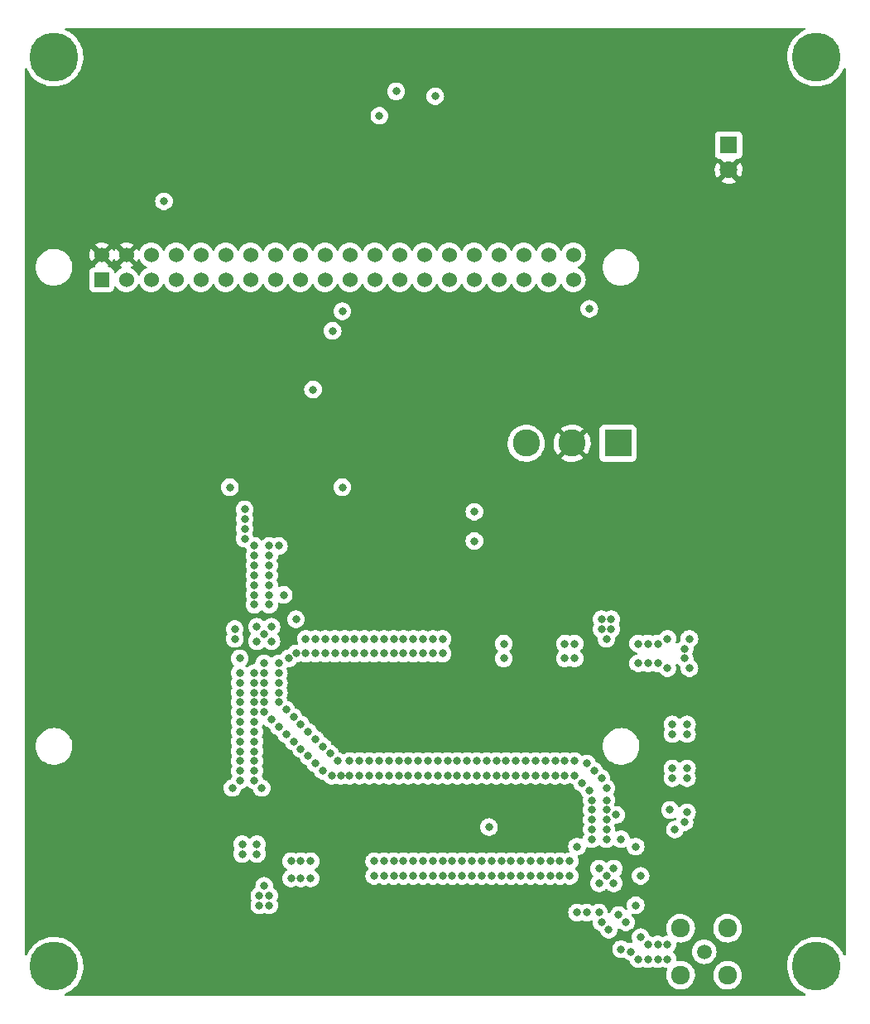
<source format=gbr>
%TF.GenerationSoftware,KiCad,Pcbnew,(6.0.7)*%
%TF.CreationDate,2022-12-07T20:14:59-06:00*%
%TF.ProjectId,Narwal_v1,4e617277-616c-45f7-9631-2e6b69636164,1*%
%TF.SameCoordinates,Original*%
%TF.FileFunction,Copper,L3,Inr*%
%TF.FilePolarity,Positive*%
%FSLAX46Y46*%
G04 Gerber Fmt 4.6, Leading zero omitted, Abs format (unit mm)*
G04 Created by KiCad (PCBNEW (6.0.7)) date 2022-12-07 20:14:59*
%MOMM*%
%LPD*%
G01*
G04 APERTURE LIST*
%TA.AperFunction,ComponentPad*%
%ADD10C,1.800000*%
%TD*%
%TA.AperFunction,ComponentPad*%
%ADD11R,1.800000X1.800000*%
%TD*%
%TA.AperFunction,ComponentPad*%
%ADD12C,2.775000*%
%TD*%
%TA.AperFunction,ComponentPad*%
%ADD13R,2.775000X2.775000*%
%TD*%
%TA.AperFunction,ComponentPad*%
%ADD14C,5.000000*%
%TD*%
%TA.AperFunction,ComponentPad*%
%ADD15C,1.524000*%
%TD*%
%TA.AperFunction,ComponentPad*%
%ADD16R,1.524000X1.524000*%
%TD*%
%TA.AperFunction,ComponentPad*%
%ADD17C,1.920000*%
%TD*%
%TA.AperFunction,ComponentPad*%
%ADD18C,1.508000*%
%TD*%
%TA.AperFunction,ViaPad*%
%ADD19C,0.800000*%
%TD*%
G04 APERTURE END LIST*
D10*
%TO.N,+5V*%
%TO.C,D1*%
X172500000Y-65040000D03*
D11*
%TO.N,Net-(D1-Pad1)*%
X172500000Y-62500000D03*
%TD*%
D12*
%TO.N,+5V*%
%TO.C,S1*%
X156500000Y-93000000D03*
D13*
%TO.N,Net-(C5-Pad1)*%
X161200000Y-93000000D03*
D12*
%TO.N,Net-(R1-Pad2)*%
X151800000Y-93000000D03*
%TD*%
D14*
%TO.N,unconnected-(H4-Pad1)*%
%TO.C,H4*%
X103500000Y-146500000D03*
%TD*%
%TO.N,unconnected-(H3-Pad1)*%
%TO.C,H3*%
X181500000Y-146500000D03*
%TD*%
%TO.N,unconnected-(H2-Pad1)*%
%TO.C,H2*%
X181500000Y-53500000D03*
%TD*%
%TO.N,unconnected-(H1-Pad1)*%
%TO.C,H1*%
X103500000Y-53500000D03*
%TD*%
D15*
%TO.N,BUT3*%
%TO.C,A1*%
X156630000Y-73730000D03*
%TO.N,GND*%
X156630000Y-76270000D03*
%TO.N,BUT2*%
X154090000Y-73730000D03*
%TO.N,CTRL2B*%
X154090000Y-76270000D03*
%TO.N,BUT1*%
X151550000Y-73730000D03*
%TO.N,CTRL2A*%
X151550000Y-76270000D03*
%TO.N,GND*%
X149010000Y-73730000D03*
%TO.N,CTRL1B*%
X149010000Y-76270000D03*
%TO.N,unconnected-(A1-Pad32)*%
X146470000Y-73730000D03*
%TO.N,CTRL1A*%
X146470000Y-76270000D03*
%TO.N,GND*%
X143930000Y-73730000D03*
%TO.N,unconnected-(A1-Pad29)*%
X143930000Y-76270000D03*
%TO.N,unconnected-(A1-Pad28)*%
X141390000Y-73730000D03*
%TO.N,unconnected-(A1-Pad27)*%
X141390000Y-76270000D03*
%TO.N,CS*%
X138850000Y-73730000D03*
%TO.N,GND*%
X138850000Y-76270000D03*
%TO.N,unconnected-(A1-Pad24)*%
X136310000Y-73730000D03*
%TO.N,SCLK*%
X136310000Y-76270000D03*
%TO.N,unconnected-(A1-Pad22)*%
X133770000Y-73730000D03*
%TO.N,MISO*%
X133770000Y-76270000D03*
%TO.N,GND*%
X131230000Y-73730000D03*
%TO.N,MOSI*%
X131230000Y-76270000D03*
%TO.N,DIO0*%
X128690000Y-73730000D03*
%TO.N,+3.3V*%
X128690000Y-76270000D03*
%TO.N,RST-TRX*%
X126150000Y-73730000D03*
%TO.N,unconnected-(A1-Pad15)*%
X126150000Y-76270000D03*
%TO.N,GND*%
X123610000Y-73730000D03*
%TO.N,unconnected-(A1-Pad13)*%
X123610000Y-76270000D03*
%TO.N,unconnected-(A1-Pad12)*%
X121070000Y-73730000D03*
%TO.N,RST-RTC*%
X121070000Y-76270000D03*
%TO.N,unconnected-(A1-Pad10)*%
X118530000Y-73730000D03*
%TO.N,GND*%
X118530000Y-76270000D03*
%TO.N,unconnected-(A1-Pad8)*%
X115990000Y-73730000D03*
%TO.N,unconnected-(A1-Pad7)*%
X115990000Y-76270000D03*
%TO.N,GND*%
X113450000Y-73730000D03*
%TO.N,SCL*%
X113450000Y-76270000D03*
%TO.N,+5V*%
X110910000Y-73730000D03*
%TO.N,SDA*%
X110910000Y-76270000D03*
%TO.N,+5V*%
X108370000Y-73730000D03*
D16*
%TO.N,unconnected-(A1-Pad1)*%
X108370000Y-76270000D03*
%TD*%
D17*
%TO.N,GND*%
%TO.C,J3*%
X172400000Y-142600000D03*
X172400000Y-147400000D03*
X167600000Y-147400000D03*
X167600000Y-142600000D03*
D18*
%TO.N,Net-(J3-Pad1)*%
X170000000Y-145000000D03*
%TD*%
D19*
%TO.N,+5V*%
X172500000Y-79500000D03*
X172500000Y-80750000D03*
X172500000Y-82000000D03*
%TO.N,CTRL1A*%
X146500000Y-100000000D03*
X146500000Y-103000000D03*
X128250000Y-111000000D03*
%TO.N,CTRL1B*%
X158250000Y-79250000D03*
X157000000Y-141000000D03*
%TO.N,GND*%
X141250000Y-135750000D03*
X128000000Y-121000000D03*
X125500000Y-104500000D03*
X124000000Y-106500000D03*
X158500000Y-131500000D03*
X160000000Y-137250000D03*
X163500000Y-137250000D03*
X126500000Y-117500000D03*
X159500000Y-127250000D03*
X134250000Y-113000000D03*
X164250000Y-145750000D03*
X140250000Y-137250000D03*
X166250000Y-144250000D03*
X168500000Y-113000000D03*
X130250000Y-125750000D03*
X131250000Y-114500000D03*
X168250000Y-130750000D03*
X122000000Y-113000000D03*
X148000000Y-132250000D03*
X159500000Y-112000000D03*
X148750000Y-127000000D03*
X167000000Y-132500000D03*
X159250000Y-141000000D03*
X124000000Y-109500000D03*
X139250000Y-113000000D03*
X124000000Y-108500000D03*
X154250000Y-137250000D03*
X136750000Y-125500000D03*
X152750000Y-125500000D03*
X137250000Y-113000000D03*
X123000000Y-99750000D03*
X154750000Y-125500000D03*
X155750000Y-115000000D03*
X149500000Y-115000000D03*
X134750000Y-127000000D03*
X165250000Y-145750000D03*
X147750000Y-127000000D03*
X160000000Y-129500000D03*
X166750000Y-126250000D03*
X159500000Y-111000000D03*
X155750000Y-127000000D03*
X122500000Y-119500000D03*
X161250000Y-141250000D03*
X156750000Y-115000000D03*
X124000000Y-125500000D03*
X125000000Y-112500000D03*
X123000000Y-100750000D03*
X150250000Y-135750000D03*
X146250000Y-135750000D03*
X126500000Y-116500000D03*
X147750000Y-125500000D03*
X123000000Y-101750000D03*
X129250000Y-114500000D03*
X168500000Y-116000000D03*
X125000000Y-115500000D03*
X147250000Y-137250000D03*
X138750000Y-127000000D03*
X153750000Y-127000000D03*
X125500000Y-109500000D03*
X142250000Y-135750000D03*
X129250000Y-113000000D03*
X145250000Y-135750000D03*
X127750000Y-135750000D03*
X149500000Y-113500000D03*
X163000000Y-134250000D03*
X128750000Y-137500000D03*
X125500000Y-139250000D03*
X130250000Y-113000000D03*
X141250000Y-113000000D03*
X148750000Y-125500000D03*
X165250000Y-144250000D03*
X127250000Y-120250000D03*
X125750000Y-111750000D03*
X122500000Y-124500000D03*
X121750000Y-128250000D03*
X148250000Y-137250000D03*
X124500000Y-140250000D03*
X144750000Y-127000000D03*
X151750000Y-125500000D03*
X125000000Y-116500000D03*
X124000000Y-116500000D03*
X150750000Y-127000000D03*
X124000000Y-121500000D03*
X128750000Y-135750000D03*
X153750000Y-125500000D03*
X124000000Y-123500000D03*
X161000000Y-131000000D03*
X124000000Y-105500000D03*
X154250000Y-135750000D03*
X153250000Y-135750000D03*
X136250000Y-113000000D03*
X164250000Y-115500000D03*
X148250000Y-135750000D03*
X158750000Y-126500000D03*
X141750000Y-125500000D03*
X166250000Y-116000000D03*
X142250000Y-113000000D03*
X166750000Y-127250000D03*
X122500000Y-126500000D03*
X124000000Y-126500000D03*
X124250000Y-134000000D03*
X149250000Y-137250000D03*
X160250000Y-142750000D03*
X137750000Y-127000000D03*
X128000000Y-123500000D03*
X168000000Y-114000000D03*
X140250000Y-135750000D03*
X142750000Y-125500000D03*
X156750000Y-125500000D03*
X163500000Y-143500000D03*
X136750000Y-127000000D03*
X127250000Y-122750000D03*
X156250000Y-137250000D03*
X163250000Y-145750000D03*
X135250000Y-113000000D03*
X122750000Y-134000000D03*
X168250000Y-122750000D03*
X132250000Y-114500000D03*
X153250000Y-137250000D03*
X156750000Y-113500000D03*
X156250000Y-135750000D03*
X124000000Y-120500000D03*
X163000000Y-140250000D03*
X122500000Y-115000000D03*
X147250000Y-135750000D03*
X151250000Y-137250000D03*
X146250000Y-137250000D03*
X168250000Y-126250000D03*
X122750000Y-135000000D03*
X158000000Y-125750000D03*
X136250000Y-137250000D03*
X141250000Y-137250000D03*
X122500000Y-125500000D03*
X125000000Y-120500000D03*
X140750000Y-125500000D03*
X139250000Y-114500000D03*
X127500000Y-115000000D03*
X143250000Y-114500000D03*
X143250000Y-135750000D03*
X135250000Y-114500000D03*
X145750000Y-125500000D03*
X125000000Y-138250000D03*
X144250000Y-137250000D03*
X137250000Y-114500000D03*
X162500000Y-145000000D03*
X152250000Y-135750000D03*
X158500000Y-129500000D03*
X158250000Y-128500000D03*
X125500000Y-105500000D03*
X163250000Y-115500000D03*
X123000000Y-102750000D03*
X138250000Y-114500000D03*
X160000000Y-128250000D03*
X161500000Y-144750000D03*
X125000000Y-119500000D03*
X125750000Y-113250000D03*
X159250000Y-136500000D03*
X166750000Y-121750000D03*
X140250000Y-114500000D03*
X126500000Y-119500000D03*
X135750000Y-125500000D03*
X125500000Y-108500000D03*
X165250000Y-113500000D03*
X145250000Y-137250000D03*
X132500000Y-125500000D03*
X124000000Y-104500000D03*
X134750000Y-125500000D03*
X125750000Y-121250000D03*
X157500000Y-127750000D03*
X125500000Y-140250000D03*
X131750000Y-124750000D03*
X160000000Y-131500000D03*
X145750000Y-127000000D03*
X142250000Y-114500000D03*
X160500000Y-111000000D03*
X166250000Y-113000000D03*
X168250000Y-121750000D03*
X155750000Y-113500000D03*
X143250000Y-137250000D03*
X126500000Y-118500000D03*
X132825000Y-127000000D03*
X138250000Y-137250000D03*
X155250000Y-137250000D03*
X125500000Y-107500000D03*
X164250000Y-144250000D03*
X124000000Y-124500000D03*
X128250000Y-114500000D03*
X122500000Y-120500000D03*
X151250000Y-135750000D03*
X122500000Y-122500000D03*
X158500000Y-130500000D03*
X124000000Y-107500000D03*
X155750000Y-125500000D03*
X140750000Y-127000000D03*
X124750000Y-128250000D03*
X157000000Y-134250000D03*
X146750000Y-127000000D03*
X134250000Y-114500000D03*
X122500000Y-127500000D03*
X124000000Y-127500000D03*
X137250000Y-135750000D03*
X160000000Y-113000000D03*
X131900000Y-127000000D03*
X130250000Y-114500000D03*
X168000000Y-115000000D03*
X128750000Y-121750000D03*
X131250000Y-113000000D03*
X133750000Y-125500000D03*
X133250000Y-113000000D03*
X142750000Y-127000000D03*
X122500000Y-116500000D03*
X146750000Y-125500000D03*
X122000000Y-112000000D03*
X144250000Y-135750000D03*
X126500000Y-122000000D03*
X137750000Y-125500000D03*
X122500000Y-118500000D03*
X159500000Y-142000000D03*
X136250000Y-114500000D03*
X152250000Y-137250000D03*
X126500000Y-103500000D03*
X126500000Y-115500000D03*
X129750000Y-135750000D03*
X124000000Y-117500000D03*
X129750000Y-137500000D03*
X122500000Y-121500000D03*
X124000000Y-118500000D03*
X165250000Y-115500000D03*
X141750000Y-127000000D03*
X130250000Y-123250000D03*
X149750000Y-127000000D03*
X125500000Y-106500000D03*
X129500000Y-125000000D03*
X158500000Y-132500000D03*
X159250000Y-138000000D03*
X133750000Y-127000000D03*
X122500000Y-123500000D03*
X127750000Y-137500000D03*
X161500000Y-133500000D03*
X151750000Y-127000000D03*
X168000000Y-131750000D03*
X124000000Y-122500000D03*
X139250000Y-135750000D03*
X160750000Y-138000000D03*
X140250000Y-113000000D03*
X160750000Y-136500000D03*
X131000000Y-124000000D03*
X162000000Y-142000000D03*
X164250000Y-113500000D03*
X135750000Y-127000000D03*
X139750000Y-127000000D03*
X163250000Y-113500000D03*
X128750000Y-124250000D03*
X138750000Y-125500000D03*
X143250000Y-113000000D03*
X155250000Y-135750000D03*
X158500000Y-133500000D03*
X139250000Y-137250000D03*
X149250000Y-135750000D03*
X143750000Y-127000000D03*
X124250000Y-113250000D03*
X125000000Y-117500000D03*
X152750000Y-127000000D03*
X166750000Y-122750000D03*
X166500000Y-130500000D03*
X160500000Y-112000000D03*
X166250000Y-145750000D03*
X133250000Y-114500000D03*
X132250000Y-113000000D03*
X124250000Y-111750000D03*
X124000000Y-119500000D03*
X168250000Y-127250000D03*
X149750000Y-125500000D03*
X143750000Y-125500000D03*
X156750000Y-127000000D03*
X124000000Y-103500000D03*
X150750000Y-125500000D03*
X125500000Y-103500000D03*
X154750000Y-127000000D03*
X142250000Y-137250000D03*
X141250000Y-114500000D03*
X136250000Y-135750000D03*
X139750000Y-125500000D03*
X160000000Y-132500000D03*
X125000000Y-118500000D03*
X160000000Y-133500000D03*
X137250000Y-137250000D03*
X144750000Y-125500000D03*
X129500000Y-122500000D03*
X150250000Y-137250000D03*
X138250000Y-113000000D03*
X160000000Y-130500000D03*
X131000000Y-126500000D03*
X124250000Y-135000000D03*
X138250000Y-135750000D03*
X124500000Y-139250000D03*
X122500000Y-117500000D03*
%TO.N,CTRL2A*%
X127000000Y-108500000D03*
%TO.N,CTRL2B*%
X158000000Y-141000000D03*
%TO.N,+3.3V*%
X133000000Y-97500000D03*
X121500000Y-97500000D03*
%TO.N,+5V*%
X119250000Y-56500000D03*
X116500000Y-125500000D03*
X130000000Y-105500000D03*
X118000000Y-127500000D03*
X172500000Y-67500000D03*
X147500000Y-139000000D03*
%TO.N,SDA*%
X142500000Y-57500000D03*
%TO.N,SCL*%
X138500000Y-57000000D03*
X114750000Y-68250000D03*
%TO.N,SCLK*%
X133000000Y-79500000D03*
%TO.N,CS*%
X132000000Y-81500000D03*
%TO.N,Net-(BT1-PadP)*%
X136775000Y-59500000D03*
%TO.N,DIO0*%
X130000000Y-87500000D03*
%TD*%
%TA.AperFunction,Conductor*%
%TO.N,+5V*%
G36*
X180330004Y-50520502D02*
G01*
X180376497Y-50574158D01*
X180386601Y-50644432D01*
X180357107Y-50709012D01*
X180316128Y-50740226D01*
X180052048Y-50866186D01*
X179758921Y-51050064D01*
X179756087Y-51052334D01*
X179756082Y-51052338D01*
X179587066Y-51187746D01*
X179488871Y-51266415D01*
X179245477Y-51512371D01*
X179031966Y-51784672D01*
X178851168Y-52079709D01*
X178849641Y-52082999D01*
X178849636Y-52083008D01*
X178810672Y-52166949D01*
X178705478Y-52393570D01*
X178596828Y-52722097D01*
X178526658Y-53060935D01*
X178495898Y-53405592D01*
X178504956Y-53751501D01*
X178553712Y-54094076D01*
X178641519Y-54428777D01*
X178767214Y-54751167D01*
X178929130Y-55056974D01*
X178931180Y-55059957D01*
X178931182Y-55059960D01*
X179123065Y-55339152D01*
X179123071Y-55339159D01*
X179125122Y-55342144D01*
X179352592Y-55602898D01*
X179608524Y-55835778D01*
X179889527Y-56037699D01*
X180191876Y-56205985D01*
X180511563Y-56338403D01*
X180515057Y-56339398D01*
X180515059Y-56339399D01*
X180840851Y-56432204D01*
X180840856Y-56432205D01*
X180844352Y-56433201D01*
X181055539Y-56467784D01*
X181182251Y-56488534D01*
X181182255Y-56488534D01*
X181185831Y-56489120D01*
X181189457Y-56489291D01*
X181527847Y-56505249D01*
X181527848Y-56505249D01*
X181531474Y-56505420D01*
X181542346Y-56504679D01*
X181873069Y-56482133D01*
X181873077Y-56482132D01*
X181876700Y-56481885D01*
X181880276Y-56481222D01*
X181880278Y-56481222D01*
X182213368Y-56419488D01*
X182213372Y-56419487D01*
X182216933Y-56418827D01*
X182547663Y-56317081D01*
X182864507Y-56177996D01*
X183163265Y-56003416D01*
X183166174Y-56001232D01*
X183437071Y-55797837D01*
X183437075Y-55797834D01*
X183439978Y-55795654D01*
X183690977Y-55557465D01*
X183912936Y-55292005D01*
X184065361Y-55059960D01*
X184100926Y-55005818D01*
X184100931Y-55005809D01*
X184102913Y-55002792D01*
X184258382Y-54693679D01*
X184258390Y-54693662D01*
X184258424Y-54693679D01*
X184303275Y-54639779D01*
X184370982Y-54618420D01*
X184439489Y-54637057D01*
X184487045Y-54689773D01*
X184499500Y-54744395D01*
X184499500Y-145267655D01*
X184479498Y-145335776D01*
X184425842Y-145382269D01*
X184355568Y-145392373D01*
X184290988Y-145362879D01*
X184257603Y-145317090D01*
X184193566Y-145166958D01*
X184193562Y-145166949D01*
X184192138Y-145163611D01*
X184169549Y-145124007D01*
X184022487Y-144866181D01*
X184020696Y-144863041D01*
X184017936Y-144859283D01*
X183932836Y-144743435D01*
X183815843Y-144584168D01*
X183789172Y-144555466D01*
X183582762Y-144333343D01*
X183580295Y-144330688D01*
X183445836Y-144215849D01*
X183395534Y-144172888D01*
X183317174Y-144105962D01*
X183029967Y-143912967D01*
X182925041Y-143858810D01*
X182725702Y-143755923D01*
X182722482Y-143754261D01*
X182398793Y-143631950D01*
X182063190Y-143547652D01*
X181918981Y-143528667D01*
X181723728Y-143502961D01*
X181723720Y-143502960D01*
X181720124Y-143502487D01*
X181561834Y-143500000D01*
X181377780Y-143497108D01*
X181377776Y-143497108D01*
X181374139Y-143497051D01*
X181370524Y-143497412D01*
X181370520Y-143497412D01*
X181202646Y-143514169D01*
X181029823Y-143531419D01*
X181026286Y-143532190D01*
X181026281Y-143532191D01*
X180695283Y-143604360D01*
X180695278Y-143604361D01*
X180691739Y-143605133D01*
X180364367Y-143717217D01*
X180052048Y-143866186D01*
X179758921Y-144050064D01*
X179756087Y-144052334D01*
X179756082Y-144052338D01*
X179614838Y-144165496D01*
X179488871Y-144266415D01*
X179422640Y-144333343D01*
X179289600Y-144467784D01*
X179245477Y-144512371D01*
X179243236Y-144515229D01*
X179034590Y-144781326D01*
X179031966Y-144784672D01*
X178851168Y-145079709D01*
X178849641Y-145082999D01*
X178849636Y-145083008D01*
X178757167Y-145282216D01*
X178705478Y-145393570D01*
X178704338Y-145397017D01*
X178619109Y-145654727D01*
X178596828Y-145722097D01*
X178596092Y-145725652D01*
X178596091Y-145725655D01*
X178527393Y-146057385D01*
X178526658Y-146060935D01*
X178515804Y-146182555D01*
X178504623Y-146307836D01*
X178495898Y-146405592D01*
X178495993Y-146409222D01*
X178495993Y-146409223D01*
X178503803Y-146707474D01*
X178504956Y-146751501D01*
X178553712Y-147094076D01*
X178641519Y-147428777D01*
X178767214Y-147751167D01*
X178768911Y-147754372D01*
X178866925Y-147939488D01*
X178929130Y-148056974D01*
X178931180Y-148059957D01*
X178931182Y-148059960D01*
X179123065Y-148339152D01*
X179123071Y-148339159D01*
X179125122Y-148342144D01*
X179352592Y-148602898D01*
X179608524Y-148835778D01*
X179611472Y-148837896D01*
X179611474Y-148837898D01*
X179749026Y-148936739D01*
X179889527Y-149037699D01*
X180191876Y-149205985D01*
X180195225Y-149207372D01*
X180315257Y-149257091D01*
X180370538Y-149301639D01*
X180392959Y-149369003D01*
X180375401Y-149437794D01*
X180323439Y-149486172D01*
X180267039Y-149499500D01*
X104732609Y-149499500D01*
X104664488Y-149479498D01*
X104617995Y-149425842D01*
X104607891Y-149355568D01*
X104637385Y-149290988D01*
X104681962Y-149258128D01*
X104864507Y-149177996D01*
X105163265Y-149003416D01*
X105349829Y-148863340D01*
X105437071Y-148797837D01*
X105437075Y-148797834D01*
X105439978Y-148795654D01*
X105690977Y-148557465D01*
X105912936Y-148292005D01*
X106006114Y-148150155D01*
X106100926Y-148005818D01*
X106100931Y-148005809D01*
X106102913Y-148002792D01*
X106236532Y-147737122D01*
X106256763Y-147696898D01*
X106256766Y-147696890D01*
X106258390Y-147693662D01*
X106278108Y-147639779D01*
X106376057Y-147372122D01*
X106376060Y-147372112D01*
X106377305Y-147368710D01*
X106378150Y-147365188D01*
X106378153Y-147365180D01*
X106457237Y-147035772D01*
X106457238Y-147035768D01*
X106458084Y-147032243D01*
X106458521Y-147028633D01*
X106499318Y-146691501D01*
X106499318Y-146691495D01*
X106499654Y-146688722D01*
X106499903Y-146680821D01*
X106505497Y-146502797D01*
X106505585Y-146500000D01*
X106504301Y-146477728D01*
X106485875Y-146158167D01*
X106485874Y-146158162D01*
X106485666Y-146154547D01*
X106470175Y-146065786D01*
X106426798Y-145817245D01*
X106426796Y-145817238D01*
X106426174Y-145813672D01*
X106424926Y-145809457D01*
X106366589Y-145612517D01*
X106327897Y-145481894D01*
X106306062Y-145430703D01*
X106193562Y-145166949D01*
X106193560Y-145166946D01*
X106192138Y-145163611D01*
X106169549Y-145124007D01*
X106022487Y-144866181D01*
X106020696Y-144863041D01*
X106017936Y-144859283D01*
X105937659Y-144750000D01*
X160594540Y-144750000D01*
X160614326Y-144938256D01*
X160672821Y-145118284D01*
X160676124Y-145124006D01*
X160676125Y-145124007D01*
X160700918Y-145166949D01*
X160767467Y-145282216D01*
X160771885Y-145287123D01*
X160771886Y-145287124D01*
X160870835Y-145397017D01*
X160894129Y-145422888D01*
X161047270Y-145534151D01*
X161220197Y-145611144D01*
X161307243Y-145629646D01*
X161398897Y-145649128D01*
X161398901Y-145649128D01*
X161405354Y-145650500D01*
X161594646Y-145650500D01*
X161601099Y-145649128D01*
X161601103Y-145649128D01*
X161692757Y-145629646D01*
X161757945Y-145615790D01*
X161828734Y-145621192D01*
X161877776Y-145654726D01*
X161894129Y-145672888D01*
X162047270Y-145784151D01*
X162220197Y-145861144D01*
X162276948Y-145873207D01*
X162339420Y-145906934D01*
X162370584Y-145957516D01*
X162422821Y-146118284D01*
X162517467Y-146282216D01*
X162521885Y-146287123D01*
X162521886Y-146287124D01*
X162628556Y-146405592D01*
X162644129Y-146422888D01*
X162649468Y-146426767D01*
X162753021Y-146502002D01*
X162797270Y-146534151D01*
X162970197Y-146611144D01*
X163068212Y-146631978D01*
X163148897Y-146649128D01*
X163148901Y-146649128D01*
X163155354Y-146650500D01*
X163344646Y-146650500D01*
X163351099Y-146649128D01*
X163351103Y-146649128D01*
X163431788Y-146631978D01*
X163529803Y-146611144D01*
X163698753Y-146535922D01*
X163769118Y-146526488D01*
X163801245Y-146535921D01*
X163970197Y-146611144D01*
X164068212Y-146631978D01*
X164148897Y-146649128D01*
X164148901Y-146649128D01*
X164155354Y-146650500D01*
X164344646Y-146650500D01*
X164351099Y-146649128D01*
X164351103Y-146649128D01*
X164431788Y-146631978D01*
X164529803Y-146611144D01*
X164698753Y-146535922D01*
X164769118Y-146526488D01*
X164801245Y-146535921D01*
X164970197Y-146611144D01*
X165068212Y-146631978D01*
X165148897Y-146649128D01*
X165148901Y-146649128D01*
X165155354Y-146650500D01*
X165344646Y-146650500D01*
X165351099Y-146649128D01*
X165351103Y-146649128D01*
X165431788Y-146631978D01*
X165529803Y-146611144D01*
X165698753Y-146535922D01*
X165769118Y-146526488D01*
X165801245Y-146535921D01*
X165970197Y-146611144D01*
X166155354Y-146650500D01*
X166156118Y-146650500D01*
X166219773Y-146676687D01*
X166260405Y-146734907D01*
X166263110Y-146805852D01*
X166255236Y-146828037D01*
X166226815Y-146889263D01*
X166226813Y-146889269D01*
X166224634Y-146893964D01*
X166160453Y-147125392D01*
X166134932Y-147364195D01*
X166135229Y-147369347D01*
X166135229Y-147369351D01*
X166138453Y-147425265D01*
X166148757Y-147603959D01*
X166149894Y-147609005D01*
X166149895Y-147609011D01*
X166172586Y-147709698D01*
X166201556Y-147838246D01*
X166203498Y-147843028D01*
X166203499Y-147843032D01*
X166267057Y-147999556D01*
X166291911Y-148060763D01*
X166417396Y-148265536D01*
X166574640Y-148447063D01*
X166759421Y-148600471D01*
X166763873Y-148603073D01*
X166763878Y-148603076D01*
X166863154Y-148661088D01*
X166966776Y-148721640D01*
X167191137Y-148807315D01*
X167196205Y-148808346D01*
X167196208Y-148808347D01*
X167312307Y-148831968D01*
X167426478Y-148855196D01*
X167431651Y-148855386D01*
X167431654Y-148855386D01*
X167661316Y-148863807D01*
X167661320Y-148863807D01*
X167666480Y-148863996D01*
X167671600Y-148863340D01*
X167671602Y-148863340D01*
X167745248Y-148853906D01*
X167904696Y-148833480D01*
X167909645Y-148831995D01*
X167909651Y-148831994D01*
X168129779Y-148765952D01*
X168129778Y-148765952D01*
X168134729Y-148764467D01*
X168237930Y-148713909D01*
X168345752Y-148661088D01*
X168345756Y-148661085D01*
X168350401Y-148658810D01*
X168432190Y-148600471D01*
X168541718Y-148522345D01*
X168545921Y-148519347D01*
X168716038Y-148349823D01*
X168856183Y-148154791D01*
X168962592Y-147939488D01*
X169019809Y-147751167D01*
X169030904Y-147714650D01*
X169030905Y-147714644D01*
X169032408Y-147709698D01*
X169063755Y-147471590D01*
X169064802Y-147428777D01*
X169065423Y-147403364D01*
X169065423Y-147403360D01*
X169065505Y-147400000D01*
X169062561Y-147364195D01*
X170934932Y-147364195D01*
X170935229Y-147369347D01*
X170935229Y-147369351D01*
X170938453Y-147425265D01*
X170948757Y-147603959D01*
X170949894Y-147609005D01*
X170949895Y-147609011D01*
X170972586Y-147709698D01*
X171001556Y-147838246D01*
X171003498Y-147843028D01*
X171003499Y-147843032D01*
X171067057Y-147999556D01*
X171091911Y-148060763D01*
X171217396Y-148265536D01*
X171374640Y-148447063D01*
X171559421Y-148600471D01*
X171563873Y-148603073D01*
X171563878Y-148603076D01*
X171663154Y-148661088D01*
X171766776Y-148721640D01*
X171991137Y-148807315D01*
X171996205Y-148808346D01*
X171996208Y-148808347D01*
X172112307Y-148831968D01*
X172226478Y-148855196D01*
X172231651Y-148855386D01*
X172231654Y-148855386D01*
X172461316Y-148863807D01*
X172461320Y-148863807D01*
X172466480Y-148863996D01*
X172471600Y-148863340D01*
X172471602Y-148863340D01*
X172545248Y-148853906D01*
X172704696Y-148833480D01*
X172709645Y-148831995D01*
X172709651Y-148831994D01*
X172929779Y-148765952D01*
X172929778Y-148765952D01*
X172934729Y-148764467D01*
X173037930Y-148713909D01*
X173145752Y-148661088D01*
X173145756Y-148661085D01*
X173150401Y-148658810D01*
X173232190Y-148600471D01*
X173341718Y-148522345D01*
X173345921Y-148519347D01*
X173516038Y-148349823D01*
X173656183Y-148154791D01*
X173762592Y-147939488D01*
X173819809Y-147751167D01*
X173830904Y-147714650D01*
X173830905Y-147714644D01*
X173832408Y-147709698D01*
X173863755Y-147471590D01*
X173864802Y-147428777D01*
X173865423Y-147403364D01*
X173865423Y-147403360D01*
X173865505Y-147400000D01*
X173857735Y-147305495D01*
X173846250Y-147165796D01*
X173846249Y-147165790D01*
X173845826Y-147160645D01*
X173787319Y-146927718D01*
X173712260Y-146755092D01*
X173693615Y-146712211D01*
X173693613Y-146712208D01*
X173691555Y-146707474D01*
X173681222Y-146691501D01*
X173563915Y-146510173D01*
X173563911Y-146510167D01*
X173561104Y-146505829D01*
X173555625Y-146499807D01*
X173481172Y-146417985D01*
X173399472Y-146328197D01*
X173395421Y-146324998D01*
X173395417Y-146324994D01*
X173215056Y-146182555D01*
X173210998Y-146179350D01*
X173000744Y-146063283D01*
X172878236Y-146019901D01*
X172779232Y-145984841D01*
X172779228Y-145984840D01*
X172774357Y-145983115D01*
X172769264Y-145982208D01*
X172769261Y-145982207D01*
X172543005Y-145941905D01*
X172542999Y-145941904D01*
X172537916Y-145940999D01*
X172450572Y-145939932D01*
X172302942Y-145938128D01*
X172302940Y-145938128D01*
X172297772Y-145938065D01*
X172060372Y-145974392D01*
X171832094Y-146049005D01*
X171619067Y-146159900D01*
X171614934Y-146163003D01*
X171614931Y-146163005D01*
X171456157Y-146282216D01*
X171427013Y-146304098D01*
X171261089Y-146477728D01*
X171258175Y-146482000D01*
X171258174Y-146482001D01*
X171190414Y-146581334D01*
X171125751Y-146676126D01*
X171123575Y-146680815D01*
X171123571Y-146680821D01*
X171090763Y-146751501D01*
X171024634Y-146893964D01*
X170960453Y-147125392D01*
X170934932Y-147364195D01*
X169062561Y-147364195D01*
X169057735Y-147305495D01*
X169046250Y-147165796D01*
X169046249Y-147165790D01*
X169045826Y-147160645D01*
X168987319Y-146927718D01*
X168912260Y-146755092D01*
X168893615Y-146712211D01*
X168893613Y-146712208D01*
X168891555Y-146707474D01*
X168881222Y-146691501D01*
X168763915Y-146510173D01*
X168763911Y-146510167D01*
X168761104Y-146505829D01*
X168755625Y-146499807D01*
X168681172Y-146417985D01*
X168599472Y-146328197D01*
X168595421Y-146324998D01*
X168595417Y-146324994D01*
X168415056Y-146182555D01*
X168410998Y-146179350D01*
X168200744Y-146063283D01*
X168078236Y-146019901D01*
X167979232Y-145984841D01*
X167979228Y-145984840D01*
X167974357Y-145983115D01*
X167969264Y-145982208D01*
X167969261Y-145982207D01*
X167743005Y-145941905D01*
X167742999Y-145941904D01*
X167737916Y-145940999D01*
X167650572Y-145939932D01*
X167502942Y-145938128D01*
X167502940Y-145938128D01*
X167497772Y-145938065D01*
X167370658Y-145957516D01*
X167291216Y-145969672D01*
X167220853Y-145960204D01*
X167166779Y-145914198D01*
X167146162Y-145846261D01*
X167146847Y-145831952D01*
X167154770Y-145756565D01*
X167155460Y-145750000D01*
X167145447Y-145654727D01*
X167136364Y-145568307D01*
X167136364Y-145568305D01*
X167135674Y-145561744D01*
X167077179Y-145381716D01*
X167070431Y-145370027D01*
X166985836Y-145223505D01*
X166982533Y-145217784D01*
X166887284Y-145111999D01*
X166862353Y-145084311D01*
X166831636Y-145020303D01*
X166834162Y-145000000D01*
X168740708Y-145000000D01*
X168759839Y-145218674D01*
X168816653Y-145430703D01*
X168818978Y-145435688D01*
X168907095Y-145624659D01*
X168907098Y-145624664D01*
X168909421Y-145629646D01*
X168912577Y-145634153D01*
X168912578Y-145634155D01*
X169017607Y-145784151D01*
X169035326Y-145809457D01*
X169190543Y-145964674D01*
X169195051Y-145967831D01*
X169195054Y-145967833D01*
X169331371Y-146063283D01*
X169370354Y-146090579D01*
X169375336Y-146092902D01*
X169375341Y-146092905D01*
X169442041Y-146124007D01*
X169569297Y-146183347D01*
X169781326Y-146240161D01*
X170000000Y-146259292D01*
X170218674Y-146240161D01*
X170430703Y-146183347D01*
X170557959Y-146124007D01*
X170624659Y-146092905D01*
X170624664Y-146092902D01*
X170629646Y-146090579D01*
X170668629Y-146063283D01*
X170804946Y-145967833D01*
X170804949Y-145967831D01*
X170809457Y-145964674D01*
X170964674Y-145809457D01*
X170982394Y-145784151D01*
X171087422Y-145634155D01*
X171087423Y-145634153D01*
X171090579Y-145629646D01*
X171092902Y-145624664D01*
X171092905Y-145624659D01*
X171181022Y-145435688D01*
X171183347Y-145430703D01*
X171240161Y-145218674D01*
X171259292Y-145000000D01*
X171240161Y-144781326D01*
X171183347Y-144569297D01*
X171136011Y-144467784D01*
X171092905Y-144375341D01*
X171092902Y-144375336D01*
X171090579Y-144370354D01*
X171010903Y-144256565D01*
X170967833Y-144195054D01*
X170967831Y-144195051D01*
X170964674Y-144190543D01*
X170809457Y-144035326D01*
X170804949Y-144032169D01*
X170804946Y-144032167D01*
X170634155Y-143912578D01*
X170634153Y-143912577D01*
X170629646Y-143909421D01*
X170624664Y-143907098D01*
X170624659Y-143907095D01*
X170501144Y-143849500D01*
X170430703Y-143816653D01*
X170218674Y-143759839D01*
X170000000Y-143740708D01*
X169781326Y-143759839D01*
X169569297Y-143816653D01*
X169498856Y-143849500D01*
X169375341Y-143907095D01*
X169375336Y-143907098D01*
X169370354Y-143909421D01*
X169365847Y-143912577D01*
X169365845Y-143912578D01*
X169195054Y-144032167D01*
X169195051Y-144032169D01*
X169190543Y-144035326D01*
X169035326Y-144190543D01*
X169032169Y-144195051D01*
X169032167Y-144195054D01*
X168989097Y-144256565D01*
X168909421Y-144370354D01*
X168907098Y-144375336D01*
X168907095Y-144375341D01*
X168863989Y-144467784D01*
X168816653Y-144569297D01*
X168759839Y-144781326D01*
X168740708Y-145000000D01*
X166834162Y-145000000D01*
X166840400Y-144949849D01*
X166862353Y-144915689D01*
X166978114Y-144787124D01*
X166978115Y-144787123D01*
X166982533Y-144782216D01*
X167077179Y-144618284D01*
X167135674Y-144438256D01*
X167140671Y-144390717D01*
X167154770Y-144256565D01*
X167155460Y-144250000D01*
X167146578Y-144165494D01*
X167159350Y-144095657D01*
X167207852Y-144043811D01*
X167276685Y-144026416D01*
X167297008Y-144028855D01*
X167426478Y-144055196D01*
X167431651Y-144055386D01*
X167431654Y-144055386D01*
X167661316Y-144063807D01*
X167661320Y-144063807D01*
X167666480Y-144063996D01*
X167671600Y-144063340D01*
X167671602Y-144063340D01*
X167757485Y-144052338D01*
X167904696Y-144033480D01*
X167909645Y-144031995D01*
X167909651Y-144031994D01*
X168129779Y-143965952D01*
X168129778Y-143965952D01*
X168134729Y-143964467D01*
X168244887Y-143910501D01*
X168345752Y-143861088D01*
X168345756Y-143861085D01*
X168350401Y-143858810D01*
X168406244Y-143818978D01*
X168541718Y-143722345D01*
X168545921Y-143719347D01*
X168716038Y-143549823D01*
X168856183Y-143354791D01*
X168962592Y-143139488D01*
X169014760Y-142967784D01*
X169030904Y-142914650D01*
X169030905Y-142914644D01*
X169032408Y-142909698D01*
X169055166Y-142736830D01*
X169063318Y-142674912D01*
X169063318Y-142674906D01*
X169063755Y-142671590D01*
X169064264Y-142650780D01*
X169065423Y-142603364D01*
X169065423Y-142603360D01*
X169065505Y-142600000D01*
X169062561Y-142564195D01*
X170934932Y-142564195D01*
X170935229Y-142569347D01*
X170935229Y-142569351D01*
X170943900Y-142719730D01*
X170948757Y-142803959D01*
X170949894Y-142809005D01*
X170949895Y-142809011D01*
X170971963Y-142906934D01*
X171001556Y-143038246D01*
X171003498Y-143043028D01*
X171003499Y-143043032D01*
X171058127Y-143177564D01*
X171091911Y-143260763D01*
X171217396Y-143465536D01*
X171220780Y-143469442D01*
X171220781Y-143469444D01*
X171257699Y-143512063D01*
X171374640Y-143647063D01*
X171559421Y-143800471D01*
X171563873Y-143803073D01*
X171563878Y-143803076D01*
X171751268Y-143912578D01*
X171766776Y-143921640D01*
X171991137Y-144007315D01*
X171996205Y-144008346D01*
X171996208Y-144008347D01*
X172097009Y-144028855D01*
X172226478Y-144055196D01*
X172231651Y-144055386D01*
X172231654Y-144055386D01*
X172461316Y-144063807D01*
X172461320Y-144063807D01*
X172466480Y-144063996D01*
X172471600Y-144063340D01*
X172471602Y-144063340D01*
X172557485Y-144052338D01*
X172704696Y-144033480D01*
X172709645Y-144031995D01*
X172709651Y-144031994D01*
X172929779Y-143965952D01*
X172929778Y-143965952D01*
X172934729Y-143964467D01*
X173044887Y-143910501D01*
X173145752Y-143861088D01*
X173145756Y-143861085D01*
X173150401Y-143858810D01*
X173206244Y-143818978D01*
X173341718Y-143722345D01*
X173345921Y-143719347D01*
X173516038Y-143549823D01*
X173656183Y-143354791D01*
X173762592Y-143139488D01*
X173814760Y-142967784D01*
X173830904Y-142914650D01*
X173830905Y-142914644D01*
X173832408Y-142909698D01*
X173855166Y-142736830D01*
X173863318Y-142674912D01*
X173863318Y-142674906D01*
X173863755Y-142671590D01*
X173864264Y-142650780D01*
X173865423Y-142603364D01*
X173865423Y-142603360D01*
X173865505Y-142600000D01*
X173857735Y-142505495D01*
X173846250Y-142365796D01*
X173846249Y-142365790D01*
X173845826Y-142360645D01*
X173787319Y-142127718D01*
X173691555Y-141907474D01*
X173688749Y-141903136D01*
X173563915Y-141710173D01*
X173563911Y-141710167D01*
X173561104Y-141705829D01*
X173539321Y-141681889D01*
X173510088Y-141649763D01*
X173399472Y-141528197D01*
X173395421Y-141524998D01*
X173395417Y-141524994D01*
X173215056Y-141382555D01*
X173210998Y-141379350D01*
X173000744Y-141263283D01*
X172866795Y-141215849D01*
X172779232Y-141184841D01*
X172779228Y-141184840D01*
X172774357Y-141183115D01*
X172769264Y-141182208D01*
X172769261Y-141182207D01*
X172543005Y-141141905D01*
X172542999Y-141141904D01*
X172537916Y-141140999D01*
X172450572Y-141139932D01*
X172302942Y-141138128D01*
X172302940Y-141138128D01*
X172297772Y-141138065D01*
X172060372Y-141174392D01*
X171832094Y-141249005D01*
X171619067Y-141359900D01*
X171614934Y-141363003D01*
X171614931Y-141363005D01*
X171467759Y-141473505D01*
X171427013Y-141504098D01*
X171261089Y-141677728D01*
X171258175Y-141682000D01*
X171258174Y-141682001D01*
X171211920Y-141749807D01*
X171125751Y-141876126D01*
X171123575Y-141880815D01*
X171123571Y-141880821D01*
X171065203Y-142006565D01*
X171024634Y-142093964D01*
X170960453Y-142325392D01*
X170934932Y-142564195D01*
X169062561Y-142564195D01*
X169057735Y-142505495D01*
X169046250Y-142365796D01*
X169046249Y-142365790D01*
X169045826Y-142360645D01*
X168987319Y-142127718D01*
X168891555Y-141907474D01*
X168888749Y-141903136D01*
X168763915Y-141710173D01*
X168763911Y-141710167D01*
X168761104Y-141705829D01*
X168739321Y-141681889D01*
X168710088Y-141649763D01*
X168599472Y-141528197D01*
X168595421Y-141524998D01*
X168595417Y-141524994D01*
X168415056Y-141382555D01*
X168410998Y-141379350D01*
X168200744Y-141263283D01*
X168066795Y-141215849D01*
X167979232Y-141184841D01*
X167979228Y-141184840D01*
X167974357Y-141183115D01*
X167969264Y-141182208D01*
X167969261Y-141182207D01*
X167743005Y-141141905D01*
X167742999Y-141141904D01*
X167737916Y-141140999D01*
X167650572Y-141139932D01*
X167502942Y-141138128D01*
X167502940Y-141138128D01*
X167497772Y-141138065D01*
X167260372Y-141174392D01*
X167032094Y-141249005D01*
X166819067Y-141359900D01*
X166814934Y-141363003D01*
X166814931Y-141363005D01*
X166667759Y-141473505D01*
X166627013Y-141504098D01*
X166461089Y-141677728D01*
X166458175Y-141682000D01*
X166458174Y-141682001D01*
X166411920Y-141749807D01*
X166325751Y-141876126D01*
X166323575Y-141880815D01*
X166323571Y-141880821D01*
X166265203Y-142006565D01*
X166224634Y-142093964D01*
X166160453Y-142325392D01*
X166134932Y-142564195D01*
X166135229Y-142569347D01*
X166135229Y-142569351D01*
X166143900Y-142719730D01*
X166148757Y-142803959D01*
X166149894Y-142809005D01*
X166149895Y-142809011D01*
X166171963Y-142906934D01*
X166201556Y-143038246D01*
X166203498Y-143043028D01*
X166203499Y-143043032D01*
X166258127Y-143177564D01*
X166265223Y-143248205D01*
X166233001Y-143311468D01*
X166171691Y-143347269D01*
X166158984Y-143349500D01*
X166155354Y-143349500D01*
X166148901Y-143350872D01*
X166148897Y-143350872D01*
X166068212Y-143368022D01*
X165970197Y-143388856D01*
X165801247Y-143464078D01*
X165730882Y-143473512D01*
X165698755Y-143464079D01*
X165529803Y-143388856D01*
X165431788Y-143368022D01*
X165351103Y-143350872D01*
X165351099Y-143350872D01*
X165344646Y-143349500D01*
X165155354Y-143349500D01*
X165148901Y-143350872D01*
X165148897Y-143350872D01*
X165068212Y-143368022D01*
X164970197Y-143388856D01*
X164801247Y-143464078D01*
X164730882Y-143473512D01*
X164698755Y-143464079D01*
X164529803Y-143388856D01*
X164473052Y-143376793D01*
X164410580Y-143343066D01*
X164379416Y-143292484D01*
X164329220Y-143137998D01*
X164327179Y-143131716D01*
X164315796Y-143111999D01*
X164235836Y-142973505D01*
X164232533Y-142967784D01*
X164205946Y-142938256D01*
X164110286Y-142832015D01*
X164110284Y-142832014D01*
X164105871Y-142827112D01*
X163952730Y-142715849D01*
X163779803Y-142638856D01*
X163681788Y-142618022D01*
X163601103Y-142600872D01*
X163601099Y-142600872D01*
X163594646Y-142599500D01*
X163405354Y-142599500D01*
X163398901Y-142600872D01*
X163398897Y-142600872D01*
X163318212Y-142618022D01*
X163220197Y-142638856D01*
X163047270Y-142715849D01*
X162894129Y-142827112D01*
X162889716Y-142832014D01*
X162889714Y-142832015D01*
X162794054Y-142938256D01*
X162767467Y-142967784D01*
X162764164Y-142973505D01*
X162684205Y-143111999D01*
X162672821Y-143131716D01*
X162614326Y-143311744D01*
X162613636Y-143318305D01*
X162613636Y-143318307D01*
X162607489Y-143376794D01*
X162594540Y-143500000D01*
X162595230Y-143506565D01*
X162610214Y-143649128D01*
X162614326Y-143688256D01*
X162672821Y-143868284D01*
X162696571Y-143909421D01*
X162697195Y-143910501D01*
X162713932Y-143979496D01*
X162690711Y-144046588D01*
X162634904Y-144090475D01*
X162588075Y-144099500D01*
X162405354Y-144099500D01*
X162398901Y-144100872D01*
X162398897Y-144100872D01*
X162318830Y-144117891D01*
X162242055Y-144134210D01*
X162171266Y-144128808D01*
X162122223Y-144095273D01*
X162117903Y-144090475D01*
X162105871Y-144077112D01*
X162071772Y-144052338D01*
X161958072Y-143969730D01*
X161958071Y-143969729D01*
X161952730Y-143965849D01*
X161779803Y-143888856D01*
X161673148Y-143866186D01*
X161601103Y-143850872D01*
X161601099Y-143850872D01*
X161594646Y-143849500D01*
X161405354Y-143849500D01*
X161398901Y-143850872D01*
X161398897Y-143850872D01*
X161326852Y-143866186D01*
X161220197Y-143888856D01*
X161047270Y-143965849D01*
X161041929Y-143969729D01*
X161041928Y-143969730D01*
X160928228Y-144052338D01*
X160894129Y-144077112D01*
X160889716Y-144082014D01*
X160889714Y-144082015D01*
X160795504Y-144186646D01*
X160767467Y-144217784D01*
X160764164Y-144223505D01*
X160676502Y-144375341D01*
X160672821Y-144381716D01*
X160614326Y-144561744D01*
X160613636Y-144568305D01*
X160613636Y-144568307D01*
X160607782Y-144624007D01*
X160594540Y-144750000D01*
X105937659Y-144750000D01*
X105932836Y-144743435D01*
X105815843Y-144584168D01*
X105789172Y-144555466D01*
X105582762Y-144333343D01*
X105580295Y-144330688D01*
X105445836Y-144215849D01*
X105395534Y-144172888D01*
X105317174Y-144105962D01*
X105029967Y-143912967D01*
X104925041Y-143858810D01*
X104725702Y-143755923D01*
X104722482Y-143754261D01*
X104398793Y-143631950D01*
X104063190Y-143547652D01*
X103918981Y-143528667D01*
X103723728Y-143502961D01*
X103723720Y-143502960D01*
X103720124Y-143502487D01*
X103561834Y-143500000D01*
X103377780Y-143497108D01*
X103377776Y-143497108D01*
X103374139Y-143497051D01*
X103370524Y-143497412D01*
X103370520Y-143497412D01*
X103202646Y-143514169D01*
X103029823Y-143531419D01*
X103026286Y-143532190D01*
X103026281Y-143532191D01*
X102695283Y-143604360D01*
X102695278Y-143604361D01*
X102691739Y-143605133D01*
X102364367Y-143717217D01*
X102052048Y-143866186D01*
X101758921Y-144050064D01*
X101756087Y-144052334D01*
X101756082Y-144052338D01*
X101614838Y-144165496D01*
X101488871Y-144266415D01*
X101422640Y-144333343D01*
X101289600Y-144467784D01*
X101245477Y-144512371D01*
X101243236Y-144515229D01*
X101034590Y-144781326D01*
X101031966Y-144784672D01*
X100851168Y-145079709D01*
X100740785Y-145317507D01*
X100693963Y-145370870D01*
X100625720Y-145390451D01*
X100557725Y-145370027D01*
X100511565Y-145316085D01*
X100500500Y-145264453D01*
X100500500Y-140250000D01*
X123594540Y-140250000D01*
X123595230Y-140256565D01*
X123609417Y-140391545D01*
X123614326Y-140438256D01*
X123672821Y-140618284D01*
X123676124Y-140624006D01*
X123676125Y-140624007D01*
X123704188Y-140672614D01*
X123767467Y-140782216D01*
X123771885Y-140787123D01*
X123771886Y-140787124D01*
X123862717Y-140888001D01*
X123894129Y-140922888D01*
X124047270Y-141034151D01*
X124220197Y-141111144D01*
X124318212Y-141131978D01*
X124398897Y-141149128D01*
X124398901Y-141149128D01*
X124405354Y-141150500D01*
X124594646Y-141150500D01*
X124601099Y-141149128D01*
X124601103Y-141149128D01*
X124681788Y-141131978D01*
X124779803Y-141111144D01*
X124948753Y-141035922D01*
X125019118Y-141026488D01*
X125051245Y-141035921D01*
X125220197Y-141111144D01*
X125318212Y-141131978D01*
X125398897Y-141149128D01*
X125398901Y-141149128D01*
X125405354Y-141150500D01*
X125594646Y-141150500D01*
X125601099Y-141149128D01*
X125601103Y-141149128D01*
X125681788Y-141131978D01*
X125779803Y-141111144D01*
X125952730Y-141034151D01*
X125999735Y-141000000D01*
X156094540Y-141000000D01*
X156095230Y-141006565D01*
X156112787Y-141173610D01*
X156114326Y-141188256D01*
X156172821Y-141368284D01*
X156176124Y-141374006D01*
X156176125Y-141374007D01*
X156179210Y-141379350D01*
X156267467Y-141532216D01*
X156271885Y-141537123D01*
X156271886Y-141537124D01*
X156362717Y-141638001D01*
X156394129Y-141672888D01*
X156547270Y-141784151D01*
X156720197Y-141861144D01*
X156794056Y-141876843D01*
X156898897Y-141899128D01*
X156898901Y-141899128D01*
X156905354Y-141900500D01*
X157094646Y-141900500D01*
X157101099Y-141899128D01*
X157101103Y-141899128D01*
X157205944Y-141876843D01*
X157279803Y-141861144D01*
X157448753Y-141785922D01*
X157519118Y-141776488D01*
X157551245Y-141785921D01*
X157720197Y-141861144D01*
X157794056Y-141876843D01*
X157898897Y-141899128D01*
X157898901Y-141899128D01*
X157905354Y-141900500D01*
X158094646Y-141900500D01*
X158101099Y-141899128D01*
X158101103Y-141899128D01*
X158205944Y-141876843D01*
X158279803Y-141861144D01*
X158425934Y-141796082D01*
X158496298Y-141786648D01*
X158560595Y-141816754D01*
X158598408Y-141876843D01*
X158602490Y-141924359D01*
X158594540Y-142000000D01*
X158595230Y-142006565D01*
X158609330Y-142140717D01*
X158614326Y-142188256D01*
X158672821Y-142368284D01*
X158767467Y-142532216D01*
X158771885Y-142537123D01*
X158771886Y-142537124D01*
X158865908Y-142641545D01*
X158894129Y-142672888D01*
X159047270Y-142784151D01*
X159220197Y-142861144D01*
X159276948Y-142873207D01*
X159339420Y-142906934D01*
X159370584Y-142957516D01*
X159422821Y-143118284D01*
X159426124Y-143124006D01*
X159426125Y-143124007D01*
X159457046Y-143177564D01*
X159517467Y-143282216D01*
X159521885Y-143287123D01*
X159521886Y-143287124D01*
X159602626Y-143376794D01*
X159644129Y-143422888D01*
X159649468Y-143426767D01*
X159753610Y-143502430D01*
X159797270Y-143534151D01*
X159970197Y-143611144D01*
X160068082Y-143631950D01*
X160148897Y-143649128D01*
X160148901Y-143649128D01*
X160155354Y-143650500D01*
X160344646Y-143650500D01*
X160351099Y-143649128D01*
X160351103Y-143649128D01*
X160431918Y-143631950D01*
X160529803Y-143611144D01*
X160702730Y-143534151D01*
X160746391Y-143502430D01*
X160850532Y-143426767D01*
X160855871Y-143422888D01*
X160897375Y-143376794D01*
X160978114Y-143287124D01*
X160978115Y-143287123D01*
X160982533Y-143282216D01*
X161042954Y-143177564D01*
X161073875Y-143124007D01*
X161073876Y-143124006D01*
X161077179Y-143118284D01*
X161135674Y-142938256D01*
X161138676Y-142909698D01*
X161154770Y-142756565D01*
X161155460Y-142750000D01*
X161154770Y-142743435D01*
X161154770Y-142736830D01*
X161157373Y-142736830D01*
X161168039Y-142678445D01*
X161216531Y-142626589D01*
X161285360Y-142609182D01*
X161352674Y-142631751D01*
X161374222Y-142650780D01*
X161389713Y-142667984D01*
X161394129Y-142672888D01*
X161547270Y-142784151D01*
X161720197Y-142861144D01*
X161818212Y-142881978D01*
X161898897Y-142899128D01*
X161898901Y-142899128D01*
X161905354Y-142900500D01*
X162094646Y-142900500D01*
X162101099Y-142899128D01*
X162101103Y-142899128D01*
X162181788Y-142881978D01*
X162279803Y-142861144D01*
X162452730Y-142784151D01*
X162605871Y-142672888D01*
X162634093Y-142641545D01*
X162728114Y-142537124D01*
X162728115Y-142537123D01*
X162732533Y-142532216D01*
X162827179Y-142368284D01*
X162885674Y-142188256D01*
X162890671Y-142140717D01*
X162904770Y-142006565D01*
X162905460Y-142000000D01*
X162895735Y-141907474D01*
X162886364Y-141818307D01*
X162886364Y-141818305D01*
X162885674Y-141811744D01*
X162827179Y-141631716D01*
X162732533Y-141467784D01*
X162605871Y-141327112D01*
X162603078Y-141325083D01*
X162566452Y-141265633D01*
X162567803Y-141194649D01*
X162607317Y-141135664D01*
X162672447Y-141107406D01*
X162720026Y-141111950D01*
X162720197Y-141111144D01*
X162898897Y-141149128D01*
X162898901Y-141149128D01*
X162905354Y-141150500D01*
X163094646Y-141150500D01*
X163101099Y-141149128D01*
X163101103Y-141149128D01*
X163181788Y-141131978D01*
X163279803Y-141111144D01*
X163452730Y-141034151D01*
X163605871Y-140922888D01*
X163637284Y-140888001D01*
X163728114Y-140787124D01*
X163728115Y-140787123D01*
X163732533Y-140782216D01*
X163795812Y-140672614D01*
X163823875Y-140624007D01*
X163823876Y-140624006D01*
X163827179Y-140618284D01*
X163885674Y-140438256D01*
X163890584Y-140391545D01*
X163904770Y-140256565D01*
X163905460Y-140250000D01*
X163893634Y-140137483D01*
X163886364Y-140068307D01*
X163886364Y-140068305D01*
X163885674Y-140061744D01*
X163827179Y-139881716D01*
X163732533Y-139717784D01*
X163642943Y-139618284D01*
X163610286Y-139582015D01*
X163610284Y-139582014D01*
X163605871Y-139577112D01*
X163452730Y-139465849D01*
X163279803Y-139388856D01*
X163181788Y-139368022D01*
X163101103Y-139350872D01*
X163101099Y-139350872D01*
X163094646Y-139349500D01*
X162905354Y-139349500D01*
X162898901Y-139350872D01*
X162898897Y-139350872D01*
X162818212Y-139368022D01*
X162720197Y-139388856D01*
X162547270Y-139465849D01*
X162394129Y-139577112D01*
X162389716Y-139582014D01*
X162389714Y-139582015D01*
X162357057Y-139618284D01*
X162267467Y-139717784D01*
X162172821Y-139881716D01*
X162114326Y-140061744D01*
X162113636Y-140068305D01*
X162113636Y-140068307D01*
X162106366Y-140137483D01*
X162094540Y-140250000D01*
X162095230Y-140256565D01*
X162109417Y-140391545D01*
X162114326Y-140438256D01*
X162147661Y-140540850D01*
X162149689Y-140611816D01*
X162113026Y-140672614D01*
X162049314Y-140703939D01*
X161978780Y-140695847D01*
X161934192Y-140664096D01*
X161860286Y-140582015D01*
X161860284Y-140582014D01*
X161855871Y-140577112D01*
X161702730Y-140465849D01*
X161529803Y-140388856D01*
X161431788Y-140368022D01*
X161351103Y-140350872D01*
X161351099Y-140350872D01*
X161344646Y-140349500D01*
X161155354Y-140349500D01*
X161148901Y-140350872D01*
X161148897Y-140350872D01*
X161068212Y-140368022D01*
X160970197Y-140388856D01*
X160797270Y-140465849D01*
X160644129Y-140577112D01*
X160639716Y-140582014D01*
X160639714Y-140582015D01*
X160607057Y-140618284D01*
X160517467Y-140717784D01*
X160422821Y-140881716D01*
X160402966Y-140942825D01*
X160394594Y-140968590D01*
X160354521Y-141027196D01*
X160289124Y-141054833D01*
X160219167Y-141042726D01*
X160166861Y-140994720D01*
X160149451Y-140942825D01*
X160136364Y-140818306D01*
X160136363Y-140818303D01*
X160135674Y-140811744D01*
X160077179Y-140631716D01*
X160065796Y-140611999D01*
X159985836Y-140473505D01*
X159982533Y-140467784D01*
X159955946Y-140438256D01*
X159860286Y-140332015D01*
X159860284Y-140332014D01*
X159855871Y-140327112D01*
X159702730Y-140215849D01*
X159529803Y-140138856D01*
X159431788Y-140118022D01*
X159351103Y-140100872D01*
X159351099Y-140100872D01*
X159344646Y-140099500D01*
X159155354Y-140099500D01*
X159148901Y-140100872D01*
X159148897Y-140100872D01*
X159068212Y-140118022D01*
X158970197Y-140138856D01*
X158797270Y-140215849D01*
X158699061Y-140287202D01*
X158632193Y-140311061D01*
X158563042Y-140294980D01*
X158550939Y-140287202D01*
X158452730Y-140215849D01*
X158279803Y-140138856D01*
X158181788Y-140118022D01*
X158101103Y-140100872D01*
X158101099Y-140100872D01*
X158094646Y-140099500D01*
X157905354Y-140099500D01*
X157898901Y-140100872D01*
X157898897Y-140100872D01*
X157818212Y-140118022D01*
X157720197Y-140138856D01*
X157551247Y-140214078D01*
X157480882Y-140223512D01*
X157448755Y-140214079D01*
X157279803Y-140138856D01*
X157181788Y-140118022D01*
X157101103Y-140100872D01*
X157101099Y-140100872D01*
X157094646Y-140099500D01*
X156905354Y-140099500D01*
X156898901Y-140100872D01*
X156898897Y-140100872D01*
X156818212Y-140118022D01*
X156720197Y-140138856D01*
X156547270Y-140215849D01*
X156394129Y-140327112D01*
X156389716Y-140332014D01*
X156389714Y-140332015D01*
X156294054Y-140438256D01*
X156267467Y-140467784D01*
X156264164Y-140473505D01*
X156184205Y-140611999D01*
X156172821Y-140631716D01*
X156114326Y-140811744D01*
X156094540Y-141000000D01*
X125999735Y-141000000D01*
X126105871Y-140922888D01*
X126137284Y-140888001D01*
X126228114Y-140787124D01*
X126228115Y-140787123D01*
X126232533Y-140782216D01*
X126295812Y-140672614D01*
X126323875Y-140624007D01*
X126323876Y-140624006D01*
X126327179Y-140618284D01*
X126385674Y-140438256D01*
X126390584Y-140391545D01*
X126404770Y-140256565D01*
X126405460Y-140250000D01*
X126393634Y-140137483D01*
X126386364Y-140068307D01*
X126386364Y-140068305D01*
X126385674Y-140061744D01*
X126327179Y-139881716D01*
X126287506Y-139813000D01*
X126270768Y-139744004D01*
X126287506Y-139687000D01*
X126323875Y-139624007D01*
X126323876Y-139624006D01*
X126327179Y-139618284D01*
X126385674Y-139438256D01*
X126390584Y-139391545D01*
X126404770Y-139256565D01*
X126405460Y-139250000D01*
X126385674Y-139061744D01*
X126327179Y-138881716D01*
X126316095Y-138862517D01*
X126235836Y-138723505D01*
X126232533Y-138717784D01*
X126195601Y-138676767D01*
X126110286Y-138582015D01*
X126110284Y-138582014D01*
X126105871Y-138577112D01*
X125952730Y-138465849D01*
X125953339Y-138465010D01*
X125908563Y-138418044D01*
X125895250Y-138347145D01*
X125904770Y-138256565D01*
X125905460Y-138250000D01*
X125896840Y-138167985D01*
X125886364Y-138068307D01*
X125886364Y-138068305D01*
X125885674Y-138061744D01*
X125827179Y-137881716D01*
X125815796Y-137861999D01*
X125735836Y-137723505D01*
X125732533Y-137717784D01*
X125705946Y-137688256D01*
X125610286Y-137582015D01*
X125610284Y-137582014D01*
X125605871Y-137577112D01*
X125499735Y-137500000D01*
X126844540Y-137500000D01*
X126845230Y-137506565D01*
X126858384Y-137631716D01*
X126864326Y-137688256D01*
X126922821Y-137868284D01*
X126926124Y-137874006D01*
X126926125Y-137874007D01*
X126956586Y-137926767D01*
X127017467Y-138032216D01*
X127021885Y-138037123D01*
X127021886Y-138037124D01*
X127123971Y-138150500D01*
X127144129Y-138172888D01*
X127297270Y-138284151D01*
X127470197Y-138361144D01*
X127568212Y-138381978D01*
X127648897Y-138399128D01*
X127648901Y-138399128D01*
X127655354Y-138400500D01*
X127844646Y-138400500D01*
X127851099Y-138399128D01*
X127851103Y-138399128D01*
X127931788Y-138381978D01*
X128029803Y-138361144D01*
X128198753Y-138285922D01*
X128269118Y-138276488D01*
X128301245Y-138285921D01*
X128470197Y-138361144D01*
X128568212Y-138381978D01*
X128648897Y-138399128D01*
X128648901Y-138399128D01*
X128655354Y-138400500D01*
X128844646Y-138400500D01*
X128851099Y-138399128D01*
X128851103Y-138399128D01*
X128931788Y-138381978D01*
X129029803Y-138361144D01*
X129198753Y-138285922D01*
X129269118Y-138276488D01*
X129301245Y-138285921D01*
X129470197Y-138361144D01*
X129568212Y-138381978D01*
X129648897Y-138399128D01*
X129648901Y-138399128D01*
X129655354Y-138400500D01*
X129844646Y-138400500D01*
X129851099Y-138399128D01*
X129851103Y-138399128D01*
X129931788Y-138381978D01*
X130029803Y-138361144D01*
X130202730Y-138284151D01*
X130355871Y-138172888D01*
X130376030Y-138150500D01*
X130478114Y-138037124D01*
X130478115Y-138037123D01*
X130482533Y-138032216D01*
X130543414Y-137926767D01*
X130573875Y-137874007D01*
X130573876Y-137874006D01*
X130577179Y-137868284D01*
X130635674Y-137688256D01*
X130641617Y-137631716D01*
X130654770Y-137506565D01*
X130655460Y-137500000D01*
X130643634Y-137387483D01*
X130636364Y-137318307D01*
X130636364Y-137318305D01*
X130635674Y-137311744D01*
X130577179Y-137131716D01*
X130482533Y-136967784D01*
X130392943Y-136868284D01*
X130360286Y-136832015D01*
X130360284Y-136832014D01*
X130355871Y-136827112D01*
X130217990Y-136726936D01*
X130174636Y-136670714D01*
X130168561Y-136599978D01*
X130201692Y-136537186D01*
X130217990Y-136523064D01*
X130350532Y-136426767D01*
X130355871Y-136422888D01*
X130384093Y-136391545D01*
X130478114Y-136287124D01*
X130478115Y-136287123D01*
X130482533Y-136282216D01*
X130492768Y-136264488D01*
X130573875Y-136124007D01*
X130573876Y-136124006D01*
X130577179Y-136118284D01*
X130635674Y-135938256D01*
X130639787Y-135899128D01*
X130654770Y-135756565D01*
X130655460Y-135750000D01*
X130641462Y-135616810D01*
X130636364Y-135568307D01*
X130636364Y-135568305D01*
X130635674Y-135561744D01*
X130577179Y-135381716D01*
X130565796Y-135361999D01*
X130485836Y-135223505D01*
X130482533Y-135217784D01*
X130455946Y-135188256D01*
X130360286Y-135082015D01*
X130360284Y-135082014D01*
X130355871Y-135077112D01*
X130202730Y-134965849D01*
X130029803Y-134888856D01*
X129931788Y-134868022D01*
X129851103Y-134850872D01*
X129851099Y-134850872D01*
X129844646Y-134849500D01*
X129655354Y-134849500D01*
X129648901Y-134850872D01*
X129648897Y-134850872D01*
X129568212Y-134868022D01*
X129470197Y-134888856D01*
X129301247Y-134964078D01*
X129230882Y-134973512D01*
X129198755Y-134964079D01*
X129029803Y-134888856D01*
X128931788Y-134868022D01*
X128851103Y-134850872D01*
X128851099Y-134850872D01*
X128844646Y-134849500D01*
X128655354Y-134849500D01*
X128648901Y-134850872D01*
X128648897Y-134850872D01*
X128568212Y-134868022D01*
X128470197Y-134888856D01*
X128301247Y-134964078D01*
X128230882Y-134973512D01*
X128198755Y-134964079D01*
X128029803Y-134888856D01*
X127931788Y-134868022D01*
X127851103Y-134850872D01*
X127851099Y-134850872D01*
X127844646Y-134849500D01*
X127655354Y-134849500D01*
X127648901Y-134850872D01*
X127648897Y-134850872D01*
X127568212Y-134868022D01*
X127470197Y-134888856D01*
X127297270Y-134965849D01*
X127144129Y-135077112D01*
X127139716Y-135082014D01*
X127139714Y-135082015D01*
X127044054Y-135188256D01*
X127017467Y-135217784D01*
X127014164Y-135223505D01*
X126934205Y-135361999D01*
X126922821Y-135381716D01*
X126864326Y-135561744D01*
X126863636Y-135568305D01*
X126863636Y-135568307D01*
X126858538Y-135616810D01*
X126844540Y-135750000D01*
X126845230Y-135756565D01*
X126860214Y-135899128D01*
X126864326Y-135938256D01*
X126922821Y-136118284D01*
X126926124Y-136124006D01*
X126926125Y-136124007D01*
X127007232Y-136264488D01*
X127017467Y-136282216D01*
X127021885Y-136287123D01*
X127021886Y-136287124D01*
X127115908Y-136391545D01*
X127144129Y-136422888D01*
X127149468Y-136426767D01*
X127282010Y-136523064D01*
X127325364Y-136579286D01*
X127331439Y-136650022D01*
X127298308Y-136712814D01*
X127282010Y-136726936D01*
X127144129Y-136827112D01*
X127139716Y-136832014D01*
X127139714Y-136832015D01*
X127107057Y-136868284D01*
X127017467Y-136967784D01*
X126922821Y-137131716D01*
X126864326Y-137311744D01*
X126863636Y-137318305D01*
X126863636Y-137318307D01*
X126856366Y-137387483D01*
X126844540Y-137500000D01*
X125499735Y-137500000D01*
X125452730Y-137465849D01*
X125279803Y-137388856D01*
X125181788Y-137368022D01*
X125101103Y-137350872D01*
X125101099Y-137350872D01*
X125094646Y-137349500D01*
X124905354Y-137349500D01*
X124898901Y-137350872D01*
X124898897Y-137350872D01*
X124818212Y-137368022D01*
X124720197Y-137388856D01*
X124547270Y-137465849D01*
X124394129Y-137577112D01*
X124389716Y-137582014D01*
X124389714Y-137582015D01*
X124294054Y-137688256D01*
X124267467Y-137717784D01*
X124264164Y-137723505D01*
X124184205Y-137861999D01*
X124172821Y-137881716D01*
X124114326Y-138061744D01*
X124113636Y-138068305D01*
X124113636Y-138068307D01*
X124103160Y-138167985D01*
X124094540Y-138250000D01*
X124095230Y-138256565D01*
X124104750Y-138347145D01*
X124091978Y-138416983D01*
X124046643Y-138464987D01*
X124047270Y-138465849D01*
X123894129Y-138577112D01*
X123889716Y-138582014D01*
X123889714Y-138582015D01*
X123804399Y-138676767D01*
X123767467Y-138717784D01*
X123764164Y-138723505D01*
X123683906Y-138862517D01*
X123672821Y-138881716D01*
X123614326Y-139061744D01*
X123594540Y-139250000D01*
X123595230Y-139256565D01*
X123609417Y-139391545D01*
X123614326Y-139438256D01*
X123672821Y-139618284D01*
X123676124Y-139624006D01*
X123676125Y-139624007D01*
X123712494Y-139687000D01*
X123729232Y-139755996D01*
X123712494Y-139813000D01*
X123672821Y-139881716D01*
X123614326Y-140061744D01*
X123613636Y-140068305D01*
X123613636Y-140068307D01*
X123606366Y-140137483D01*
X123594540Y-140250000D01*
X100500500Y-140250000D01*
X100500500Y-135000000D01*
X121844540Y-135000000D01*
X121845230Y-135006565D01*
X121860214Y-135149128D01*
X121864326Y-135188256D01*
X121922821Y-135368284D01*
X121926124Y-135374006D01*
X121926125Y-135374007D01*
X122000000Y-135501962D01*
X122017467Y-135532216D01*
X122021885Y-135537123D01*
X122021886Y-135537124D01*
X122115908Y-135641545D01*
X122144129Y-135672888D01*
X122297270Y-135784151D01*
X122470197Y-135861144D01*
X122568212Y-135881978D01*
X122648897Y-135899128D01*
X122648901Y-135899128D01*
X122655354Y-135900500D01*
X122844646Y-135900500D01*
X122851099Y-135899128D01*
X122851103Y-135899128D01*
X122931788Y-135881978D01*
X123029803Y-135861144D01*
X123202730Y-135784151D01*
X123355871Y-135672888D01*
X123384093Y-135641545D01*
X123406364Y-135616810D01*
X123466810Y-135579571D01*
X123537794Y-135580923D01*
X123593636Y-135616810D01*
X123615908Y-135641545D01*
X123644129Y-135672888D01*
X123797270Y-135784151D01*
X123970197Y-135861144D01*
X124068212Y-135881978D01*
X124148897Y-135899128D01*
X124148901Y-135899128D01*
X124155354Y-135900500D01*
X124344646Y-135900500D01*
X124351099Y-135899128D01*
X124351103Y-135899128D01*
X124431788Y-135881978D01*
X124529803Y-135861144D01*
X124702730Y-135784151D01*
X124855871Y-135672888D01*
X124884093Y-135641545D01*
X124978114Y-135537124D01*
X124978115Y-135537123D01*
X124982533Y-135532216D01*
X125000000Y-135501962D01*
X125073875Y-135374007D01*
X125073876Y-135374006D01*
X125077179Y-135368284D01*
X125135674Y-135188256D01*
X125139787Y-135149128D01*
X125154770Y-135006565D01*
X125155460Y-135000000D01*
X125140428Y-134856977D01*
X125136364Y-134818307D01*
X125136364Y-134818305D01*
X125135674Y-134811744D01*
X125077179Y-134631716D01*
X125072727Y-134624004D01*
X125037506Y-134563000D01*
X125020768Y-134494004D01*
X125037506Y-134437000D01*
X125073875Y-134374007D01*
X125073876Y-134374006D01*
X125077179Y-134368284D01*
X125135674Y-134188256D01*
X125137023Y-134175426D01*
X125154770Y-134006565D01*
X125155460Y-134000000D01*
X125135674Y-133811744D01*
X125077179Y-133631716D01*
X125045654Y-133577112D01*
X124985836Y-133473505D01*
X124982533Y-133467784D01*
X124978114Y-133462876D01*
X124860286Y-133332015D01*
X124860284Y-133332014D01*
X124855871Y-133327112D01*
X124702730Y-133215849D01*
X124529803Y-133138856D01*
X124405887Y-133112517D01*
X124351103Y-133100872D01*
X124351099Y-133100872D01*
X124344646Y-133099500D01*
X124155354Y-133099500D01*
X124148901Y-133100872D01*
X124148897Y-133100872D01*
X124094113Y-133112517D01*
X123970197Y-133138856D01*
X123797270Y-133215849D01*
X123644129Y-133327112D01*
X123639716Y-133332014D01*
X123639714Y-133332015D01*
X123593636Y-133383190D01*
X123533190Y-133420429D01*
X123462206Y-133419077D01*
X123406364Y-133383190D01*
X123360286Y-133332015D01*
X123360284Y-133332014D01*
X123355871Y-133327112D01*
X123202730Y-133215849D01*
X123029803Y-133138856D01*
X122905887Y-133112517D01*
X122851103Y-133100872D01*
X122851099Y-133100872D01*
X122844646Y-133099500D01*
X122655354Y-133099500D01*
X122648901Y-133100872D01*
X122648897Y-133100872D01*
X122594113Y-133112517D01*
X122470197Y-133138856D01*
X122297270Y-133215849D01*
X122144129Y-133327112D01*
X122139716Y-133332014D01*
X122139714Y-133332015D01*
X122021886Y-133462876D01*
X122017467Y-133467784D01*
X122014164Y-133473505D01*
X121954347Y-133577112D01*
X121922821Y-133631716D01*
X121864326Y-133811744D01*
X121844540Y-134000000D01*
X121845230Y-134006565D01*
X121862978Y-134175426D01*
X121864326Y-134188256D01*
X121922821Y-134368284D01*
X121926124Y-134374006D01*
X121926125Y-134374007D01*
X121962494Y-134437000D01*
X121979232Y-134505996D01*
X121962494Y-134563000D01*
X121927274Y-134624004D01*
X121922821Y-134631716D01*
X121864326Y-134811744D01*
X121863636Y-134818305D01*
X121863636Y-134818307D01*
X121859572Y-134856977D01*
X121844540Y-135000000D01*
X100500500Y-135000000D01*
X100500500Y-132250000D01*
X147094540Y-132250000D01*
X147114326Y-132438256D01*
X147172821Y-132618284D01*
X147176124Y-132624006D01*
X147176125Y-132624007D01*
X147184698Y-132638856D01*
X147267467Y-132782216D01*
X147271885Y-132787123D01*
X147271886Y-132787124D01*
X147307892Y-132827112D01*
X147394129Y-132922888D01*
X147399468Y-132926767D01*
X147463798Y-132973505D01*
X147547270Y-133034151D01*
X147720197Y-133111144D01*
X147818212Y-133131978D01*
X147898897Y-133149128D01*
X147898901Y-133149128D01*
X147905354Y-133150500D01*
X148094646Y-133150500D01*
X148101099Y-133149128D01*
X148101103Y-133149128D01*
X148181788Y-133131978D01*
X148279803Y-133111144D01*
X148452730Y-133034151D01*
X148536203Y-132973505D01*
X148600532Y-132926767D01*
X148605871Y-132922888D01*
X148692109Y-132827112D01*
X148728114Y-132787124D01*
X148728115Y-132787123D01*
X148732533Y-132782216D01*
X148815302Y-132638856D01*
X148823875Y-132624007D01*
X148823876Y-132624006D01*
X148827179Y-132618284D01*
X148885674Y-132438256D01*
X148905460Y-132250000D01*
X148892218Y-132124007D01*
X148886364Y-132068307D01*
X148886364Y-132068305D01*
X148885674Y-132061744D01*
X148827179Y-131881716D01*
X148816095Y-131862517D01*
X148735836Y-131723505D01*
X148732533Y-131717784D01*
X148705946Y-131688256D01*
X148610286Y-131582015D01*
X148610284Y-131582014D01*
X148605871Y-131577112D01*
X148544077Y-131532216D01*
X148458072Y-131469730D01*
X148458071Y-131469729D01*
X148452730Y-131465849D01*
X148279803Y-131388856D01*
X148153450Y-131361999D01*
X148101103Y-131350872D01*
X148101099Y-131350872D01*
X148094646Y-131349500D01*
X147905354Y-131349500D01*
X147898901Y-131350872D01*
X147898897Y-131350872D01*
X147846550Y-131361999D01*
X147720197Y-131388856D01*
X147547270Y-131465849D01*
X147541929Y-131469729D01*
X147541928Y-131469730D01*
X147455923Y-131532216D01*
X147394129Y-131577112D01*
X147389716Y-131582014D01*
X147389714Y-131582015D01*
X147294054Y-131688256D01*
X147267467Y-131717784D01*
X147264164Y-131723505D01*
X147183906Y-131862517D01*
X147172821Y-131881716D01*
X147114326Y-132061744D01*
X147113636Y-132068305D01*
X147113636Y-132068307D01*
X147107782Y-132124007D01*
X147094540Y-132250000D01*
X100500500Y-132250000D01*
X100500500Y-128250000D01*
X120844540Y-128250000D01*
X120845230Y-128256565D01*
X120859330Y-128390717D01*
X120864326Y-128438256D01*
X120922821Y-128618284D01*
X120926124Y-128624006D01*
X120926125Y-128624007D01*
X120963219Y-128688256D01*
X121017467Y-128782216D01*
X121021885Y-128787123D01*
X121021886Y-128787124D01*
X121057892Y-128827112D01*
X121144129Y-128922888D01*
X121149468Y-128926767D01*
X121247565Y-128998038D01*
X121297270Y-129034151D01*
X121470197Y-129111144D01*
X121568212Y-129131978D01*
X121648897Y-129149128D01*
X121648901Y-129149128D01*
X121655354Y-129150500D01*
X121844646Y-129150500D01*
X121851099Y-129149128D01*
X121851103Y-129149128D01*
X121931788Y-129131978D01*
X122029803Y-129111144D01*
X122202730Y-129034151D01*
X122252436Y-128998038D01*
X122350532Y-128926767D01*
X122355871Y-128922888D01*
X122442109Y-128827112D01*
X122478114Y-128787124D01*
X122478115Y-128787123D01*
X122482533Y-128782216D01*
X122536781Y-128688256D01*
X122573875Y-128624007D01*
X122573876Y-128624006D01*
X122577179Y-128618284D01*
X122629416Y-128457516D01*
X122669490Y-128398911D01*
X122723052Y-128373207D01*
X122779803Y-128361144D01*
X122952730Y-128284151D01*
X123105871Y-128172888D01*
X123126030Y-128150500D01*
X123156364Y-128116810D01*
X123216810Y-128079571D01*
X123287794Y-128080923D01*
X123343636Y-128116810D01*
X123373971Y-128150500D01*
X123394129Y-128172888D01*
X123547270Y-128284151D01*
X123720197Y-128361144D01*
X123776948Y-128373207D01*
X123839420Y-128406934D01*
X123870584Y-128457516D01*
X123922821Y-128618284D01*
X123926124Y-128624006D01*
X123926125Y-128624007D01*
X123963219Y-128688256D01*
X124017467Y-128782216D01*
X124021885Y-128787123D01*
X124021886Y-128787124D01*
X124057892Y-128827112D01*
X124144129Y-128922888D01*
X124149468Y-128926767D01*
X124247565Y-128998038D01*
X124297270Y-129034151D01*
X124470197Y-129111144D01*
X124568212Y-129131978D01*
X124648897Y-129149128D01*
X124648901Y-129149128D01*
X124655354Y-129150500D01*
X124844646Y-129150500D01*
X124851099Y-129149128D01*
X124851103Y-129149128D01*
X124931788Y-129131978D01*
X125029803Y-129111144D01*
X125202730Y-129034151D01*
X125252436Y-128998038D01*
X125350532Y-128926767D01*
X125355871Y-128922888D01*
X125442109Y-128827112D01*
X125478114Y-128787124D01*
X125478115Y-128787123D01*
X125482533Y-128782216D01*
X125536781Y-128688256D01*
X125573875Y-128624007D01*
X125573876Y-128624006D01*
X125577179Y-128618284D01*
X125635674Y-128438256D01*
X125640671Y-128390717D01*
X125654770Y-128256565D01*
X125655460Y-128250000D01*
X125646840Y-128167985D01*
X125636364Y-128068307D01*
X125636364Y-128068305D01*
X125635674Y-128061744D01*
X125577179Y-127881716D01*
X125566095Y-127862517D01*
X125485836Y-127723505D01*
X125482533Y-127717784D01*
X125445601Y-127676767D01*
X125360286Y-127582015D01*
X125360284Y-127582014D01*
X125355871Y-127577112D01*
X125294077Y-127532216D01*
X125208072Y-127469730D01*
X125208069Y-127469728D01*
X125202730Y-127465849D01*
X125029803Y-127388856D01*
X124973052Y-127376793D01*
X124910580Y-127343066D01*
X124879416Y-127292484D01*
X124840557Y-127172888D01*
X124827179Y-127131716D01*
X124787506Y-127063000D01*
X124770768Y-126994004D01*
X124787506Y-126937000D01*
X124823875Y-126874007D01*
X124823876Y-126874006D01*
X124827179Y-126868284D01*
X124885674Y-126688256D01*
X124890671Y-126640717D01*
X124904770Y-126506565D01*
X124905460Y-126500000D01*
X124892511Y-126376794D01*
X124886364Y-126318307D01*
X124886364Y-126318305D01*
X124885674Y-126311744D01*
X124827179Y-126131716D01*
X124787506Y-126063000D01*
X124770768Y-125994004D01*
X124787506Y-125937000D01*
X124823875Y-125874007D01*
X124823876Y-125874006D01*
X124827179Y-125868284D01*
X124885674Y-125688256D01*
X124890671Y-125640717D01*
X124904770Y-125506565D01*
X124905460Y-125500000D01*
X124893779Y-125388856D01*
X124886364Y-125318307D01*
X124886364Y-125318305D01*
X124885674Y-125311744D01*
X124827179Y-125131716D01*
X124816095Y-125112517D01*
X124787506Y-125063000D01*
X124770768Y-124994004D01*
X124787506Y-124937000D01*
X124823875Y-124874007D01*
X124823876Y-124874006D01*
X124827179Y-124868284D01*
X124885674Y-124688256D01*
X124889708Y-124649880D01*
X124904770Y-124506565D01*
X124905460Y-124500000D01*
X124904101Y-124487074D01*
X124886364Y-124318307D01*
X124886364Y-124318305D01*
X124885674Y-124311744D01*
X124827179Y-124131716D01*
X124795654Y-124077112D01*
X124787506Y-124063000D01*
X124770768Y-123994004D01*
X124787506Y-123937000D01*
X124823875Y-123874007D01*
X124823876Y-123874006D01*
X124827179Y-123868284D01*
X124885674Y-123688256D01*
X124889787Y-123649128D01*
X124904770Y-123506565D01*
X124905460Y-123500000D01*
X124902675Y-123473505D01*
X124886364Y-123318307D01*
X124886364Y-123318305D01*
X124885674Y-123311744D01*
X124827179Y-123131716D01*
X124815796Y-123111999D01*
X124787506Y-123063000D01*
X124770768Y-122994004D01*
X124787506Y-122937000D01*
X124823875Y-122874007D01*
X124823876Y-122874006D01*
X124827179Y-122868284D01*
X124885674Y-122688256D01*
X124890671Y-122640717D01*
X124904770Y-122506565D01*
X124905460Y-122500000D01*
X124892218Y-122374007D01*
X124886364Y-122318307D01*
X124886364Y-122318305D01*
X124885674Y-122311744D01*
X124827179Y-122131716D01*
X124820603Y-122120325D01*
X124787506Y-122063000D01*
X124770768Y-121994004D01*
X124787506Y-121937000D01*
X124823875Y-121874007D01*
X124823876Y-121874006D01*
X124827179Y-121868284D01*
X124830749Y-121857298D01*
X124870822Y-121798694D01*
X124936219Y-121771057D01*
X125006176Y-121783164D01*
X125044217Y-121811925D01*
X125086859Y-121859283D01*
X125144129Y-121922888D01*
X125149468Y-121926767D01*
X125213798Y-121973505D01*
X125297270Y-122034151D01*
X125470197Y-122111144D01*
X125526948Y-122123207D01*
X125589420Y-122156934D01*
X125620584Y-122207516D01*
X125672821Y-122368284D01*
X125676124Y-122374006D01*
X125676125Y-122374007D01*
X125706296Y-122426264D01*
X125767467Y-122532216D01*
X125771885Y-122537123D01*
X125771886Y-122537124D01*
X125836859Y-122609283D01*
X125894129Y-122672888D01*
X125899468Y-122676767D01*
X125983801Y-122738038D01*
X126047270Y-122784151D01*
X126220197Y-122861144D01*
X126276948Y-122873207D01*
X126339420Y-122906934D01*
X126370584Y-122957516D01*
X126422821Y-123118284D01*
X126426124Y-123124006D01*
X126426125Y-123124007D01*
X126456674Y-123176920D01*
X126517467Y-123282216D01*
X126521885Y-123287123D01*
X126521886Y-123287124D01*
X126586859Y-123359283D01*
X126644129Y-123422888D01*
X126649468Y-123426767D01*
X126713798Y-123473505D01*
X126797270Y-123534151D01*
X126970197Y-123611144D01*
X127026948Y-123623207D01*
X127089420Y-123656934D01*
X127120584Y-123707516D01*
X127172821Y-123868284D01*
X127176124Y-123874006D01*
X127176125Y-123874007D01*
X127212209Y-123936507D01*
X127267467Y-124032216D01*
X127271885Y-124037123D01*
X127271886Y-124037124D01*
X127362717Y-124138001D01*
X127394129Y-124172888D01*
X127399468Y-124176767D01*
X127463798Y-124223505D01*
X127547270Y-124284151D01*
X127720197Y-124361144D01*
X127776948Y-124373207D01*
X127839420Y-124406934D01*
X127870584Y-124457516D01*
X127922821Y-124618284D01*
X127926124Y-124624006D01*
X127926125Y-124624007D01*
X127959430Y-124681693D01*
X128017467Y-124782216D01*
X128021885Y-124787123D01*
X128021886Y-124787124D01*
X128115908Y-124891545D01*
X128144129Y-124922888D01*
X128297270Y-125034151D01*
X128470197Y-125111144D01*
X128526948Y-125123207D01*
X128589420Y-125156934D01*
X128620584Y-125207516D01*
X128672821Y-125368284D01*
X128676124Y-125374006D01*
X128676125Y-125374007D01*
X128727599Y-125463163D01*
X128767467Y-125532216D01*
X128771885Y-125537123D01*
X128771886Y-125537124D01*
X128865907Y-125641544D01*
X128894129Y-125672888D01*
X128899468Y-125676767D01*
X129041634Y-125780056D01*
X129047270Y-125784151D01*
X129220197Y-125861144D01*
X129276948Y-125873207D01*
X129339420Y-125906934D01*
X129370584Y-125957516D01*
X129422821Y-126118284D01*
X129426124Y-126124006D01*
X129426125Y-126124007D01*
X129495077Y-126243435D01*
X129517467Y-126282216D01*
X129521885Y-126287123D01*
X129521886Y-126287124D01*
X129615907Y-126391544D01*
X129644129Y-126422888D01*
X129797270Y-126534151D01*
X129970197Y-126611144D01*
X130026948Y-126623207D01*
X130089420Y-126656934D01*
X130120584Y-126707516D01*
X130172821Y-126868284D01*
X130176124Y-126874006D01*
X130176125Y-126874007D01*
X130184698Y-126888856D01*
X130267467Y-127032216D01*
X130271885Y-127037123D01*
X130271886Y-127037124D01*
X130299964Y-127068307D01*
X130394129Y-127172888D01*
X130547270Y-127284151D01*
X130720197Y-127361144D01*
X130818212Y-127381978D01*
X130898897Y-127399128D01*
X130898901Y-127399128D01*
X130905354Y-127400500D01*
X131018675Y-127400500D01*
X131086796Y-127420502D01*
X131127794Y-127463500D01*
X131167467Y-127532216D01*
X131171885Y-127537123D01*
X131171886Y-127537124D01*
X131236859Y-127609283D01*
X131294129Y-127672888D01*
X131299468Y-127676767D01*
X131363798Y-127723505D01*
X131447270Y-127784151D01*
X131620197Y-127861144D01*
X131718212Y-127881978D01*
X131798897Y-127899128D01*
X131798901Y-127899128D01*
X131805354Y-127900500D01*
X131994646Y-127900500D01*
X132001099Y-127899128D01*
X132001103Y-127899128D01*
X132081788Y-127881978D01*
X132179803Y-127861144D01*
X132311254Y-127802618D01*
X132381618Y-127793184D01*
X132413743Y-127802616D01*
X132545197Y-127861144D01*
X132643212Y-127881978D01*
X132723897Y-127899128D01*
X132723901Y-127899128D01*
X132730354Y-127900500D01*
X132919646Y-127900500D01*
X132926099Y-127899128D01*
X132926103Y-127899128D01*
X133006788Y-127881978D01*
X133104803Y-127861144D01*
X133236254Y-127802618D01*
X133306618Y-127793184D01*
X133338743Y-127802616D01*
X133470197Y-127861144D01*
X133568212Y-127881978D01*
X133648897Y-127899128D01*
X133648901Y-127899128D01*
X133655354Y-127900500D01*
X133844646Y-127900500D01*
X133851099Y-127899128D01*
X133851103Y-127899128D01*
X133931788Y-127881978D01*
X134029803Y-127861144D01*
X134198753Y-127785922D01*
X134269118Y-127776488D01*
X134301245Y-127785921D01*
X134470197Y-127861144D01*
X134568212Y-127881978D01*
X134648897Y-127899128D01*
X134648901Y-127899128D01*
X134655354Y-127900500D01*
X134844646Y-127900500D01*
X134851099Y-127899128D01*
X134851103Y-127899128D01*
X134931788Y-127881978D01*
X135029803Y-127861144D01*
X135198753Y-127785922D01*
X135269118Y-127776488D01*
X135301245Y-127785921D01*
X135470197Y-127861144D01*
X135568212Y-127881978D01*
X135648897Y-127899128D01*
X135648901Y-127899128D01*
X135655354Y-127900500D01*
X135844646Y-127900500D01*
X135851099Y-127899128D01*
X135851103Y-127899128D01*
X135931788Y-127881978D01*
X136029803Y-127861144D01*
X136198753Y-127785922D01*
X136269118Y-127776488D01*
X136301245Y-127785921D01*
X136470197Y-127861144D01*
X136568212Y-127881978D01*
X136648897Y-127899128D01*
X136648901Y-127899128D01*
X136655354Y-127900500D01*
X136844646Y-127900500D01*
X136851099Y-127899128D01*
X136851103Y-127899128D01*
X136931788Y-127881978D01*
X137029803Y-127861144D01*
X137198753Y-127785922D01*
X137269118Y-127776488D01*
X137301245Y-127785921D01*
X137470197Y-127861144D01*
X137568212Y-127881978D01*
X137648897Y-127899128D01*
X137648901Y-127899128D01*
X137655354Y-127900500D01*
X137844646Y-127900500D01*
X137851099Y-127899128D01*
X137851103Y-127899128D01*
X137931788Y-127881978D01*
X138029803Y-127861144D01*
X138198753Y-127785922D01*
X138269118Y-127776488D01*
X138301245Y-127785921D01*
X138470197Y-127861144D01*
X138568212Y-127881978D01*
X138648897Y-127899128D01*
X138648901Y-127899128D01*
X138655354Y-127900500D01*
X138844646Y-127900500D01*
X138851099Y-127899128D01*
X138851103Y-127899128D01*
X138931788Y-127881978D01*
X139029803Y-127861144D01*
X139198753Y-127785922D01*
X139269118Y-127776488D01*
X139301245Y-127785921D01*
X139470197Y-127861144D01*
X139568212Y-127881978D01*
X139648897Y-127899128D01*
X139648901Y-127899128D01*
X139655354Y-127900500D01*
X139844646Y-127900500D01*
X139851099Y-127899128D01*
X139851103Y-127899128D01*
X139931788Y-127881978D01*
X140029803Y-127861144D01*
X140198753Y-127785922D01*
X140269118Y-127776488D01*
X140301245Y-127785921D01*
X140470197Y-127861144D01*
X140568212Y-127881978D01*
X140648897Y-127899128D01*
X140648901Y-127899128D01*
X140655354Y-127900500D01*
X140844646Y-127900500D01*
X140851099Y-127899128D01*
X140851103Y-127899128D01*
X140931788Y-127881978D01*
X141029803Y-127861144D01*
X141198753Y-127785922D01*
X141269118Y-127776488D01*
X141301245Y-127785921D01*
X141470197Y-127861144D01*
X141568212Y-127881978D01*
X141648897Y-127899128D01*
X141648901Y-127899128D01*
X141655354Y-127900500D01*
X141844646Y-127900500D01*
X141851099Y-127899128D01*
X141851103Y-127899128D01*
X141931788Y-127881978D01*
X142029803Y-127861144D01*
X142198753Y-127785922D01*
X142269118Y-127776488D01*
X142301245Y-127785921D01*
X142470197Y-127861144D01*
X142568212Y-127881978D01*
X142648897Y-127899128D01*
X142648901Y-127899128D01*
X142655354Y-127900500D01*
X142844646Y-127900500D01*
X142851099Y-127899128D01*
X142851103Y-127899128D01*
X142931788Y-127881978D01*
X143029803Y-127861144D01*
X143198753Y-127785922D01*
X143269118Y-127776488D01*
X143301245Y-127785921D01*
X143470197Y-127861144D01*
X143568212Y-127881978D01*
X143648897Y-127899128D01*
X143648901Y-127899128D01*
X143655354Y-127900500D01*
X143844646Y-127900500D01*
X143851099Y-127899128D01*
X143851103Y-127899128D01*
X143931788Y-127881978D01*
X144029803Y-127861144D01*
X144198753Y-127785922D01*
X144269118Y-127776488D01*
X144301245Y-127785921D01*
X144470197Y-127861144D01*
X144568212Y-127881978D01*
X144648897Y-127899128D01*
X144648901Y-127899128D01*
X144655354Y-127900500D01*
X144844646Y-127900500D01*
X144851099Y-127899128D01*
X144851103Y-127899128D01*
X144931788Y-127881978D01*
X145029803Y-127861144D01*
X145198753Y-127785922D01*
X145269118Y-127776488D01*
X145301245Y-127785921D01*
X145470197Y-127861144D01*
X145568212Y-127881978D01*
X145648897Y-127899128D01*
X145648901Y-127899128D01*
X145655354Y-127900500D01*
X145844646Y-127900500D01*
X145851099Y-127899128D01*
X145851103Y-127899128D01*
X145931788Y-127881978D01*
X146029803Y-127861144D01*
X146198753Y-127785922D01*
X146269118Y-127776488D01*
X146301245Y-127785921D01*
X146470197Y-127861144D01*
X146568212Y-127881978D01*
X146648897Y-127899128D01*
X146648901Y-127899128D01*
X146655354Y-127900500D01*
X146844646Y-127900500D01*
X146851099Y-127899128D01*
X146851103Y-127899128D01*
X146931788Y-127881978D01*
X147029803Y-127861144D01*
X147198753Y-127785922D01*
X147269118Y-127776488D01*
X147301245Y-127785921D01*
X147470197Y-127861144D01*
X147568212Y-127881978D01*
X147648897Y-127899128D01*
X147648901Y-127899128D01*
X147655354Y-127900500D01*
X147844646Y-127900500D01*
X147851099Y-127899128D01*
X147851103Y-127899128D01*
X147931788Y-127881978D01*
X148029803Y-127861144D01*
X148198753Y-127785922D01*
X148269118Y-127776488D01*
X148301245Y-127785921D01*
X148470197Y-127861144D01*
X148568212Y-127881978D01*
X148648897Y-127899128D01*
X148648901Y-127899128D01*
X148655354Y-127900500D01*
X148844646Y-127900500D01*
X148851099Y-127899128D01*
X148851103Y-127899128D01*
X148931788Y-127881978D01*
X149029803Y-127861144D01*
X149198753Y-127785922D01*
X149269118Y-127776488D01*
X149301245Y-127785921D01*
X149470197Y-127861144D01*
X149568212Y-127881978D01*
X149648897Y-127899128D01*
X149648901Y-127899128D01*
X149655354Y-127900500D01*
X149844646Y-127900500D01*
X149851099Y-127899128D01*
X149851103Y-127899128D01*
X149931788Y-127881978D01*
X150029803Y-127861144D01*
X150198753Y-127785922D01*
X150269118Y-127776488D01*
X150301245Y-127785921D01*
X150470197Y-127861144D01*
X150568212Y-127881978D01*
X150648897Y-127899128D01*
X150648901Y-127899128D01*
X150655354Y-127900500D01*
X150844646Y-127900500D01*
X150851099Y-127899128D01*
X150851103Y-127899128D01*
X150931788Y-127881978D01*
X151029803Y-127861144D01*
X151198753Y-127785922D01*
X151269118Y-127776488D01*
X151301245Y-127785921D01*
X151470197Y-127861144D01*
X151568212Y-127881978D01*
X151648897Y-127899128D01*
X151648901Y-127899128D01*
X151655354Y-127900500D01*
X151844646Y-127900500D01*
X151851099Y-127899128D01*
X151851103Y-127899128D01*
X151931788Y-127881978D01*
X152029803Y-127861144D01*
X152198753Y-127785922D01*
X152269118Y-127776488D01*
X152301245Y-127785921D01*
X152470197Y-127861144D01*
X152568212Y-127881978D01*
X152648897Y-127899128D01*
X152648901Y-127899128D01*
X152655354Y-127900500D01*
X152844646Y-127900500D01*
X152851099Y-127899128D01*
X152851103Y-127899128D01*
X152931788Y-127881978D01*
X153029803Y-127861144D01*
X153198753Y-127785922D01*
X153269118Y-127776488D01*
X153301245Y-127785921D01*
X153470197Y-127861144D01*
X153568212Y-127881978D01*
X153648897Y-127899128D01*
X153648901Y-127899128D01*
X153655354Y-127900500D01*
X153844646Y-127900500D01*
X153851099Y-127899128D01*
X153851103Y-127899128D01*
X153931788Y-127881978D01*
X154029803Y-127861144D01*
X154198753Y-127785922D01*
X154269118Y-127776488D01*
X154301245Y-127785921D01*
X154470197Y-127861144D01*
X154568212Y-127881978D01*
X154648897Y-127899128D01*
X154648901Y-127899128D01*
X154655354Y-127900500D01*
X154844646Y-127900500D01*
X154851099Y-127899128D01*
X154851103Y-127899128D01*
X154931788Y-127881978D01*
X155029803Y-127861144D01*
X155198753Y-127785922D01*
X155269118Y-127776488D01*
X155301245Y-127785921D01*
X155470197Y-127861144D01*
X155568212Y-127881978D01*
X155648897Y-127899128D01*
X155648901Y-127899128D01*
X155655354Y-127900500D01*
X155844646Y-127900500D01*
X155851099Y-127899128D01*
X155851103Y-127899128D01*
X155931788Y-127881978D01*
X156029803Y-127861144D01*
X156198753Y-127785922D01*
X156269118Y-127776488D01*
X156301245Y-127785921D01*
X156470197Y-127861144D01*
X156526948Y-127873207D01*
X156589420Y-127906934D01*
X156620584Y-127957516D01*
X156672821Y-128118284D01*
X156676124Y-128124006D01*
X156676125Y-128124007D01*
X156706586Y-128176767D01*
X156767467Y-128282216D01*
X156771885Y-128287123D01*
X156771886Y-128287124D01*
X156839771Y-128362517D01*
X156894129Y-128422888D01*
X156899468Y-128426767D01*
X156941791Y-128457516D01*
X157047270Y-128534151D01*
X157220197Y-128611144D01*
X157276948Y-128623207D01*
X157339420Y-128656934D01*
X157370584Y-128707516D01*
X157422821Y-128868284D01*
X157426124Y-128874006D01*
X157426125Y-128874007D01*
X157497734Y-128998038D01*
X157517467Y-129032216D01*
X157521887Y-129037125D01*
X157521890Y-129037129D01*
X157606705Y-129131326D01*
X157637423Y-129195333D01*
X157632902Y-129254572D01*
X157616368Y-129305458D01*
X157614326Y-129311744D01*
X157594540Y-129500000D01*
X157595230Y-129506565D01*
X157609417Y-129641545D01*
X157614326Y-129688256D01*
X157672821Y-129868284D01*
X157676124Y-129874006D01*
X157676125Y-129874007D01*
X157712494Y-129937000D01*
X157729232Y-130005996D01*
X157712494Y-130063000D01*
X157704347Y-130077112D01*
X157672821Y-130131716D01*
X157614326Y-130311744D01*
X157594540Y-130500000D01*
X157595230Y-130506565D01*
X157608384Y-130631716D01*
X157614326Y-130688256D01*
X157672821Y-130868284D01*
X157676124Y-130874006D01*
X157676125Y-130874007D01*
X157712494Y-130937000D01*
X157729232Y-131005996D01*
X157712494Y-131063000D01*
X157684205Y-131111999D01*
X157672821Y-131131716D01*
X157614326Y-131311744D01*
X157613636Y-131318305D01*
X157613636Y-131318307D01*
X157603632Y-131413492D01*
X157594540Y-131500000D01*
X157595230Y-131506565D01*
X157609417Y-131641545D01*
X157614326Y-131688256D01*
X157672821Y-131868284D01*
X157676124Y-131874006D01*
X157676125Y-131874007D01*
X157712494Y-131937000D01*
X157729232Y-132005996D01*
X157712494Y-132063000D01*
X157684205Y-132111999D01*
X157672821Y-132131716D01*
X157614326Y-132311744D01*
X157594540Y-132500000D01*
X157595230Y-132506565D01*
X157610214Y-132649128D01*
X157614326Y-132688256D01*
X157672821Y-132868284D01*
X157676124Y-132874006D01*
X157676125Y-132874007D01*
X157712494Y-132937000D01*
X157729232Y-133005996D01*
X157712494Y-133063000D01*
X157683906Y-133112517D01*
X157672821Y-133131716D01*
X157614326Y-133311744D01*
X157613636Y-133318305D01*
X157613636Y-133318307D01*
X157609757Y-133355217D01*
X157582744Y-133420874D01*
X157524523Y-133461504D01*
X157453578Y-133464207D01*
X157433205Y-133457156D01*
X157279803Y-133388856D01*
X157155887Y-133362517D01*
X157101103Y-133350872D01*
X157101099Y-133350872D01*
X157094646Y-133349500D01*
X156905354Y-133349500D01*
X156898901Y-133350872D01*
X156898897Y-133350872D01*
X156844113Y-133362517D01*
X156720197Y-133388856D01*
X156547270Y-133465849D01*
X156394129Y-133577112D01*
X156267467Y-133717784D01*
X156172821Y-133881716D01*
X156114326Y-134061744D01*
X156094540Y-134250000D01*
X156095230Y-134256565D01*
X156110214Y-134399128D01*
X156114326Y-134438256D01*
X156172821Y-134618284D01*
X156177272Y-134625993D01*
X156203101Y-134670731D01*
X156219838Y-134739727D01*
X156196617Y-134806818D01*
X156140809Y-134850705D01*
X156120180Y-134856976D01*
X155970197Y-134888856D01*
X155801247Y-134964078D01*
X155730882Y-134973512D01*
X155698755Y-134964079D01*
X155529803Y-134888856D01*
X155431788Y-134868022D01*
X155351103Y-134850872D01*
X155351099Y-134850872D01*
X155344646Y-134849500D01*
X155155354Y-134849500D01*
X155148901Y-134850872D01*
X155148897Y-134850872D01*
X155068212Y-134868022D01*
X154970197Y-134888856D01*
X154801247Y-134964078D01*
X154730882Y-134973512D01*
X154698755Y-134964079D01*
X154529803Y-134888856D01*
X154431788Y-134868022D01*
X154351103Y-134850872D01*
X154351099Y-134850872D01*
X154344646Y-134849500D01*
X154155354Y-134849500D01*
X154148901Y-134850872D01*
X154148897Y-134850872D01*
X154068212Y-134868022D01*
X153970197Y-134888856D01*
X153801247Y-134964078D01*
X153730882Y-134973512D01*
X153698755Y-134964079D01*
X153529803Y-134888856D01*
X153431788Y-134868022D01*
X153351103Y-134850872D01*
X153351099Y-134850872D01*
X153344646Y-134849500D01*
X153155354Y-134849500D01*
X153148901Y-134850872D01*
X153148897Y-134850872D01*
X153068212Y-134868022D01*
X152970197Y-134888856D01*
X152801247Y-134964078D01*
X152730882Y-134973512D01*
X152698755Y-134964079D01*
X152529803Y-134888856D01*
X152431788Y-134868022D01*
X152351103Y-134850872D01*
X152351099Y-134850872D01*
X152344646Y-134849500D01*
X152155354Y-134849500D01*
X152148901Y-134850872D01*
X152148897Y-134850872D01*
X152068212Y-134868022D01*
X151970197Y-134888856D01*
X151801247Y-134964078D01*
X151730882Y-134973512D01*
X151698755Y-134964079D01*
X151529803Y-134888856D01*
X151431788Y-134868022D01*
X151351103Y-134850872D01*
X151351099Y-134850872D01*
X151344646Y-134849500D01*
X151155354Y-134849500D01*
X151148901Y-134850872D01*
X151148897Y-134850872D01*
X151068212Y-134868022D01*
X150970197Y-134888856D01*
X150801247Y-134964078D01*
X150730882Y-134973512D01*
X150698755Y-134964079D01*
X150529803Y-134888856D01*
X150431788Y-134868022D01*
X150351103Y-134850872D01*
X150351099Y-134850872D01*
X150344646Y-134849500D01*
X150155354Y-134849500D01*
X150148901Y-134850872D01*
X150148897Y-134850872D01*
X150068212Y-134868022D01*
X149970197Y-134888856D01*
X149801247Y-134964078D01*
X149730882Y-134973512D01*
X149698755Y-134964079D01*
X149529803Y-134888856D01*
X149431788Y-134868022D01*
X149351103Y-134850872D01*
X149351099Y-134850872D01*
X149344646Y-134849500D01*
X149155354Y-134849500D01*
X149148901Y-134850872D01*
X149148897Y-134850872D01*
X149068212Y-134868022D01*
X148970197Y-134888856D01*
X148801247Y-134964078D01*
X148730882Y-134973512D01*
X148698755Y-134964079D01*
X148529803Y-134888856D01*
X148431788Y-134868022D01*
X148351103Y-134850872D01*
X148351099Y-134850872D01*
X148344646Y-134849500D01*
X148155354Y-134849500D01*
X148148901Y-134850872D01*
X148148897Y-134850872D01*
X148068212Y-134868022D01*
X147970197Y-134888856D01*
X147801247Y-134964078D01*
X147730882Y-134973512D01*
X147698755Y-134964079D01*
X147529803Y-134888856D01*
X147431788Y-134868022D01*
X147351103Y-134850872D01*
X147351099Y-134850872D01*
X147344646Y-134849500D01*
X147155354Y-134849500D01*
X147148901Y-134850872D01*
X147148897Y-134850872D01*
X147068212Y-134868022D01*
X146970197Y-134888856D01*
X146801247Y-134964078D01*
X146730882Y-134973512D01*
X146698755Y-134964079D01*
X146529803Y-134888856D01*
X146431788Y-134868022D01*
X146351103Y-134850872D01*
X146351099Y-134850872D01*
X146344646Y-134849500D01*
X146155354Y-134849500D01*
X146148901Y-134850872D01*
X146148897Y-134850872D01*
X146068212Y-134868022D01*
X145970197Y-134888856D01*
X145801247Y-134964078D01*
X145730882Y-134973512D01*
X145698755Y-134964079D01*
X145529803Y-134888856D01*
X145431788Y-134868022D01*
X145351103Y-134850872D01*
X145351099Y-134850872D01*
X145344646Y-134849500D01*
X145155354Y-134849500D01*
X145148901Y-134850872D01*
X145148897Y-134850872D01*
X145068212Y-134868022D01*
X144970197Y-134888856D01*
X144801247Y-134964078D01*
X144730882Y-134973512D01*
X144698755Y-134964079D01*
X144529803Y-134888856D01*
X144431788Y-134868022D01*
X144351103Y-134850872D01*
X144351099Y-134850872D01*
X144344646Y-134849500D01*
X144155354Y-134849500D01*
X144148901Y-134850872D01*
X144148897Y-134850872D01*
X144068212Y-134868022D01*
X143970197Y-134888856D01*
X143801247Y-134964078D01*
X143730882Y-134973512D01*
X143698755Y-134964079D01*
X143529803Y-134888856D01*
X143431788Y-134868022D01*
X143351103Y-134850872D01*
X143351099Y-134850872D01*
X143344646Y-134849500D01*
X143155354Y-134849500D01*
X143148901Y-134850872D01*
X143148897Y-134850872D01*
X143068212Y-134868022D01*
X142970197Y-134888856D01*
X142801247Y-134964078D01*
X142730882Y-134973512D01*
X142698755Y-134964079D01*
X142529803Y-134888856D01*
X142431788Y-134868022D01*
X142351103Y-134850872D01*
X142351099Y-134850872D01*
X142344646Y-134849500D01*
X142155354Y-134849500D01*
X142148901Y-134850872D01*
X142148897Y-134850872D01*
X142068212Y-134868022D01*
X141970197Y-134888856D01*
X141801247Y-134964078D01*
X141730882Y-134973512D01*
X141698755Y-134964079D01*
X141529803Y-134888856D01*
X141431788Y-134868022D01*
X141351103Y-134850872D01*
X141351099Y-134850872D01*
X141344646Y-134849500D01*
X141155354Y-134849500D01*
X141148901Y-134850872D01*
X141148897Y-134850872D01*
X141068212Y-134868022D01*
X140970197Y-134888856D01*
X140801247Y-134964078D01*
X140730882Y-134973512D01*
X140698755Y-134964079D01*
X140529803Y-134888856D01*
X140431788Y-134868022D01*
X140351103Y-134850872D01*
X140351099Y-134850872D01*
X140344646Y-134849500D01*
X140155354Y-134849500D01*
X140148901Y-134850872D01*
X140148897Y-134850872D01*
X140068212Y-134868022D01*
X139970197Y-134888856D01*
X139801247Y-134964078D01*
X139730882Y-134973512D01*
X139698755Y-134964079D01*
X139529803Y-134888856D01*
X139431788Y-134868022D01*
X139351103Y-134850872D01*
X139351099Y-134850872D01*
X139344646Y-134849500D01*
X139155354Y-134849500D01*
X139148901Y-134850872D01*
X139148897Y-134850872D01*
X139068212Y-134868022D01*
X138970197Y-134888856D01*
X138801247Y-134964078D01*
X138730882Y-134973512D01*
X138698755Y-134964079D01*
X138529803Y-134888856D01*
X138431788Y-134868022D01*
X138351103Y-134850872D01*
X138351099Y-134850872D01*
X138344646Y-134849500D01*
X138155354Y-134849500D01*
X138148901Y-134850872D01*
X138148897Y-134850872D01*
X138068212Y-134868022D01*
X137970197Y-134888856D01*
X137801247Y-134964078D01*
X137730882Y-134973512D01*
X137698755Y-134964079D01*
X137529803Y-134888856D01*
X137431788Y-134868022D01*
X137351103Y-134850872D01*
X137351099Y-134850872D01*
X137344646Y-134849500D01*
X137155354Y-134849500D01*
X137148901Y-134850872D01*
X137148897Y-134850872D01*
X137068212Y-134868022D01*
X136970197Y-134888856D01*
X136801247Y-134964078D01*
X136730882Y-134973512D01*
X136698755Y-134964079D01*
X136529803Y-134888856D01*
X136431788Y-134868022D01*
X136351103Y-134850872D01*
X136351099Y-134850872D01*
X136344646Y-134849500D01*
X136155354Y-134849500D01*
X136148901Y-134850872D01*
X136148897Y-134850872D01*
X136068212Y-134868022D01*
X135970197Y-134888856D01*
X135797270Y-134965849D01*
X135644129Y-135077112D01*
X135639716Y-135082014D01*
X135639714Y-135082015D01*
X135544054Y-135188256D01*
X135517467Y-135217784D01*
X135514164Y-135223505D01*
X135434205Y-135361999D01*
X135422821Y-135381716D01*
X135364326Y-135561744D01*
X135363636Y-135568305D01*
X135363636Y-135568307D01*
X135358538Y-135616810D01*
X135344540Y-135750000D01*
X135345230Y-135756565D01*
X135360214Y-135899128D01*
X135364326Y-135938256D01*
X135422821Y-136118284D01*
X135426124Y-136124006D01*
X135426125Y-136124007D01*
X135507232Y-136264488D01*
X135517467Y-136282216D01*
X135521885Y-136287123D01*
X135521886Y-136287124D01*
X135637647Y-136415689D01*
X135668364Y-136479697D01*
X135659600Y-136550151D01*
X135637647Y-136584311D01*
X135549964Y-136681693D01*
X135517467Y-136717784D01*
X135514164Y-136723505D01*
X135434205Y-136861999D01*
X135422821Y-136881716D01*
X135364326Y-137061744D01*
X135344540Y-137250000D01*
X135345230Y-137256565D01*
X135359417Y-137391545D01*
X135364326Y-137438256D01*
X135422821Y-137618284D01*
X135426124Y-137624006D01*
X135426125Y-137624007D01*
X135459430Y-137681693D01*
X135517467Y-137782216D01*
X135521885Y-137787123D01*
X135521886Y-137787124D01*
X135612717Y-137888001D01*
X135644129Y-137922888D01*
X135797270Y-138034151D01*
X135970197Y-138111144D01*
X136068212Y-138131978D01*
X136148897Y-138149128D01*
X136148901Y-138149128D01*
X136155354Y-138150500D01*
X136344646Y-138150500D01*
X136351099Y-138149128D01*
X136351103Y-138149128D01*
X136431788Y-138131978D01*
X136529803Y-138111144D01*
X136698753Y-138035922D01*
X136769118Y-138026488D01*
X136801245Y-138035921D01*
X136970197Y-138111144D01*
X137068212Y-138131978D01*
X137148897Y-138149128D01*
X137148901Y-138149128D01*
X137155354Y-138150500D01*
X137344646Y-138150500D01*
X137351099Y-138149128D01*
X137351103Y-138149128D01*
X137431788Y-138131978D01*
X137529803Y-138111144D01*
X137698753Y-138035922D01*
X137769118Y-138026488D01*
X137801245Y-138035921D01*
X137970197Y-138111144D01*
X138068212Y-138131978D01*
X138148897Y-138149128D01*
X138148901Y-138149128D01*
X138155354Y-138150500D01*
X138344646Y-138150500D01*
X138351099Y-138149128D01*
X138351103Y-138149128D01*
X138431788Y-138131978D01*
X138529803Y-138111144D01*
X138698753Y-138035922D01*
X138769118Y-138026488D01*
X138801245Y-138035921D01*
X138970197Y-138111144D01*
X139068212Y-138131978D01*
X139148897Y-138149128D01*
X139148901Y-138149128D01*
X139155354Y-138150500D01*
X139344646Y-138150500D01*
X139351099Y-138149128D01*
X139351103Y-138149128D01*
X139431788Y-138131978D01*
X139529803Y-138111144D01*
X139698753Y-138035922D01*
X139769118Y-138026488D01*
X139801245Y-138035921D01*
X139970197Y-138111144D01*
X140068212Y-138131978D01*
X140148897Y-138149128D01*
X140148901Y-138149128D01*
X140155354Y-138150500D01*
X140344646Y-138150500D01*
X140351099Y-138149128D01*
X140351103Y-138149128D01*
X140431788Y-138131978D01*
X140529803Y-138111144D01*
X140698753Y-138035922D01*
X140769118Y-138026488D01*
X140801245Y-138035921D01*
X140970197Y-138111144D01*
X141068212Y-138131978D01*
X141148897Y-138149128D01*
X141148901Y-138149128D01*
X141155354Y-138150500D01*
X141344646Y-138150500D01*
X141351099Y-138149128D01*
X141351103Y-138149128D01*
X141431788Y-138131978D01*
X141529803Y-138111144D01*
X141698753Y-138035922D01*
X141769118Y-138026488D01*
X141801245Y-138035921D01*
X141970197Y-138111144D01*
X142068212Y-138131978D01*
X142148897Y-138149128D01*
X142148901Y-138149128D01*
X142155354Y-138150500D01*
X142344646Y-138150500D01*
X142351099Y-138149128D01*
X142351103Y-138149128D01*
X142431788Y-138131978D01*
X142529803Y-138111144D01*
X142698753Y-138035922D01*
X142769118Y-138026488D01*
X142801245Y-138035921D01*
X142970197Y-138111144D01*
X143068212Y-138131978D01*
X143148897Y-138149128D01*
X143148901Y-138149128D01*
X143155354Y-138150500D01*
X143344646Y-138150500D01*
X143351099Y-138149128D01*
X143351103Y-138149128D01*
X143431788Y-138131978D01*
X143529803Y-138111144D01*
X143698753Y-138035922D01*
X143769118Y-138026488D01*
X143801245Y-138035921D01*
X143970197Y-138111144D01*
X144068212Y-138131978D01*
X144148897Y-138149128D01*
X144148901Y-138149128D01*
X144155354Y-138150500D01*
X144344646Y-138150500D01*
X144351099Y-138149128D01*
X144351103Y-138149128D01*
X144431788Y-138131978D01*
X144529803Y-138111144D01*
X144698753Y-138035922D01*
X144769118Y-138026488D01*
X144801245Y-138035921D01*
X144970197Y-138111144D01*
X145068212Y-138131978D01*
X145148897Y-138149128D01*
X145148901Y-138149128D01*
X145155354Y-138150500D01*
X145344646Y-138150500D01*
X145351099Y-138149128D01*
X145351103Y-138149128D01*
X145431788Y-138131978D01*
X145529803Y-138111144D01*
X145698753Y-138035922D01*
X145769118Y-138026488D01*
X145801245Y-138035921D01*
X145970197Y-138111144D01*
X146068212Y-138131978D01*
X146148897Y-138149128D01*
X146148901Y-138149128D01*
X146155354Y-138150500D01*
X146344646Y-138150500D01*
X146351099Y-138149128D01*
X146351103Y-138149128D01*
X146431788Y-138131978D01*
X146529803Y-138111144D01*
X146698753Y-138035922D01*
X146769118Y-138026488D01*
X146801245Y-138035921D01*
X146970197Y-138111144D01*
X147068212Y-138131978D01*
X147148897Y-138149128D01*
X147148901Y-138149128D01*
X147155354Y-138150500D01*
X147344646Y-138150500D01*
X147351099Y-138149128D01*
X147351103Y-138149128D01*
X147431788Y-138131978D01*
X147529803Y-138111144D01*
X147698753Y-138035922D01*
X147769118Y-138026488D01*
X147801245Y-138035921D01*
X147970197Y-138111144D01*
X148068212Y-138131978D01*
X148148897Y-138149128D01*
X148148901Y-138149128D01*
X148155354Y-138150500D01*
X148344646Y-138150500D01*
X148351099Y-138149128D01*
X148351103Y-138149128D01*
X148431788Y-138131978D01*
X148529803Y-138111144D01*
X148698753Y-138035922D01*
X148769118Y-138026488D01*
X148801245Y-138035921D01*
X148970197Y-138111144D01*
X149068212Y-138131978D01*
X149148897Y-138149128D01*
X149148901Y-138149128D01*
X149155354Y-138150500D01*
X149344646Y-138150500D01*
X149351099Y-138149128D01*
X149351103Y-138149128D01*
X149431788Y-138131978D01*
X149529803Y-138111144D01*
X149698753Y-138035922D01*
X149769118Y-138026488D01*
X149801245Y-138035921D01*
X149970197Y-138111144D01*
X150068212Y-138131978D01*
X150148897Y-138149128D01*
X150148901Y-138149128D01*
X150155354Y-138150500D01*
X150344646Y-138150500D01*
X150351099Y-138149128D01*
X150351103Y-138149128D01*
X150431788Y-138131978D01*
X150529803Y-138111144D01*
X150698753Y-138035922D01*
X150769118Y-138026488D01*
X150801245Y-138035921D01*
X150970197Y-138111144D01*
X151068212Y-138131978D01*
X151148897Y-138149128D01*
X151148901Y-138149128D01*
X151155354Y-138150500D01*
X151344646Y-138150500D01*
X151351099Y-138149128D01*
X151351103Y-138149128D01*
X151431788Y-138131978D01*
X151529803Y-138111144D01*
X151698753Y-138035922D01*
X151769118Y-138026488D01*
X151801245Y-138035921D01*
X151970197Y-138111144D01*
X152068212Y-138131978D01*
X152148897Y-138149128D01*
X152148901Y-138149128D01*
X152155354Y-138150500D01*
X152344646Y-138150500D01*
X152351099Y-138149128D01*
X152351103Y-138149128D01*
X152431788Y-138131978D01*
X152529803Y-138111144D01*
X152698753Y-138035922D01*
X152769118Y-138026488D01*
X152801245Y-138035921D01*
X152970197Y-138111144D01*
X153068212Y-138131978D01*
X153148897Y-138149128D01*
X153148901Y-138149128D01*
X153155354Y-138150500D01*
X153344646Y-138150500D01*
X153351099Y-138149128D01*
X153351103Y-138149128D01*
X153431788Y-138131978D01*
X153529803Y-138111144D01*
X153698753Y-138035922D01*
X153769118Y-138026488D01*
X153801245Y-138035921D01*
X153970197Y-138111144D01*
X154068212Y-138131978D01*
X154148897Y-138149128D01*
X154148901Y-138149128D01*
X154155354Y-138150500D01*
X154344646Y-138150500D01*
X154351099Y-138149128D01*
X154351103Y-138149128D01*
X154431788Y-138131978D01*
X154529803Y-138111144D01*
X154698753Y-138035922D01*
X154769118Y-138026488D01*
X154801245Y-138035921D01*
X154970197Y-138111144D01*
X155068212Y-138131978D01*
X155148897Y-138149128D01*
X155148901Y-138149128D01*
X155155354Y-138150500D01*
X155344646Y-138150500D01*
X155351099Y-138149128D01*
X155351103Y-138149128D01*
X155431788Y-138131978D01*
X155529803Y-138111144D01*
X155698753Y-138035922D01*
X155769118Y-138026488D01*
X155801245Y-138035921D01*
X155970197Y-138111144D01*
X156068212Y-138131978D01*
X156148897Y-138149128D01*
X156148901Y-138149128D01*
X156155354Y-138150500D01*
X156344646Y-138150500D01*
X156351099Y-138149128D01*
X156351103Y-138149128D01*
X156431788Y-138131978D01*
X156529803Y-138111144D01*
X156702730Y-138034151D01*
X156749735Y-138000000D01*
X158344540Y-138000000D01*
X158345230Y-138006565D01*
X158360214Y-138149128D01*
X158364326Y-138188256D01*
X158422821Y-138368284D01*
X158517467Y-138532216D01*
X158521885Y-138537123D01*
X158521886Y-138537124D01*
X158557892Y-138577112D01*
X158644129Y-138672888D01*
X158649468Y-138676767D01*
X158713798Y-138723505D01*
X158797270Y-138784151D01*
X158970197Y-138861144D01*
X159068212Y-138881978D01*
X159148897Y-138899128D01*
X159148901Y-138899128D01*
X159155354Y-138900500D01*
X159344646Y-138900500D01*
X159351099Y-138899128D01*
X159351103Y-138899128D01*
X159431788Y-138881978D01*
X159529803Y-138861144D01*
X159702730Y-138784151D01*
X159786203Y-138723505D01*
X159850532Y-138676767D01*
X159855871Y-138672888D01*
X159906364Y-138616810D01*
X159966810Y-138579571D01*
X160037794Y-138580923D01*
X160093636Y-138616810D01*
X160144129Y-138672888D01*
X160149468Y-138676767D01*
X160213798Y-138723505D01*
X160297270Y-138784151D01*
X160470197Y-138861144D01*
X160568212Y-138881978D01*
X160648897Y-138899128D01*
X160648901Y-138899128D01*
X160655354Y-138900500D01*
X160844646Y-138900500D01*
X160851099Y-138899128D01*
X160851103Y-138899128D01*
X160931788Y-138881978D01*
X161029803Y-138861144D01*
X161202730Y-138784151D01*
X161286203Y-138723505D01*
X161350532Y-138676767D01*
X161355871Y-138672888D01*
X161442109Y-138577112D01*
X161478114Y-138537124D01*
X161478115Y-138537123D01*
X161482533Y-138532216D01*
X161577179Y-138368284D01*
X161635674Y-138188256D01*
X161639787Y-138149128D01*
X161654770Y-138006565D01*
X161655460Y-138000000D01*
X161642218Y-137874007D01*
X161636364Y-137818307D01*
X161636364Y-137818305D01*
X161635674Y-137811744D01*
X161577179Y-137631716D01*
X161565796Y-137611999D01*
X161485836Y-137473505D01*
X161482533Y-137467784D01*
X161450037Y-137431693D01*
X161362353Y-137334311D01*
X161331636Y-137270303D01*
X161334162Y-137250000D01*
X162594540Y-137250000D01*
X162595230Y-137256565D01*
X162609417Y-137391545D01*
X162614326Y-137438256D01*
X162672821Y-137618284D01*
X162676124Y-137624006D01*
X162676125Y-137624007D01*
X162709430Y-137681693D01*
X162767467Y-137782216D01*
X162771885Y-137787123D01*
X162771886Y-137787124D01*
X162862717Y-137888001D01*
X162894129Y-137922888D01*
X163047270Y-138034151D01*
X163220197Y-138111144D01*
X163318212Y-138131978D01*
X163398897Y-138149128D01*
X163398901Y-138149128D01*
X163405354Y-138150500D01*
X163594646Y-138150500D01*
X163601099Y-138149128D01*
X163601103Y-138149128D01*
X163681788Y-138131978D01*
X163779803Y-138111144D01*
X163952730Y-138034151D01*
X164105871Y-137922888D01*
X164137284Y-137888001D01*
X164228114Y-137787124D01*
X164228115Y-137787123D01*
X164232533Y-137782216D01*
X164290570Y-137681693D01*
X164323875Y-137624007D01*
X164323876Y-137624006D01*
X164327179Y-137618284D01*
X164385674Y-137438256D01*
X164390584Y-137391545D01*
X164404770Y-137256565D01*
X164405460Y-137250000D01*
X164385674Y-137061744D01*
X164327179Y-136881716D01*
X164315796Y-136861999D01*
X164235836Y-136723505D01*
X164232533Y-136717784D01*
X164205946Y-136688256D01*
X164110286Y-136582015D01*
X164110284Y-136582014D01*
X164105871Y-136577112D01*
X163999735Y-136500000D01*
X163958072Y-136469730D01*
X163958071Y-136469729D01*
X163952730Y-136465849D01*
X163779803Y-136388856D01*
X163681788Y-136368022D01*
X163601103Y-136350872D01*
X163601099Y-136350872D01*
X163594646Y-136349500D01*
X163405354Y-136349500D01*
X163398901Y-136350872D01*
X163398897Y-136350872D01*
X163318212Y-136368022D01*
X163220197Y-136388856D01*
X163047270Y-136465849D01*
X163041929Y-136469729D01*
X163041928Y-136469730D01*
X163000265Y-136500000D01*
X162894129Y-136577112D01*
X162889716Y-136582014D01*
X162889714Y-136582015D01*
X162794054Y-136688256D01*
X162767467Y-136717784D01*
X162764164Y-136723505D01*
X162684205Y-136861999D01*
X162672821Y-136881716D01*
X162614326Y-137061744D01*
X162594540Y-137250000D01*
X161334162Y-137250000D01*
X161340400Y-137199849D01*
X161362353Y-137165689D01*
X161478114Y-137037124D01*
X161478115Y-137037123D01*
X161482533Y-137032216D01*
X161522566Y-136962876D01*
X161573875Y-136874007D01*
X161573876Y-136874006D01*
X161577179Y-136868284D01*
X161635674Y-136688256D01*
X161639693Y-136650022D01*
X161654770Y-136506565D01*
X161655460Y-136500000D01*
X161643634Y-136387483D01*
X161636364Y-136318307D01*
X161636364Y-136318305D01*
X161635674Y-136311744D01*
X161577179Y-136131716D01*
X161565796Y-136111999D01*
X161485836Y-135973505D01*
X161482533Y-135967784D01*
X161455946Y-135938256D01*
X161360286Y-135832015D01*
X161360284Y-135832014D01*
X161355871Y-135827112D01*
X161202730Y-135715849D01*
X161029803Y-135638856D01*
X160926084Y-135616810D01*
X160851103Y-135600872D01*
X160851099Y-135600872D01*
X160844646Y-135599500D01*
X160655354Y-135599500D01*
X160648901Y-135600872D01*
X160648897Y-135600872D01*
X160573916Y-135616810D01*
X160470197Y-135638856D01*
X160297270Y-135715849D01*
X160144129Y-135827112D01*
X160139716Y-135832014D01*
X160139714Y-135832015D01*
X160093636Y-135883190D01*
X160033190Y-135920429D01*
X159962206Y-135919077D01*
X159906364Y-135883190D01*
X159860286Y-135832015D01*
X159860284Y-135832014D01*
X159855871Y-135827112D01*
X159702730Y-135715849D01*
X159529803Y-135638856D01*
X159426084Y-135616810D01*
X159351103Y-135600872D01*
X159351099Y-135600872D01*
X159344646Y-135599500D01*
X159155354Y-135599500D01*
X159148901Y-135600872D01*
X159148897Y-135600872D01*
X159073916Y-135616810D01*
X158970197Y-135638856D01*
X158797270Y-135715849D01*
X158644129Y-135827112D01*
X158639716Y-135832014D01*
X158639714Y-135832015D01*
X158544054Y-135938256D01*
X158517467Y-135967784D01*
X158514164Y-135973505D01*
X158434205Y-136111999D01*
X158422821Y-136131716D01*
X158364326Y-136311744D01*
X158363636Y-136318305D01*
X158363636Y-136318307D01*
X158356366Y-136387483D01*
X158344540Y-136500000D01*
X158345230Y-136506565D01*
X158360308Y-136650022D01*
X158364326Y-136688256D01*
X158422821Y-136868284D01*
X158426124Y-136874006D01*
X158426125Y-136874007D01*
X158477434Y-136962876D01*
X158517467Y-137032216D01*
X158521885Y-137037123D01*
X158521886Y-137037124D01*
X158637647Y-137165689D01*
X158668364Y-137229697D01*
X158659600Y-137300151D01*
X158637647Y-137334311D01*
X158549964Y-137431693D01*
X158517467Y-137467784D01*
X158514164Y-137473505D01*
X158434205Y-137611999D01*
X158422821Y-137631716D01*
X158364326Y-137811744D01*
X158363636Y-137818305D01*
X158363636Y-137818307D01*
X158357782Y-137874007D01*
X158344540Y-138000000D01*
X156749735Y-138000000D01*
X156855871Y-137922888D01*
X156887284Y-137888001D01*
X156978114Y-137787124D01*
X156978115Y-137787123D01*
X156982533Y-137782216D01*
X157040570Y-137681693D01*
X157073875Y-137624007D01*
X157073876Y-137624006D01*
X157077179Y-137618284D01*
X157135674Y-137438256D01*
X157140584Y-137391545D01*
X157154770Y-137256565D01*
X157155460Y-137250000D01*
X157135674Y-137061744D01*
X157077179Y-136881716D01*
X157065796Y-136861999D01*
X156985836Y-136723505D01*
X156982533Y-136717784D01*
X156950037Y-136681693D01*
X156862353Y-136584311D01*
X156831636Y-136520303D01*
X156840400Y-136449849D01*
X156862353Y-136415689D01*
X156978114Y-136287124D01*
X156978115Y-136287123D01*
X156982533Y-136282216D01*
X156992768Y-136264488D01*
X157073875Y-136124007D01*
X157073876Y-136124006D01*
X157077179Y-136118284D01*
X157135674Y-135938256D01*
X157139787Y-135899128D01*
X157154770Y-135756565D01*
X157155460Y-135750000D01*
X157141462Y-135616810D01*
X157136364Y-135568307D01*
X157136364Y-135568305D01*
X157135674Y-135561744D01*
X157077179Y-135381716D01*
X157046899Y-135329269D01*
X157030162Y-135260273D01*
X157053383Y-135193182D01*
X157109191Y-135149295D01*
X157129820Y-135143024D01*
X157279803Y-135111144D01*
X157452730Y-135034151D01*
X157499470Y-135000193D01*
X157600532Y-134926767D01*
X157605871Y-134922888D01*
X157634093Y-134891545D01*
X157728114Y-134787124D01*
X157728115Y-134787123D01*
X157732533Y-134782216D01*
X157796899Y-134670731D01*
X157823875Y-134624007D01*
X157823876Y-134624006D01*
X157827179Y-134618284D01*
X157885674Y-134438256D01*
X157890243Y-134394783D01*
X157917256Y-134329126D01*
X157975477Y-134288496D01*
X158046422Y-134285793D01*
X158066795Y-134292844D01*
X158220197Y-134361144D01*
X158318212Y-134381978D01*
X158398897Y-134399128D01*
X158398901Y-134399128D01*
X158405354Y-134400500D01*
X158594646Y-134400500D01*
X158601099Y-134399128D01*
X158601103Y-134399128D01*
X158681788Y-134381978D01*
X158779803Y-134361144D01*
X158952730Y-134284151D01*
X159105871Y-134172888D01*
X159156364Y-134116810D01*
X159216810Y-134079571D01*
X159287794Y-134080923D01*
X159343636Y-134116810D01*
X159394129Y-134172888D01*
X159547270Y-134284151D01*
X159720197Y-134361144D01*
X159818212Y-134381978D01*
X159898897Y-134399128D01*
X159898901Y-134399128D01*
X159905354Y-134400500D01*
X160094646Y-134400500D01*
X160101099Y-134399128D01*
X160101103Y-134399128D01*
X160181788Y-134381978D01*
X160279803Y-134361144D01*
X160452730Y-134284151D01*
X160605871Y-134172888D01*
X160656364Y-134116810D01*
X160716810Y-134079571D01*
X160787794Y-134080923D01*
X160843636Y-134116810D01*
X160894129Y-134172888D01*
X161047270Y-134284151D01*
X161220197Y-134361144D01*
X161318212Y-134381978D01*
X161398897Y-134399128D01*
X161398901Y-134399128D01*
X161405354Y-134400500D01*
X161594646Y-134400500D01*
X161601099Y-134399128D01*
X161601103Y-134399128D01*
X161681788Y-134381978D01*
X161779803Y-134361144D01*
X161933199Y-134292847D01*
X162003564Y-134283412D01*
X162067862Y-134313518D01*
X162105675Y-134373606D01*
X162109757Y-134394782D01*
X162114326Y-134438256D01*
X162172821Y-134618284D01*
X162176124Y-134624006D01*
X162176125Y-134624007D01*
X162203101Y-134670731D01*
X162267467Y-134782216D01*
X162271885Y-134787123D01*
X162271886Y-134787124D01*
X162365908Y-134891545D01*
X162394129Y-134922888D01*
X162399468Y-134926767D01*
X162500531Y-135000193D01*
X162547270Y-135034151D01*
X162720197Y-135111144D01*
X162818212Y-135131978D01*
X162898897Y-135149128D01*
X162898901Y-135149128D01*
X162905354Y-135150500D01*
X163094646Y-135150500D01*
X163101099Y-135149128D01*
X163101103Y-135149128D01*
X163181788Y-135131978D01*
X163279803Y-135111144D01*
X163452730Y-135034151D01*
X163499470Y-135000193D01*
X163600532Y-134926767D01*
X163605871Y-134922888D01*
X163634093Y-134891545D01*
X163728114Y-134787124D01*
X163728115Y-134787123D01*
X163732533Y-134782216D01*
X163796899Y-134670731D01*
X163823875Y-134624007D01*
X163823876Y-134624006D01*
X163827179Y-134618284D01*
X163885674Y-134438256D01*
X163889787Y-134399128D01*
X163904770Y-134256565D01*
X163905460Y-134250000D01*
X163885674Y-134061744D01*
X163827179Y-133881716D01*
X163732533Y-133717784D01*
X163605871Y-133577112D01*
X163452730Y-133465849D01*
X163279803Y-133388856D01*
X163155887Y-133362517D01*
X163101103Y-133350872D01*
X163101099Y-133350872D01*
X163094646Y-133349500D01*
X162905354Y-133349500D01*
X162898901Y-133350872D01*
X162898897Y-133350872D01*
X162844113Y-133362517D01*
X162720197Y-133388856D01*
X162566801Y-133457153D01*
X162496436Y-133466588D01*
X162432138Y-133436482D01*
X162394325Y-133376394D01*
X162390243Y-133355217D01*
X162386364Y-133318307D01*
X162386364Y-133318305D01*
X162385674Y-133311744D01*
X162327179Y-133131716D01*
X162316095Y-133112517D01*
X162235836Y-132973505D01*
X162232533Y-132967784D01*
X162228114Y-132962876D01*
X162110286Y-132832015D01*
X162110284Y-132832014D01*
X162105871Y-132827112D01*
X162044077Y-132782216D01*
X161958072Y-132719730D01*
X161958071Y-132719729D01*
X161952730Y-132715849D01*
X161779803Y-132638856D01*
X161653450Y-132611999D01*
X161601103Y-132600872D01*
X161601099Y-132600872D01*
X161594646Y-132599500D01*
X161405354Y-132599500D01*
X161398901Y-132600872D01*
X161398897Y-132600872D01*
X161346550Y-132611999D01*
X161220197Y-132638856D01*
X161074066Y-132703918D01*
X161003702Y-132713352D01*
X160939405Y-132683246D01*
X160901592Y-132623157D01*
X160897510Y-132575641D01*
X160904770Y-132506565D01*
X160905460Y-132500000D01*
X160885674Y-132311744D01*
X160827179Y-132131716D01*
X160802805Y-132089499D01*
X160786068Y-132020504D01*
X160809289Y-131953412D01*
X160865096Y-131909525D01*
X160911925Y-131900500D01*
X161094646Y-131900500D01*
X161101099Y-131899128D01*
X161101103Y-131899128D01*
X161181788Y-131881978D01*
X161279803Y-131861144D01*
X161452730Y-131784151D01*
X161536203Y-131723505D01*
X161600532Y-131676767D01*
X161605871Y-131672888D01*
X161634093Y-131641545D01*
X161728114Y-131537124D01*
X161728115Y-131537123D01*
X161732533Y-131532216D01*
X161790457Y-131431889D01*
X161823875Y-131374007D01*
X161823876Y-131374006D01*
X161827179Y-131368284D01*
X161885674Y-131188256D01*
X161891617Y-131131716D01*
X161904770Y-131006565D01*
X161905460Y-131000000D01*
X161892218Y-130874007D01*
X161886364Y-130818307D01*
X161886364Y-130818305D01*
X161885674Y-130811744D01*
X161827179Y-130631716D01*
X161751133Y-130500000D01*
X165594540Y-130500000D01*
X165595230Y-130506565D01*
X165608384Y-130631716D01*
X165614326Y-130688256D01*
X165672821Y-130868284D01*
X165767467Y-131032216D01*
X165771885Y-131037123D01*
X165771886Y-131037124D01*
X165862717Y-131138001D01*
X165894129Y-131172888D01*
X166047270Y-131284151D01*
X166220197Y-131361144D01*
X166318212Y-131381978D01*
X166398897Y-131399128D01*
X166398901Y-131399128D01*
X166405354Y-131400500D01*
X166594646Y-131400500D01*
X166601099Y-131399128D01*
X166601103Y-131399128D01*
X166681788Y-131381978D01*
X166779803Y-131361144D01*
X166952730Y-131284151D01*
X166963268Y-131276495D01*
X166968605Y-131272618D01*
X167035473Y-131248760D01*
X167104624Y-131264842D01*
X167154104Y-131315757D01*
X167168202Y-131385340D01*
X167162498Y-131413486D01*
X167132255Y-131506565D01*
X167130347Y-131512437D01*
X167090273Y-131571042D01*
X167024876Y-131598679D01*
X167010514Y-131599500D01*
X166905354Y-131599500D01*
X166898901Y-131600872D01*
X166898897Y-131600872D01*
X166818212Y-131618022D01*
X166720197Y-131638856D01*
X166547270Y-131715849D01*
X166394129Y-131827112D01*
X166389716Y-131832014D01*
X166389714Y-131832015D01*
X166271886Y-131962876D01*
X166267467Y-131967784D01*
X166264164Y-131973505D01*
X166184205Y-132111999D01*
X166172821Y-132131716D01*
X166114326Y-132311744D01*
X166094540Y-132500000D01*
X166095230Y-132506565D01*
X166110214Y-132649128D01*
X166114326Y-132688256D01*
X166172821Y-132868284D01*
X166176124Y-132874006D01*
X166176125Y-132874007D01*
X166206586Y-132926767D01*
X166267467Y-133032216D01*
X166271885Y-133037123D01*
X166271886Y-133037124D01*
X166373971Y-133150500D01*
X166394129Y-133172888D01*
X166547270Y-133284151D01*
X166720197Y-133361144D01*
X166818212Y-133381978D01*
X166898897Y-133399128D01*
X166898901Y-133399128D01*
X166905354Y-133400500D01*
X167094646Y-133400500D01*
X167101099Y-133399128D01*
X167101103Y-133399128D01*
X167181788Y-133381978D01*
X167279803Y-133361144D01*
X167452730Y-133284151D01*
X167605871Y-133172888D01*
X167626030Y-133150500D01*
X167728114Y-133037124D01*
X167728115Y-133037123D01*
X167732533Y-133032216D01*
X167793414Y-132926767D01*
X167823875Y-132874007D01*
X167823876Y-132874006D01*
X167827179Y-132868284D01*
X167869653Y-132737563D01*
X167909727Y-132678958D01*
X167975124Y-132651321D01*
X167989486Y-132650500D01*
X168094646Y-132650500D01*
X168101099Y-132649128D01*
X168101103Y-132649128D01*
X168181788Y-132631978D01*
X168279803Y-132611144D01*
X168452730Y-132534151D01*
X168605871Y-132422888D01*
X168700037Y-132318307D01*
X168728114Y-132287124D01*
X168728115Y-132287123D01*
X168732533Y-132282216D01*
X168754923Y-132243435D01*
X168823875Y-132124007D01*
X168823876Y-132124006D01*
X168827179Y-132118284D01*
X168885674Y-131938256D01*
X168889787Y-131899128D01*
X168904770Y-131756565D01*
X168905460Y-131750000D01*
X168901558Y-131712876D01*
X168886365Y-131568314D01*
X168886364Y-131568310D01*
X168885674Y-131561744D01*
X168883632Y-131555458D01*
X168867098Y-131504572D01*
X168865070Y-131433605D01*
X168893295Y-131381326D01*
X168978110Y-131287129D01*
X168978113Y-131287125D01*
X168982533Y-131282216D01*
X169043414Y-131176767D01*
X169073875Y-131124007D01*
X169073876Y-131124006D01*
X169077179Y-131118284D01*
X169135674Y-130938256D01*
X169155460Y-130750000D01*
X169135674Y-130561744D01*
X169077179Y-130381716D01*
X169045654Y-130327112D01*
X168985836Y-130223505D01*
X168982533Y-130217784D01*
X168910693Y-130137998D01*
X168860286Y-130082015D01*
X168860284Y-130082014D01*
X168855871Y-130077112D01*
X168702730Y-129965849D01*
X168529803Y-129888856D01*
X168403450Y-129861999D01*
X168351103Y-129850872D01*
X168351099Y-129850872D01*
X168344646Y-129849500D01*
X168155354Y-129849500D01*
X168148901Y-129850872D01*
X168148897Y-129850872D01*
X168096550Y-129861999D01*
X167970197Y-129888856D01*
X167797270Y-129965849D01*
X167644129Y-130077112D01*
X167639716Y-130082014D01*
X167639714Y-130082015D01*
X167544217Y-130188075D01*
X167483771Y-130225314D01*
X167412787Y-130223962D01*
X167353803Y-130184448D01*
X167330748Y-130142701D01*
X167330373Y-130141545D01*
X167327179Y-130131716D01*
X167295654Y-130077112D01*
X167235836Y-129973505D01*
X167232533Y-129967784D01*
X167161466Y-129888856D01*
X167110286Y-129832015D01*
X167110284Y-129832014D01*
X167105871Y-129827112D01*
X166952730Y-129715849D01*
X166779803Y-129638856D01*
X166681788Y-129618022D01*
X166601103Y-129600872D01*
X166601099Y-129600872D01*
X166594646Y-129599500D01*
X166405354Y-129599500D01*
X166398901Y-129600872D01*
X166398897Y-129600872D01*
X166318212Y-129618022D01*
X166220197Y-129638856D01*
X166047270Y-129715849D01*
X165894129Y-129827112D01*
X165889716Y-129832014D01*
X165889714Y-129832015D01*
X165838534Y-129888856D01*
X165767467Y-129967784D01*
X165764164Y-129973505D01*
X165704347Y-130077112D01*
X165672821Y-130131716D01*
X165614326Y-130311744D01*
X165594540Y-130500000D01*
X161751133Y-130500000D01*
X161732533Y-130467784D01*
X161605871Y-130327112D01*
X161452730Y-130215849D01*
X161279803Y-130138856D01*
X161180845Y-130117822D01*
X161101103Y-130100872D01*
X161101099Y-130100872D01*
X161094646Y-130099500D01*
X160911925Y-130099500D01*
X160843804Y-130079498D01*
X160797311Y-130025842D01*
X160787207Y-129955568D01*
X160802805Y-129910501D01*
X160813749Y-129891545D01*
X160827179Y-129868284D01*
X160885674Y-129688256D01*
X160890584Y-129641545D01*
X160904770Y-129506565D01*
X160905460Y-129500000D01*
X160885674Y-129311744D01*
X160827179Y-129131716D01*
X160816095Y-129112517D01*
X160735834Y-128973502D01*
X160732533Y-128967784D01*
X160724903Y-128959310D01*
X160694185Y-128895303D01*
X160702950Y-128824849D01*
X160724903Y-128790690D01*
X160728114Y-128787124D01*
X160728115Y-128787123D01*
X160732533Y-128782216D01*
X160790895Y-128681130D01*
X160823875Y-128624007D01*
X160823876Y-128624006D01*
X160827179Y-128618284D01*
X160885674Y-128438256D01*
X160890671Y-128390717D01*
X160904770Y-128256565D01*
X160905460Y-128250000D01*
X160896840Y-128167985D01*
X160886364Y-128068307D01*
X160886364Y-128068305D01*
X160885674Y-128061744D01*
X160827179Y-127881716D01*
X160816095Y-127862517D01*
X160735836Y-127723505D01*
X160732533Y-127717784D01*
X160695601Y-127676767D01*
X160610286Y-127582015D01*
X160610284Y-127582014D01*
X160605871Y-127577112D01*
X160452730Y-127465849D01*
X160453339Y-127465010D01*
X160408563Y-127418044D01*
X160395250Y-127347145D01*
X160404770Y-127256565D01*
X160405460Y-127250000D01*
X165844540Y-127250000D01*
X165845230Y-127256565D01*
X165862202Y-127418044D01*
X165864326Y-127438256D01*
X165922821Y-127618284D01*
X165926124Y-127624006D01*
X165926125Y-127624007D01*
X165956586Y-127676767D01*
X166017467Y-127782216D01*
X166021885Y-127787123D01*
X166021886Y-127787124D01*
X166123971Y-127900500D01*
X166144129Y-127922888D01*
X166149468Y-127926767D01*
X166191791Y-127957516D01*
X166297270Y-128034151D01*
X166470197Y-128111144D01*
X166568212Y-128131978D01*
X166648897Y-128149128D01*
X166648901Y-128149128D01*
X166655354Y-128150500D01*
X166844646Y-128150500D01*
X166851099Y-128149128D01*
X166851103Y-128149128D01*
X166931788Y-128131978D01*
X167029803Y-128111144D01*
X167202730Y-128034151D01*
X167308210Y-127957516D01*
X167350532Y-127926767D01*
X167355871Y-127922888D01*
X167376030Y-127900500D01*
X167406364Y-127866810D01*
X167466810Y-127829571D01*
X167537794Y-127830923D01*
X167593636Y-127866810D01*
X167623971Y-127900500D01*
X167644129Y-127922888D01*
X167649468Y-127926767D01*
X167691791Y-127957516D01*
X167797270Y-128034151D01*
X167970197Y-128111144D01*
X168068212Y-128131978D01*
X168148897Y-128149128D01*
X168148901Y-128149128D01*
X168155354Y-128150500D01*
X168344646Y-128150500D01*
X168351099Y-128149128D01*
X168351103Y-128149128D01*
X168431788Y-128131978D01*
X168529803Y-128111144D01*
X168702730Y-128034151D01*
X168808210Y-127957516D01*
X168850532Y-127926767D01*
X168855871Y-127922888D01*
X168876030Y-127900500D01*
X168978114Y-127787124D01*
X168978115Y-127787123D01*
X168982533Y-127782216D01*
X169043414Y-127676767D01*
X169073875Y-127624007D01*
X169073876Y-127624006D01*
X169077179Y-127618284D01*
X169135674Y-127438256D01*
X169137799Y-127418044D01*
X169154770Y-127256565D01*
X169155460Y-127250000D01*
X169146840Y-127167985D01*
X169136364Y-127068307D01*
X169136364Y-127068305D01*
X169135674Y-127061744D01*
X169077179Y-126881716D01*
X169065796Y-126861999D01*
X169037506Y-126813000D01*
X169020768Y-126744004D01*
X169037506Y-126687000D01*
X169073875Y-126624007D01*
X169073876Y-126624006D01*
X169077179Y-126618284D01*
X169135674Y-126438256D01*
X169155460Y-126250000D01*
X169143689Y-126138001D01*
X169136364Y-126068307D01*
X169136364Y-126068305D01*
X169135674Y-126061744D01*
X169077179Y-125881716D01*
X169066095Y-125862517D01*
X168985836Y-125723505D01*
X168982533Y-125717784D01*
X168955946Y-125688256D01*
X168860286Y-125582015D01*
X168860284Y-125582014D01*
X168855871Y-125577112D01*
X168834719Y-125561744D01*
X168708072Y-125469730D01*
X168708071Y-125469729D01*
X168702730Y-125465849D01*
X168529803Y-125388856D01*
X168428911Y-125367411D01*
X168351103Y-125350872D01*
X168351099Y-125350872D01*
X168344646Y-125349500D01*
X168155354Y-125349500D01*
X168148901Y-125350872D01*
X168148897Y-125350872D01*
X168071089Y-125367411D01*
X167970197Y-125388856D01*
X167797270Y-125465849D01*
X167791929Y-125469729D01*
X167791928Y-125469730D01*
X167665281Y-125561744D01*
X167644129Y-125577112D01*
X167639716Y-125582014D01*
X167639714Y-125582015D01*
X167593636Y-125633190D01*
X167533190Y-125670429D01*
X167462206Y-125669077D01*
X167406364Y-125633190D01*
X167360286Y-125582015D01*
X167360284Y-125582014D01*
X167355871Y-125577112D01*
X167334719Y-125561744D01*
X167208072Y-125469730D01*
X167208071Y-125469729D01*
X167202730Y-125465849D01*
X167029803Y-125388856D01*
X166928911Y-125367411D01*
X166851103Y-125350872D01*
X166851099Y-125350872D01*
X166844646Y-125349500D01*
X166655354Y-125349500D01*
X166648901Y-125350872D01*
X166648897Y-125350872D01*
X166571089Y-125367411D01*
X166470197Y-125388856D01*
X166297270Y-125465849D01*
X166291929Y-125469729D01*
X166291928Y-125469730D01*
X166165281Y-125561744D01*
X166144129Y-125577112D01*
X166139716Y-125582014D01*
X166139714Y-125582015D01*
X166044054Y-125688256D01*
X166017467Y-125717784D01*
X166014164Y-125723505D01*
X165933906Y-125862517D01*
X165922821Y-125881716D01*
X165864326Y-126061744D01*
X165863636Y-126068305D01*
X165863636Y-126068307D01*
X165856311Y-126138001D01*
X165844540Y-126250000D01*
X165864326Y-126438256D01*
X165922821Y-126618284D01*
X165926124Y-126624006D01*
X165926125Y-126624007D01*
X165962494Y-126687000D01*
X165979232Y-126755996D01*
X165962494Y-126813000D01*
X165934205Y-126861999D01*
X165922821Y-126881716D01*
X165864326Y-127061744D01*
X165863636Y-127068305D01*
X165863636Y-127068307D01*
X165853160Y-127167985D01*
X165844540Y-127250000D01*
X160405460Y-127250000D01*
X160396840Y-127167985D01*
X160386364Y-127068307D01*
X160386364Y-127068305D01*
X160385674Y-127061744D01*
X160327179Y-126881716D01*
X160315796Y-126861999D01*
X160235836Y-126723505D01*
X160232533Y-126717784D01*
X160204815Y-126687000D01*
X160110286Y-126582015D01*
X160110284Y-126582014D01*
X160105871Y-126577112D01*
X159952730Y-126465849D01*
X159779803Y-126388856D01*
X159723052Y-126376793D01*
X159660580Y-126343066D01*
X159629416Y-126292484D01*
X159579220Y-126137998D01*
X159577179Y-126131716D01*
X159482533Y-125967784D01*
X159478114Y-125962876D01*
X159360286Y-125832015D01*
X159360284Y-125832014D01*
X159355871Y-125827112D01*
X159249175Y-125749593D01*
X159208072Y-125719730D01*
X159208071Y-125719729D01*
X159202730Y-125715849D01*
X159029803Y-125638856D01*
X158973052Y-125626793D01*
X158910580Y-125593066D01*
X158879416Y-125542484D01*
X158829220Y-125387998D01*
X158827179Y-125381716D01*
X158822424Y-125373479D01*
X158735836Y-125223505D01*
X158732533Y-125217784D01*
X158728114Y-125212876D01*
X158610286Y-125082015D01*
X158610284Y-125082014D01*
X158605871Y-125077112D01*
X158452730Y-124965849D01*
X158279803Y-124888856D01*
X158153450Y-124861999D01*
X158101103Y-124850872D01*
X158101099Y-124850872D01*
X158094646Y-124849500D01*
X157905354Y-124849500D01*
X157898901Y-124850872D01*
X157898897Y-124850872D01*
X157846550Y-124861999D01*
X157720197Y-124888856D01*
X157583443Y-124949743D01*
X157513079Y-124959178D01*
X157448781Y-124929072D01*
X157438567Y-124918955D01*
X157355871Y-124827112D01*
X157294077Y-124782216D01*
X157208072Y-124719730D01*
X157208071Y-124719729D01*
X157202730Y-124715849D01*
X157029803Y-124638856D01*
X156931788Y-124618022D01*
X156851103Y-124600872D01*
X156851099Y-124600872D01*
X156844646Y-124599500D01*
X156655354Y-124599500D01*
X156648901Y-124600872D01*
X156648897Y-124600872D01*
X156568212Y-124618022D01*
X156470197Y-124638856D01*
X156301247Y-124714078D01*
X156230882Y-124723512D01*
X156198755Y-124714079D01*
X156029803Y-124638856D01*
X155931788Y-124618022D01*
X155851103Y-124600872D01*
X155851099Y-124600872D01*
X155844646Y-124599500D01*
X155655354Y-124599500D01*
X155648901Y-124600872D01*
X155648897Y-124600872D01*
X155568212Y-124618022D01*
X155470197Y-124638856D01*
X155301247Y-124714078D01*
X155230882Y-124723512D01*
X155198755Y-124714079D01*
X155029803Y-124638856D01*
X154931788Y-124618022D01*
X154851103Y-124600872D01*
X154851099Y-124600872D01*
X154844646Y-124599500D01*
X154655354Y-124599500D01*
X154648901Y-124600872D01*
X154648897Y-124600872D01*
X154568212Y-124618022D01*
X154470197Y-124638856D01*
X154301247Y-124714078D01*
X154230882Y-124723512D01*
X154198755Y-124714079D01*
X154029803Y-124638856D01*
X153931788Y-124618022D01*
X153851103Y-124600872D01*
X153851099Y-124600872D01*
X153844646Y-124599500D01*
X153655354Y-124599500D01*
X153648901Y-124600872D01*
X153648897Y-124600872D01*
X153568212Y-124618022D01*
X153470197Y-124638856D01*
X153301247Y-124714078D01*
X153230882Y-124723512D01*
X153198755Y-124714079D01*
X153029803Y-124638856D01*
X152931788Y-124618022D01*
X152851103Y-124600872D01*
X152851099Y-124600872D01*
X152844646Y-124599500D01*
X152655354Y-124599500D01*
X152648901Y-124600872D01*
X152648897Y-124600872D01*
X152568212Y-124618022D01*
X152470197Y-124638856D01*
X152301247Y-124714078D01*
X152230882Y-124723512D01*
X152198755Y-124714079D01*
X152029803Y-124638856D01*
X151931788Y-124618022D01*
X151851103Y-124600872D01*
X151851099Y-124600872D01*
X151844646Y-124599500D01*
X151655354Y-124599500D01*
X151648901Y-124600872D01*
X151648897Y-124600872D01*
X151568212Y-124618022D01*
X151470197Y-124638856D01*
X151301247Y-124714078D01*
X151230882Y-124723512D01*
X151198755Y-124714079D01*
X151029803Y-124638856D01*
X150931788Y-124618022D01*
X150851103Y-124600872D01*
X150851099Y-124600872D01*
X150844646Y-124599500D01*
X150655354Y-124599500D01*
X150648901Y-124600872D01*
X150648897Y-124600872D01*
X150568212Y-124618022D01*
X150470197Y-124638856D01*
X150301247Y-124714078D01*
X150230882Y-124723512D01*
X150198755Y-124714079D01*
X150029803Y-124638856D01*
X149931788Y-124618022D01*
X149851103Y-124600872D01*
X149851099Y-124600872D01*
X149844646Y-124599500D01*
X149655354Y-124599500D01*
X149648901Y-124600872D01*
X149648897Y-124600872D01*
X149568212Y-124618022D01*
X149470197Y-124638856D01*
X149301247Y-124714078D01*
X149230882Y-124723512D01*
X149198755Y-124714079D01*
X149029803Y-124638856D01*
X148931788Y-124618022D01*
X148851103Y-124600872D01*
X148851099Y-124600872D01*
X148844646Y-124599500D01*
X148655354Y-124599500D01*
X148648901Y-124600872D01*
X148648897Y-124600872D01*
X148568212Y-124618022D01*
X148470197Y-124638856D01*
X148301247Y-124714078D01*
X148230882Y-124723512D01*
X148198755Y-124714079D01*
X148029803Y-124638856D01*
X147931788Y-124618022D01*
X147851103Y-124600872D01*
X147851099Y-124600872D01*
X147844646Y-124599500D01*
X147655354Y-124599500D01*
X147648901Y-124600872D01*
X147648897Y-124600872D01*
X147568212Y-124618022D01*
X147470197Y-124638856D01*
X147301247Y-124714078D01*
X147230882Y-124723512D01*
X147198755Y-124714079D01*
X147029803Y-124638856D01*
X146931788Y-124618022D01*
X146851103Y-124600872D01*
X146851099Y-124600872D01*
X146844646Y-124599500D01*
X146655354Y-124599500D01*
X146648901Y-124600872D01*
X146648897Y-124600872D01*
X146568212Y-124618022D01*
X146470197Y-124638856D01*
X146301247Y-124714078D01*
X146230882Y-124723512D01*
X146198755Y-124714079D01*
X146029803Y-124638856D01*
X145931788Y-124618022D01*
X145851103Y-124600872D01*
X145851099Y-124600872D01*
X145844646Y-124599500D01*
X145655354Y-124599500D01*
X145648901Y-124600872D01*
X145648897Y-124600872D01*
X145568212Y-124618022D01*
X145470197Y-124638856D01*
X145301247Y-124714078D01*
X145230882Y-124723512D01*
X145198755Y-124714079D01*
X145029803Y-124638856D01*
X144931788Y-124618022D01*
X144851103Y-124600872D01*
X144851099Y-124600872D01*
X144844646Y-124599500D01*
X144655354Y-124599500D01*
X144648901Y-124600872D01*
X144648897Y-124600872D01*
X144568212Y-124618022D01*
X144470197Y-124638856D01*
X144301247Y-124714078D01*
X144230882Y-124723512D01*
X144198755Y-124714079D01*
X144029803Y-124638856D01*
X143931788Y-124618022D01*
X143851103Y-124600872D01*
X143851099Y-124600872D01*
X143844646Y-124599500D01*
X143655354Y-124599500D01*
X143648901Y-124600872D01*
X143648897Y-124600872D01*
X143568212Y-124618022D01*
X143470197Y-124638856D01*
X143301247Y-124714078D01*
X143230882Y-124723512D01*
X143198755Y-124714079D01*
X143029803Y-124638856D01*
X142931788Y-124618022D01*
X142851103Y-124600872D01*
X142851099Y-124600872D01*
X142844646Y-124599500D01*
X142655354Y-124599500D01*
X142648901Y-124600872D01*
X142648897Y-124600872D01*
X142568212Y-124618022D01*
X142470197Y-124638856D01*
X142301247Y-124714078D01*
X142230882Y-124723512D01*
X142198755Y-124714079D01*
X142029803Y-124638856D01*
X141931788Y-124618022D01*
X141851103Y-124600872D01*
X141851099Y-124600872D01*
X141844646Y-124599500D01*
X141655354Y-124599500D01*
X141648901Y-124600872D01*
X141648897Y-124600872D01*
X141568212Y-124618022D01*
X141470197Y-124638856D01*
X141301247Y-124714078D01*
X141230882Y-124723512D01*
X141198755Y-124714079D01*
X141029803Y-124638856D01*
X140931788Y-124618022D01*
X140851103Y-124600872D01*
X140851099Y-124600872D01*
X140844646Y-124599500D01*
X140655354Y-124599500D01*
X140648901Y-124600872D01*
X140648897Y-124600872D01*
X140568212Y-124618022D01*
X140470197Y-124638856D01*
X140301247Y-124714078D01*
X140230882Y-124723512D01*
X140198755Y-124714079D01*
X140029803Y-124638856D01*
X139931788Y-124618022D01*
X139851103Y-124600872D01*
X139851099Y-124600872D01*
X139844646Y-124599500D01*
X139655354Y-124599500D01*
X139648901Y-124600872D01*
X139648897Y-124600872D01*
X139568212Y-124618022D01*
X139470197Y-124638856D01*
X139301247Y-124714078D01*
X139230882Y-124723512D01*
X139198755Y-124714079D01*
X139029803Y-124638856D01*
X138931788Y-124618022D01*
X138851103Y-124600872D01*
X138851099Y-124600872D01*
X138844646Y-124599500D01*
X138655354Y-124599500D01*
X138648901Y-124600872D01*
X138648897Y-124600872D01*
X138568212Y-124618022D01*
X138470197Y-124638856D01*
X138301247Y-124714078D01*
X138230882Y-124723512D01*
X138198755Y-124714079D01*
X138029803Y-124638856D01*
X137931788Y-124618022D01*
X137851103Y-124600872D01*
X137851099Y-124600872D01*
X137844646Y-124599500D01*
X137655354Y-124599500D01*
X137648901Y-124600872D01*
X137648897Y-124600872D01*
X137568212Y-124618022D01*
X137470197Y-124638856D01*
X137301247Y-124714078D01*
X137230882Y-124723512D01*
X137198755Y-124714079D01*
X137029803Y-124638856D01*
X136931788Y-124618022D01*
X136851103Y-124600872D01*
X136851099Y-124600872D01*
X136844646Y-124599500D01*
X136655354Y-124599500D01*
X136648901Y-124600872D01*
X136648897Y-124600872D01*
X136568212Y-124618022D01*
X136470197Y-124638856D01*
X136301247Y-124714078D01*
X136230882Y-124723512D01*
X136198755Y-124714079D01*
X136029803Y-124638856D01*
X135931788Y-124618022D01*
X135851103Y-124600872D01*
X135851099Y-124600872D01*
X135844646Y-124599500D01*
X135655354Y-124599500D01*
X135648901Y-124600872D01*
X135648897Y-124600872D01*
X135568212Y-124618022D01*
X135470197Y-124638856D01*
X135301247Y-124714078D01*
X135230882Y-124723512D01*
X135198755Y-124714079D01*
X135029803Y-124638856D01*
X134931788Y-124618022D01*
X134851103Y-124600872D01*
X134851099Y-124600872D01*
X134844646Y-124599500D01*
X134655354Y-124599500D01*
X134648901Y-124600872D01*
X134648897Y-124600872D01*
X134568212Y-124618022D01*
X134470197Y-124638856D01*
X134301247Y-124714078D01*
X134230882Y-124723512D01*
X134198755Y-124714079D01*
X134029803Y-124638856D01*
X133931788Y-124618022D01*
X133851103Y-124600872D01*
X133851099Y-124600872D01*
X133844646Y-124599500D01*
X133655354Y-124599500D01*
X133648901Y-124600872D01*
X133648897Y-124600872D01*
X133568212Y-124618022D01*
X133470197Y-124638856D01*
X133297270Y-124715849D01*
X133203260Y-124784151D01*
X133199061Y-124787202D01*
X133132193Y-124811061D01*
X133063042Y-124794980D01*
X133050939Y-124787202D01*
X133046740Y-124784151D01*
X132952730Y-124715849D01*
X132779803Y-124638856D01*
X132723052Y-124626793D01*
X132660580Y-124593066D01*
X132629416Y-124542484D01*
X132585373Y-124406934D01*
X132577179Y-124381716D01*
X132566095Y-124362517D01*
X132485836Y-124223505D01*
X132482533Y-124217784D01*
X132478114Y-124212876D01*
X132360286Y-124082015D01*
X132360284Y-124082014D01*
X132355871Y-124077112D01*
X132294077Y-124032216D01*
X132208072Y-123969730D01*
X132208071Y-123969729D01*
X132202730Y-123965849D01*
X132146782Y-123940939D01*
X159620637Y-123940939D01*
X159622957Y-124000000D01*
X159631064Y-124206332D01*
X159678782Y-124467609D01*
X159691779Y-124506565D01*
X159752396Y-124688256D01*
X159762838Y-124719556D01*
X159816581Y-124827112D01*
X159871489Y-124937000D01*
X159881555Y-124957146D01*
X160032564Y-125175638D01*
X160035586Y-125178907D01*
X160209836Y-125367411D01*
X160209841Y-125367416D01*
X160212852Y-125370673D01*
X160418823Y-125538360D01*
X160422641Y-125540659D01*
X160422643Y-125540660D01*
X160476747Y-125573233D01*
X160646366Y-125675352D01*
X160650461Y-125677086D01*
X160650463Y-125677087D01*
X160818521Y-125748250D01*
X160890941Y-125778916D01*
X160895234Y-125780054D01*
X160895239Y-125780056D01*
X161029220Y-125815580D01*
X161147669Y-125846986D01*
X161411426Y-125878204D01*
X161676951Y-125871946D01*
X161741849Y-125861144D01*
X161934555Y-125829069D01*
X161934559Y-125829068D01*
X161938945Y-125828338D01*
X161943186Y-125826997D01*
X161943189Y-125826996D01*
X162187935Y-125749593D01*
X162187937Y-125749592D01*
X162192181Y-125748250D01*
X162196192Y-125746324D01*
X162196197Y-125746322D01*
X162427587Y-125635210D01*
X162427588Y-125635209D01*
X162431606Y-125633280D01*
X162464735Y-125611144D01*
X162648736Y-125488199D01*
X162648740Y-125488196D01*
X162652444Y-125485721D01*
X162655761Y-125482750D01*
X162655765Y-125482747D01*
X162846968Y-125311491D01*
X162846969Y-125311490D01*
X162850286Y-125308519D01*
X163021187Y-125105207D01*
X163067923Y-125030270D01*
X163159379Y-124883625D01*
X163159379Y-124883624D01*
X163161737Y-124879844D01*
X163269130Y-124636926D01*
X163341224Y-124381299D01*
X163354794Y-124280270D01*
X163376154Y-124121245D01*
X163376154Y-124121240D01*
X163376581Y-124118064D01*
X163376682Y-124114853D01*
X163380190Y-124003222D01*
X163380190Y-124003217D01*
X163380291Y-124000000D01*
X163379867Y-123994004D01*
X163372422Y-123888856D01*
X163361533Y-123735065D01*
X163351456Y-123688256D01*
X163306568Y-123479763D01*
X163306568Y-123479761D01*
X163305632Y-123475416D01*
X163213703Y-123226233D01*
X163124950Y-123061744D01*
X163089695Y-122996406D01*
X163087582Y-122992490D01*
X162929784Y-122778849D01*
X162901385Y-122750000D01*
X165844540Y-122750000D01*
X165845230Y-122756565D01*
X165859330Y-122890717D01*
X165864326Y-122938256D01*
X165922821Y-123118284D01*
X165926124Y-123124006D01*
X165926125Y-123124007D01*
X165956674Y-123176920D01*
X166017467Y-123282216D01*
X166021885Y-123287123D01*
X166021886Y-123287124D01*
X166086859Y-123359283D01*
X166144129Y-123422888D01*
X166149468Y-123426767D01*
X166213798Y-123473505D01*
X166297270Y-123534151D01*
X166470197Y-123611144D01*
X166568212Y-123631978D01*
X166648897Y-123649128D01*
X166648901Y-123649128D01*
X166655354Y-123650500D01*
X166844646Y-123650500D01*
X166851099Y-123649128D01*
X166851103Y-123649128D01*
X166931788Y-123631978D01*
X167029803Y-123611144D01*
X167202730Y-123534151D01*
X167286203Y-123473505D01*
X167350532Y-123426767D01*
X167355871Y-123422888D01*
X167406364Y-123366810D01*
X167466810Y-123329571D01*
X167537794Y-123330923D01*
X167593636Y-123366810D01*
X167644129Y-123422888D01*
X167649468Y-123426767D01*
X167713798Y-123473505D01*
X167797270Y-123534151D01*
X167970197Y-123611144D01*
X168068212Y-123631978D01*
X168148897Y-123649128D01*
X168148901Y-123649128D01*
X168155354Y-123650500D01*
X168344646Y-123650500D01*
X168351099Y-123649128D01*
X168351103Y-123649128D01*
X168431788Y-123631978D01*
X168529803Y-123611144D01*
X168702730Y-123534151D01*
X168786203Y-123473505D01*
X168850532Y-123426767D01*
X168855871Y-123422888D01*
X168913142Y-123359283D01*
X168978114Y-123287124D01*
X168978115Y-123287123D01*
X168982533Y-123282216D01*
X169043326Y-123176920D01*
X169073875Y-123124007D01*
X169073876Y-123124006D01*
X169077179Y-123118284D01*
X169135674Y-122938256D01*
X169140671Y-122890717D01*
X169154770Y-122756565D01*
X169155460Y-122750000D01*
X169140866Y-122611144D01*
X169136364Y-122568307D01*
X169136364Y-122568305D01*
X169135674Y-122561744D01*
X169077179Y-122381716D01*
X169054865Y-122343066D01*
X169037506Y-122313000D01*
X169020768Y-122244004D01*
X169037506Y-122187000D01*
X169073875Y-122124007D01*
X169073876Y-122124006D01*
X169077179Y-122118284D01*
X169135674Y-121938256D01*
X169140671Y-121890717D01*
X169154770Y-121756565D01*
X169155460Y-121750000D01*
X169142511Y-121626794D01*
X169136364Y-121568307D01*
X169136364Y-121568305D01*
X169135674Y-121561744D01*
X169077179Y-121381716D01*
X169045654Y-121327112D01*
X168985836Y-121223505D01*
X168982533Y-121217784D01*
X168938677Y-121169077D01*
X168860286Y-121082015D01*
X168860284Y-121082014D01*
X168855871Y-121077112D01*
X168702730Y-120965849D01*
X168529803Y-120888856D01*
X168403450Y-120861999D01*
X168351103Y-120850872D01*
X168351099Y-120850872D01*
X168344646Y-120849500D01*
X168155354Y-120849500D01*
X168148901Y-120850872D01*
X168148897Y-120850872D01*
X168096550Y-120861999D01*
X167970197Y-120888856D01*
X167797270Y-120965849D01*
X167644129Y-121077112D01*
X167639716Y-121082014D01*
X167639714Y-121082015D01*
X167593636Y-121133190D01*
X167533190Y-121170429D01*
X167462206Y-121169077D01*
X167406364Y-121133190D01*
X167360286Y-121082015D01*
X167360284Y-121082014D01*
X167355871Y-121077112D01*
X167202730Y-120965849D01*
X167029803Y-120888856D01*
X166903450Y-120861999D01*
X166851103Y-120850872D01*
X166851099Y-120850872D01*
X166844646Y-120849500D01*
X166655354Y-120849500D01*
X166648901Y-120850872D01*
X166648897Y-120850872D01*
X166596550Y-120861999D01*
X166470197Y-120888856D01*
X166297270Y-120965849D01*
X166144129Y-121077112D01*
X166139716Y-121082014D01*
X166139714Y-121082015D01*
X166061323Y-121169077D01*
X166017467Y-121217784D01*
X166014164Y-121223505D01*
X165954347Y-121327112D01*
X165922821Y-121381716D01*
X165864326Y-121561744D01*
X165863636Y-121568305D01*
X165863636Y-121568307D01*
X165857489Y-121626794D01*
X165844540Y-121750000D01*
X165845230Y-121756565D01*
X165859330Y-121890717D01*
X165864326Y-121938256D01*
X165922821Y-122118284D01*
X165926124Y-122124006D01*
X165926125Y-122124007D01*
X165962494Y-122187000D01*
X165979232Y-122255996D01*
X165962494Y-122313000D01*
X165945136Y-122343066D01*
X165922821Y-122381716D01*
X165864326Y-122561744D01*
X165863636Y-122568305D01*
X165863636Y-122568307D01*
X165859134Y-122611144D01*
X165844540Y-122750000D01*
X162901385Y-122750000D01*
X162743459Y-122589573D01*
X162733556Y-122582015D01*
X162535864Y-122431141D01*
X162535860Y-122431138D01*
X162532323Y-122428439D01*
X162300589Y-122298662D01*
X162052881Y-122202831D01*
X162048560Y-122201829D01*
X162048552Y-122201827D01*
X161854866Y-122156934D01*
X161794142Y-122142859D01*
X161529534Y-122119941D01*
X161525099Y-122120185D01*
X161525095Y-122120185D01*
X161268780Y-122134291D01*
X161268773Y-122134292D01*
X161264337Y-122134536D01*
X161084398Y-122170328D01*
X161008205Y-122185483D01*
X161008203Y-122185484D01*
X161003842Y-122186351D01*
X160753246Y-122274354D01*
X160517551Y-122396788D01*
X160513936Y-122399371D01*
X160513930Y-122399375D01*
X160382307Y-122493435D01*
X160301457Y-122551211D01*
X160109278Y-122734541D01*
X160008390Y-122862517D01*
X159949673Y-122937000D01*
X159944848Y-122943120D01*
X159942616Y-122946962D01*
X159942613Y-122946967D01*
X159813685Y-123168932D01*
X159813682Y-123168938D01*
X159811447Y-123172786D01*
X159809773Y-123176920D01*
X159713410Y-123414826D01*
X159713407Y-123414834D01*
X159711737Y-123418958D01*
X159684087Y-123530270D01*
X159652624Y-123656934D01*
X159647708Y-123676723D01*
X159620637Y-123940939D01*
X132146782Y-123940939D01*
X132029803Y-123888856D01*
X131973052Y-123876793D01*
X131910580Y-123843066D01*
X131879416Y-123792484D01*
X131845550Y-123688256D01*
X131827179Y-123631716D01*
X131816095Y-123612517D01*
X131735836Y-123473505D01*
X131732533Y-123467784D01*
X131692465Y-123423284D01*
X131610286Y-123332015D01*
X131610284Y-123332014D01*
X131605871Y-123327112D01*
X131544077Y-123282216D01*
X131458072Y-123219730D01*
X131458071Y-123219729D01*
X131452730Y-123215849D01*
X131279803Y-123138856D01*
X131223052Y-123126793D01*
X131160580Y-123093066D01*
X131129416Y-123042484D01*
X131095142Y-122937000D01*
X131077179Y-122881716D01*
X131066095Y-122862517D01*
X130985836Y-122723505D01*
X130982533Y-122717784D01*
X130955946Y-122688256D01*
X130860286Y-122582015D01*
X130860284Y-122582014D01*
X130855871Y-122577112D01*
X130794077Y-122532216D01*
X130708072Y-122469730D01*
X130708071Y-122469729D01*
X130702730Y-122465849D01*
X130529803Y-122388856D01*
X130473052Y-122376793D01*
X130410580Y-122343066D01*
X130379416Y-122292484D01*
X130350286Y-122202831D01*
X130327179Y-122131716D01*
X130320603Y-122120325D01*
X130235836Y-121973505D01*
X130232533Y-121967784D01*
X130204815Y-121937000D01*
X130110286Y-121832015D01*
X130110284Y-121832014D01*
X130105871Y-121827112D01*
X129952730Y-121715849D01*
X129779803Y-121638856D01*
X129723052Y-121626793D01*
X129660580Y-121593066D01*
X129629416Y-121542484D01*
X129579220Y-121387998D01*
X129577179Y-121381716D01*
X129545654Y-121327112D01*
X129485836Y-121223505D01*
X129482533Y-121217784D01*
X129438677Y-121169077D01*
X129360286Y-121082015D01*
X129360284Y-121082014D01*
X129355871Y-121077112D01*
X129202730Y-120965849D01*
X129029803Y-120888856D01*
X128973052Y-120876793D01*
X128910580Y-120843066D01*
X128879416Y-120792484D01*
X128845550Y-120688256D01*
X128827179Y-120631716D01*
X128795654Y-120577112D01*
X128735836Y-120473505D01*
X128732533Y-120467784D01*
X128705946Y-120438256D01*
X128610286Y-120332015D01*
X128610284Y-120332014D01*
X128605871Y-120327112D01*
X128452730Y-120215849D01*
X128279803Y-120138856D01*
X128223052Y-120126793D01*
X128160580Y-120093066D01*
X128129416Y-120042484D01*
X128079220Y-119887998D01*
X128077179Y-119881716D01*
X128065796Y-119861999D01*
X127985836Y-119723505D01*
X127982533Y-119717784D01*
X127955946Y-119688256D01*
X127860286Y-119582015D01*
X127860284Y-119582014D01*
X127855871Y-119577112D01*
X127702730Y-119465849D01*
X127529803Y-119388856D01*
X127473052Y-119376793D01*
X127410580Y-119343066D01*
X127379416Y-119292484D01*
X127329220Y-119137998D01*
X127327179Y-119131716D01*
X127287506Y-119063000D01*
X127270768Y-118994004D01*
X127287506Y-118937000D01*
X127323875Y-118874007D01*
X127323876Y-118874006D01*
X127327179Y-118868284D01*
X127385674Y-118688256D01*
X127405460Y-118500000D01*
X127385674Y-118311744D01*
X127327179Y-118131716D01*
X127287506Y-118063000D01*
X127270768Y-117994004D01*
X127287506Y-117937000D01*
X127323875Y-117874007D01*
X127323876Y-117874006D01*
X127327179Y-117868284D01*
X127385674Y-117688256D01*
X127405460Y-117500000D01*
X127385674Y-117311744D01*
X127327179Y-117131716D01*
X127287506Y-117063000D01*
X127270768Y-116994004D01*
X127287506Y-116937000D01*
X127323875Y-116874007D01*
X127323876Y-116874006D01*
X127327179Y-116868284D01*
X127385674Y-116688256D01*
X127405460Y-116500000D01*
X127396167Y-116411582D01*
X127386364Y-116318307D01*
X127386364Y-116318305D01*
X127385674Y-116311744D01*
X127327179Y-116131716D01*
X127302805Y-116089499D01*
X127286068Y-116020504D01*
X127309289Y-115953412D01*
X127365096Y-115909525D01*
X127411925Y-115900500D01*
X127594646Y-115900500D01*
X127601099Y-115899128D01*
X127601103Y-115899128D01*
X127681788Y-115881978D01*
X127779803Y-115861144D01*
X127952730Y-115784151D01*
X128105871Y-115672888D01*
X128134093Y-115641545D01*
X128228114Y-115537124D01*
X128228115Y-115537123D01*
X128232533Y-115532216D01*
X128235833Y-115526500D01*
X128235836Y-115526496D01*
X128275484Y-115457822D01*
X128326866Y-115408829D01*
X128358407Y-115397575D01*
X128523340Y-115362518D01*
X128523342Y-115362517D01*
X128529803Y-115361144D01*
X128698753Y-115285922D01*
X128769118Y-115276488D01*
X128801245Y-115285921D01*
X128970197Y-115361144D01*
X129068212Y-115381978D01*
X129148897Y-115399128D01*
X129148901Y-115399128D01*
X129155354Y-115400500D01*
X129344646Y-115400500D01*
X129351099Y-115399128D01*
X129351103Y-115399128D01*
X129431788Y-115381978D01*
X129529803Y-115361144D01*
X129698753Y-115285922D01*
X129769118Y-115276488D01*
X129801245Y-115285921D01*
X129970197Y-115361144D01*
X130068212Y-115381978D01*
X130148897Y-115399128D01*
X130148901Y-115399128D01*
X130155354Y-115400500D01*
X130344646Y-115400500D01*
X130351099Y-115399128D01*
X130351103Y-115399128D01*
X130431788Y-115381978D01*
X130529803Y-115361144D01*
X130698753Y-115285922D01*
X130769118Y-115276488D01*
X130801245Y-115285921D01*
X130970197Y-115361144D01*
X131068212Y-115381978D01*
X131148897Y-115399128D01*
X131148901Y-115399128D01*
X131155354Y-115400500D01*
X131344646Y-115400500D01*
X131351099Y-115399128D01*
X131351103Y-115399128D01*
X131431788Y-115381978D01*
X131529803Y-115361144D01*
X131698753Y-115285922D01*
X131769118Y-115276488D01*
X131801245Y-115285921D01*
X131970197Y-115361144D01*
X132068212Y-115381978D01*
X132148897Y-115399128D01*
X132148901Y-115399128D01*
X132155354Y-115400500D01*
X132344646Y-115400500D01*
X132351099Y-115399128D01*
X132351103Y-115399128D01*
X132431788Y-115381978D01*
X132529803Y-115361144D01*
X132698753Y-115285922D01*
X132769118Y-115276488D01*
X132801245Y-115285921D01*
X132970197Y-115361144D01*
X133068212Y-115381978D01*
X133148897Y-115399128D01*
X133148901Y-115399128D01*
X133155354Y-115400500D01*
X133344646Y-115400500D01*
X133351099Y-115399128D01*
X133351103Y-115399128D01*
X133431788Y-115381978D01*
X133529803Y-115361144D01*
X133698753Y-115285922D01*
X133769118Y-115276488D01*
X133801245Y-115285921D01*
X133970197Y-115361144D01*
X134068212Y-115381978D01*
X134148897Y-115399128D01*
X134148901Y-115399128D01*
X134155354Y-115400500D01*
X134344646Y-115400500D01*
X134351099Y-115399128D01*
X134351103Y-115399128D01*
X134431788Y-115381978D01*
X134529803Y-115361144D01*
X134698753Y-115285922D01*
X134769118Y-115276488D01*
X134801245Y-115285921D01*
X134970197Y-115361144D01*
X135068212Y-115381978D01*
X135148897Y-115399128D01*
X135148901Y-115399128D01*
X135155354Y-115400500D01*
X135344646Y-115400500D01*
X135351099Y-115399128D01*
X135351103Y-115399128D01*
X135431788Y-115381978D01*
X135529803Y-115361144D01*
X135698753Y-115285922D01*
X135769118Y-115276488D01*
X135801245Y-115285921D01*
X135970197Y-115361144D01*
X136068212Y-115381978D01*
X136148897Y-115399128D01*
X136148901Y-115399128D01*
X136155354Y-115400500D01*
X136344646Y-115400500D01*
X136351099Y-115399128D01*
X136351103Y-115399128D01*
X136431788Y-115381978D01*
X136529803Y-115361144D01*
X136698753Y-115285922D01*
X136769118Y-115276488D01*
X136801245Y-115285921D01*
X136970197Y-115361144D01*
X137068212Y-115381978D01*
X137148897Y-115399128D01*
X137148901Y-115399128D01*
X137155354Y-115400500D01*
X137344646Y-115400500D01*
X137351099Y-115399128D01*
X137351103Y-115399128D01*
X137431788Y-115381978D01*
X137529803Y-115361144D01*
X137698753Y-115285922D01*
X137769118Y-115276488D01*
X137801245Y-115285921D01*
X137970197Y-115361144D01*
X138068212Y-115381978D01*
X138148897Y-115399128D01*
X138148901Y-115399128D01*
X138155354Y-115400500D01*
X138344646Y-115400500D01*
X138351099Y-115399128D01*
X138351103Y-115399128D01*
X138431788Y-115381978D01*
X138529803Y-115361144D01*
X138698753Y-115285922D01*
X138769118Y-115276488D01*
X138801245Y-115285921D01*
X138970197Y-115361144D01*
X139068212Y-115381978D01*
X139148897Y-115399128D01*
X139148901Y-115399128D01*
X139155354Y-115400500D01*
X139344646Y-115400500D01*
X139351099Y-115399128D01*
X139351103Y-115399128D01*
X139431788Y-115381978D01*
X139529803Y-115361144D01*
X139698753Y-115285922D01*
X139769118Y-115276488D01*
X139801245Y-115285921D01*
X139970197Y-115361144D01*
X140068212Y-115381978D01*
X140148897Y-115399128D01*
X140148901Y-115399128D01*
X140155354Y-115400500D01*
X140344646Y-115400500D01*
X140351099Y-115399128D01*
X140351103Y-115399128D01*
X140431788Y-115381978D01*
X140529803Y-115361144D01*
X140698753Y-115285922D01*
X140769118Y-115276488D01*
X140801245Y-115285921D01*
X140970197Y-115361144D01*
X141068212Y-115381978D01*
X141148897Y-115399128D01*
X141148901Y-115399128D01*
X141155354Y-115400500D01*
X141344646Y-115400500D01*
X141351099Y-115399128D01*
X141351103Y-115399128D01*
X141431788Y-115381978D01*
X141529803Y-115361144D01*
X141698753Y-115285922D01*
X141769118Y-115276488D01*
X141801245Y-115285921D01*
X141970197Y-115361144D01*
X142068212Y-115381978D01*
X142148897Y-115399128D01*
X142148901Y-115399128D01*
X142155354Y-115400500D01*
X142344646Y-115400500D01*
X142351099Y-115399128D01*
X142351103Y-115399128D01*
X142431788Y-115381978D01*
X142529803Y-115361144D01*
X142698753Y-115285922D01*
X142769118Y-115276488D01*
X142801245Y-115285921D01*
X142970197Y-115361144D01*
X143068212Y-115381978D01*
X143148897Y-115399128D01*
X143148901Y-115399128D01*
X143155354Y-115400500D01*
X143344646Y-115400500D01*
X143351099Y-115399128D01*
X143351103Y-115399128D01*
X143431788Y-115381978D01*
X143529803Y-115361144D01*
X143702730Y-115284151D01*
X143855871Y-115172888D01*
X143884093Y-115141545D01*
X143978114Y-115037124D01*
X143978115Y-115037123D01*
X143982533Y-115032216D01*
X144001133Y-115000000D01*
X148594540Y-115000000D01*
X148595230Y-115006565D01*
X148612202Y-115168044D01*
X148614326Y-115188256D01*
X148672821Y-115368284D01*
X148676124Y-115374006D01*
X148676125Y-115374007D01*
X148704188Y-115422614D01*
X148767467Y-115532216D01*
X148771885Y-115537123D01*
X148771886Y-115537124D01*
X148865908Y-115641545D01*
X148894129Y-115672888D01*
X149047270Y-115784151D01*
X149220197Y-115861144D01*
X149318212Y-115881978D01*
X149398897Y-115899128D01*
X149398901Y-115899128D01*
X149405354Y-115900500D01*
X149594646Y-115900500D01*
X149601099Y-115899128D01*
X149601103Y-115899128D01*
X149681788Y-115881978D01*
X149779803Y-115861144D01*
X149952730Y-115784151D01*
X150105871Y-115672888D01*
X150134093Y-115641545D01*
X150228114Y-115537124D01*
X150228115Y-115537123D01*
X150232533Y-115532216D01*
X150295812Y-115422614D01*
X150323875Y-115374007D01*
X150323876Y-115374006D01*
X150327179Y-115368284D01*
X150385674Y-115188256D01*
X150387799Y-115168044D01*
X150404770Y-115006565D01*
X150405460Y-115000000D01*
X154844540Y-115000000D01*
X154845230Y-115006565D01*
X154862202Y-115168044D01*
X154864326Y-115188256D01*
X154922821Y-115368284D01*
X154926124Y-115374006D01*
X154926125Y-115374007D01*
X154954188Y-115422614D01*
X155017467Y-115532216D01*
X155021885Y-115537123D01*
X155021886Y-115537124D01*
X155115908Y-115641545D01*
X155144129Y-115672888D01*
X155297270Y-115784151D01*
X155470197Y-115861144D01*
X155568212Y-115881978D01*
X155648897Y-115899128D01*
X155648901Y-115899128D01*
X155655354Y-115900500D01*
X155844646Y-115900500D01*
X155851099Y-115899128D01*
X155851103Y-115899128D01*
X155931788Y-115881978D01*
X156029803Y-115861144D01*
X156198753Y-115785922D01*
X156269118Y-115776488D01*
X156301245Y-115785921D01*
X156470197Y-115861144D01*
X156568212Y-115881978D01*
X156648897Y-115899128D01*
X156648901Y-115899128D01*
X156655354Y-115900500D01*
X156844646Y-115900500D01*
X156851099Y-115899128D01*
X156851103Y-115899128D01*
X156931788Y-115881978D01*
X157029803Y-115861144D01*
X157202730Y-115784151D01*
X157355871Y-115672888D01*
X157384093Y-115641545D01*
X157478114Y-115537124D01*
X157478115Y-115537123D01*
X157482533Y-115532216D01*
X157501133Y-115500000D01*
X162344540Y-115500000D01*
X162345230Y-115506565D01*
X162359417Y-115641545D01*
X162364326Y-115688256D01*
X162422821Y-115868284D01*
X162426124Y-115874006D01*
X162426125Y-115874007D01*
X162446631Y-115909525D01*
X162517467Y-116032216D01*
X162521885Y-116037123D01*
X162521886Y-116037124D01*
X162612717Y-116138001D01*
X162644129Y-116172888D01*
X162797270Y-116284151D01*
X162970197Y-116361144D01*
X163068212Y-116381978D01*
X163148897Y-116399128D01*
X163148901Y-116399128D01*
X163155354Y-116400500D01*
X163344646Y-116400500D01*
X163351099Y-116399128D01*
X163351103Y-116399128D01*
X163431788Y-116381978D01*
X163529803Y-116361144D01*
X163698753Y-116285922D01*
X163769118Y-116276488D01*
X163801245Y-116285921D01*
X163970197Y-116361144D01*
X164068212Y-116381978D01*
X164148897Y-116399128D01*
X164148901Y-116399128D01*
X164155354Y-116400500D01*
X164344646Y-116400500D01*
X164351099Y-116399128D01*
X164351103Y-116399128D01*
X164431788Y-116381978D01*
X164529803Y-116361144D01*
X164698753Y-116285922D01*
X164769118Y-116276488D01*
X164801245Y-116285921D01*
X164970197Y-116361144D01*
X165068212Y-116381978D01*
X165148897Y-116399128D01*
X165148901Y-116399128D01*
X165155354Y-116400500D01*
X165344646Y-116400500D01*
X165351106Y-116399127D01*
X165354131Y-116398809D01*
X165423969Y-116411582D01*
X165476419Y-116461118D01*
X165517467Y-116532216D01*
X165644129Y-116672888D01*
X165797270Y-116784151D01*
X165970197Y-116861144D01*
X166068212Y-116881978D01*
X166148897Y-116899128D01*
X166148901Y-116899128D01*
X166155354Y-116900500D01*
X166344646Y-116900500D01*
X166351099Y-116899128D01*
X166351103Y-116899128D01*
X166431788Y-116881978D01*
X166529803Y-116861144D01*
X166702730Y-116784151D01*
X166855871Y-116672888D01*
X166982533Y-116532216D01*
X167059371Y-116399128D01*
X167073875Y-116374007D01*
X167073876Y-116374006D01*
X167077179Y-116368284D01*
X167135674Y-116188256D01*
X167141617Y-116131716D01*
X167154770Y-116006565D01*
X167155460Y-116000000D01*
X167145250Y-115902855D01*
X167136364Y-115818307D01*
X167136364Y-115818305D01*
X167135674Y-115811744D01*
X167102339Y-115709150D01*
X167100311Y-115638184D01*
X167136974Y-115577386D01*
X167200686Y-115546061D01*
X167271220Y-115554153D01*
X167315808Y-115585904D01*
X167365908Y-115641545D01*
X167394129Y-115672888D01*
X167547270Y-115784151D01*
X167546661Y-115784990D01*
X167591437Y-115831956D01*
X167604750Y-115902855D01*
X167598442Y-115962876D01*
X167594540Y-116000000D01*
X167595230Y-116006565D01*
X167608384Y-116131716D01*
X167614326Y-116188256D01*
X167672821Y-116368284D01*
X167676124Y-116374006D01*
X167676125Y-116374007D01*
X167690629Y-116399128D01*
X167767467Y-116532216D01*
X167894129Y-116672888D01*
X168047270Y-116784151D01*
X168220197Y-116861144D01*
X168318212Y-116881978D01*
X168398897Y-116899128D01*
X168398901Y-116899128D01*
X168405354Y-116900500D01*
X168594646Y-116900500D01*
X168601099Y-116899128D01*
X168601103Y-116899128D01*
X168681788Y-116881978D01*
X168779803Y-116861144D01*
X168952730Y-116784151D01*
X169105871Y-116672888D01*
X169232533Y-116532216D01*
X169309371Y-116399128D01*
X169323875Y-116374007D01*
X169323876Y-116374006D01*
X169327179Y-116368284D01*
X169385674Y-116188256D01*
X169391617Y-116131716D01*
X169404770Y-116006565D01*
X169405460Y-116000000D01*
X169395250Y-115902855D01*
X169386364Y-115818307D01*
X169386364Y-115818305D01*
X169385674Y-115811744D01*
X169327179Y-115631716D01*
X169300730Y-115585904D01*
X169235836Y-115473505D01*
X169232533Y-115467784D01*
X169170715Y-115399128D01*
X169110286Y-115332015D01*
X169110284Y-115332014D01*
X169105871Y-115327112D01*
X168952730Y-115215849D01*
X168953339Y-115215010D01*
X168908563Y-115168044D01*
X168895250Y-115097145D01*
X168904770Y-115006565D01*
X168905460Y-115000000D01*
X168892218Y-114874007D01*
X168886364Y-114818307D01*
X168886364Y-114818305D01*
X168885674Y-114811744D01*
X168827179Y-114631716D01*
X168822290Y-114623247D01*
X168787506Y-114563000D01*
X168770768Y-114494004D01*
X168787506Y-114437000D01*
X168823875Y-114374007D01*
X168823876Y-114374006D01*
X168827179Y-114368284D01*
X168885674Y-114188256D01*
X168889787Y-114149128D01*
X168904770Y-114006565D01*
X168905460Y-114000000D01*
X168895250Y-113902855D01*
X168908022Y-113833017D01*
X168953357Y-113785013D01*
X168952730Y-113784151D01*
X168957322Y-113780815D01*
X168957323Y-113780814D01*
X169105871Y-113672888D01*
X169134093Y-113641545D01*
X169228114Y-113537124D01*
X169228115Y-113537123D01*
X169232533Y-113532216D01*
X169290570Y-113431693D01*
X169323875Y-113374007D01*
X169323876Y-113374006D01*
X169327179Y-113368284D01*
X169385674Y-113188256D01*
X169391617Y-113131716D01*
X169404770Y-113006565D01*
X169405460Y-113000000D01*
X169387805Y-112832015D01*
X169386364Y-112818307D01*
X169386364Y-112818305D01*
X169385674Y-112811744D01*
X169327179Y-112631716D01*
X169309556Y-112601191D01*
X169235836Y-112473505D01*
X169232533Y-112467784D01*
X169204815Y-112437000D01*
X169110286Y-112332015D01*
X169110284Y-112332014D01*
X169105871Y-112327112D01*
X169044077Y-112282216D01*
X168958072Y-112219730D01*
X168958071Y-112219729D01*
X168952730Y-112215849D01*
X168779803Y-112138856D01*
X168653450Y-112111999D01*
X168601103Y-112100872D01*
X168601099Y-112100872D01*
X168594646Y-112099500D01*
X168405354Y-112099500D01*
X168398901Y-112100872D01*
X168398897Y-112100872D01*
X168346550Y-112111999D01*
X168220197Y-112138856D01*
X168047270Y-112215849D01*
X168041929Y-112219729D01*
X168041928Y-112219730D01*
X167955923Y-112282216D01*
X167894129Y-112327112D01*
X167889716Y-112332014D01*
X167889714Y-112332015D01*
X167795185Y-112437000D01*
X167767467Y-112467784D01*
X167764164Y-112473505D01*
X167690445Y-112601191D01*
X167672821Y-112631716D01*
X167614326Y-112811744D01*
X167613636Y-112818305D01*
X167613636Y-112818307D01*
X167612195Y-112832015D01*
X167594540Y-113000000D01*
X167595230Y-113006565D01*
X167604750Y-113097145D01*
X167591978Y-113166983D01*
X167546643Y-113214987D01*
X167547270Y-113215849D01*
X167394129Y-113327112D01*
X167389716Y-113332014D01*
X167389714Y-113332015D01*
X167315808Y-113414096D01*
X167255362Y-113451335D01*
X167184378Y-113449983D01*
X167125394Y-113410469D01*
X167097136Y-113345339D01*
X167102339Y-113290851D01*
X167135674Y-113188256D01*
X167141617Y-113131716D01*
X167154770Y-113006565D01*
X167155460Y-113000000D01*
X167137805Y-112832015D01*
X167136364Y-112818307D01*
X167136364Y-112818305D01*
X167135674Y-112811744D01*
X167077179Y-112631716D01*
X167059556Y-112601191D01*
X166985836Y-112473505D01*
X166982533Y-112467784D01*
X166954815Y-112437000D01*
X166860286Y-112332015D01*
X166860284Y-112332014D01*
X166855871Y-112327112D01*
X166794077Y-112282216D01*
X166708072Y-112219730D01*
X166708071Y-112219729D01*
X166702730Y-112215849D01*
X166529803Y-112138856D01*
X166403450Y-112111999D01*
X166351103Y-112100872D01*
X166351099Y-112100872D01*
X166344646Y-112099500D01*
X166155354Y-112099500D01*
X166148901Y-112100872D01*
X166148897Y-112100872D01*
X166096550Y-112111999D01*
X165970197Y-112138856D01*
X165797270Y-112215849D01*
X165791929Y-112219729D01*
X165791928Y-112219730D01*
X165705923Y-112282216D01*
X165644129Y-112327112D01*
X165639716Y-112332014D01*
X165639714Y-112332015D01*
X165545185Y-112437000D01*
X165517467Y-112467784D01*
X165476419Y-112538882D01*
X165425039Y-112587874D01*
X165354131Y-112601191D01*
X165351106Y-112600873D01*
X165344646Y-112599500D01*
X165155354Y-112599500D01*
X165148901Y-112600872D01*
X165148897Y-112600872D01*
X165069155Y-112617822D01*
X164970197Y-112638856D01*
X164801247Y-112714078D01*
X164730882Y-112723512D01*
X164698755Y-112714079D01*
X164529803Y-112638856D01*
X164430845Y-112617822D01*
X164351103Y-112600872D01*
X164351099Y-112600872D01*
X164344646Y-112599500D01*
X164155354Y-112599500D01*
X164148901Y-112600872D01*
X164148897Y-112600872D01*
X164069155Y-112617822D01*
X163970197Y-112638856D01*
X163801247Y-112714078D01*
X163730882Y-112723512D01*
X163698755Y-112714079D01*
X163529803Y-112638856D01*
X163430845Y-112617822D01*
X163351103Y-112600872D01*
X163351099Y-112600872D01*
X163344646Y-112599500D01*
X163155354Y-112599500D01*
X163148901Y-112600872D01*
X163148897Y-112600872D01*
X163069155Y-112617822D01*
X162970197Y-112638856D01*
X162797270Y-112715849D01*
X162791929Y-112719729D01*
X162791928Y-112719730D01*
X162673922Y-112805466D01*
X162644129Y-112827112D01*
X162639716Y-112832014D01*
X162639714Y-112832015D01*
X162521886Y-112962876D01*
X162517467Y-112967784D01*
X162514164Y-112973505D01*
X162442781Y-113097145D01*
X162422821Y-113131716D01*
X162364326Y-113311744D01*
X162363636Y-113318305D01*
X162363636Y-113318307D01*
X162357782Y-113374004D01*
X162344540Y-113500000D01*
X162345230Y-113506565D01*
X162359417Y-113641545D01*
X162364326Y-113688256D01*
X162422821Y-113868284D01*
X162426124Y-113874006D01*
X162426125Y-113874007D01*
X162456586Y-113926767D01*
X162517467Y-114032216D01*
X162521885Y-114037123D01*
X162521886Y-114037124D01*
X162623971Y-114150500D01*
X162644129Y-114172888D01*
X162649468Y-114176767D01*
X162750531Y-114250193D01*
X162797270Y-114284151D01*
X162970197Y-114361144D01*
X163030713Y-114374007D01*
X163043632Y-114376753D01*
X163106105Y-114410481D01*
X163140427Y-114472631D01*
X163135699Y-114543470D01*
X163093423Y-114600508D01*
X163043632Y-114623247D01*
X162970197Y-114638856D01*
X162797270Y-114715849D01*
X162644129Y-114827112D01*
X162639716Y-114832014D01*
X162639714Y-114832015D01*
X162607057Y-114868284D01*
X162517467Y-114967784D01*
X162514164Y-114973505D01*
X162440445Y-115101191D01*
X162422821Y-115131716D01*
X162364326Y-115311744D01*
X162363636Y-115318305D01*
X162363636Y-115318307D01*
X162354122Y-115408829D01*
X162344540Y-115500000D01*
X157501133Y-115500000D01*
X157545812Y-115422614D01*
X157573875Y-115374007D01*
X157573876Y-115374006D01*
X157577179Y-115368284D01*
X157635674Y-115188256D01*
X157637799Y-115168044D01*
X157654770Y-115006565D01*
X157655460Y-115000000D01*
X157642218Y-114874007D01*
X157636364Y-114818307D01*
X157636364Y-114818305D01*
X157635674Y-114811744D01*
X157577179Y-114631716D01*
X157572290Y-114623247D01*
X157485836Y-114473505D01*
X157482533Y-114467784D01*
X157421043Y-114399492D01*
X157362353Y-114334311D01*
X157331636Y-114270303D01*
X157340400Y-114199849D01*
X157362353Y-114165689D01*
X157478114Y-114037124D01*
X157478115Y-114037123D01*
X157482533Y-114032216D01*
X157543414Y-113926767D01*
X157573875Y-113874007D01*
X157573876Y-113874006D01*
X157577179Y-113868284D01*
X157635674Y-113688256D01*
X157640584Y-113641545D01*
X157654770Y-113506565D01*
X157655460Y-113500000D01*
X157642218Y-113374004D01*
X157636364Y-113318307D01*
X157636364Y-113318305D01*
X157635674Y-113311744D01*
X157577179Y-113131716D01*
X157557220Y-113097145D01*
X157485836Y-112973505D01*
X157482533Y-112967784D01*
X157478114Y-112962876D01*
X157360286Y-112832015D01*
X157360284Y-112832014D01*
X157355871Y-112827112D01*
X157326078Y-112805466D01*
X157208072Y-112719730D01*
X157208071Y-112719729D01*
X157202730Y-112715849D01*
X157029803Y-112638856D01*
X156930845Y-112617822D01*
X156851103Y-112600872D01*
X156851099Y-112600872D01*
X156844646Y-112599500D01*
X156655354Y-112599500D01*
X156648901Y-112600872D01*
X156648897Y-112600872D01*
X156569155Y-112617822D01*
X156470197Y-112638856D01*
X156301247Y-112714078D01*
X156230882Y-112723512D01*
X156198755Y-112714079D01*
X156029803Y-112638856D01*
X155930845Y-112617822D01*
X155851103Y-112600872D01*
X155851099Y-112600872D01*
X155844646Y-112599500D01*
X155655354Y-112599500D01*
X155648901Y-112600872D01*
X155648897Y-112600872D01*
X155569155Y-112617822D01*
X155470197Y-112638856D01*
X155297270Y-112715849D01*
X155291929Y-112719729D01*
X155291928Y-112719730D01*
X155173922Y-112805466D01*
X155144129Y-112827112D01*
X155139716Y-112832014D01*
X155139714Y-112832015D01*
X155021886Y-112962876D01*
X155017467Y-112967784D01*
X155014164Y-112973505D01*
X154942781Y-113097145D01*
X154922821Y-113131716D01*
X154864326Y-113311744D01*
X154863636Y-113318305D01*
X154863636Y-113318307D01*
X154857782Y-113374004D01*
X154844540Y-113500000D01*
X154845230Y-113506565D01*
X154859417Y-113641545D01*
X154864326Y-113688256D01*
X154922821Y-113868284D01*
X154926124Y-113874006D01*
X154926125Y-113874007D01*
X154956586Y-113926767D01*
X155017467Y-114032216D01*
X155021885Y-114037123D01*
X155021886Y-114037124D01*
X155137647Y-114165689D01*
X155168364Y-114229697D01*
X155159600Y-114300151D01*
X155137647Y-114334311D01*
X155078958Y-114399492D01*
X155017467Y-114467784D01*
X155014164Y-114473505D01*
X154927711Y-114623247D01*
X154922821Y-114631716D01*
X154864326Y-114811744D01*
X154863636Y-114818305D01*
X154863636Y-114818307D01*
X154857782Y-114874007D01*
X154844540Y-115000000D01*
X150405460Y-115000000D01*
X150392218Y-114874007D01*
X150386364Y-114818307D01*
X150386364Y-114818305D01*
X150385674Y-114811744D01*
X150327179Y-114631716D01*
X150322290Y-114623247D01*
X150235836Y-114473505D01*
X150232533Y-114467784D01*
X150171043Y-114399492D01*
X150112353Y-114334311D01*
X150081636Y-114270303D01*
X150090400Y-114199849D01*
X150112353Y-114165689D01*
X150228114Y-114037124D01*
X150228115Y-114037123D01*
X150232533Y-114032216D01*
X150293414Y-113926767D01*
X150323875Y-113874007D01*
X150323876Y-113874006D01*
X150327179Y-113868284D01*
X150385674Y-113688256D01*
X150390584Y-113641545D01*
X150404770Y-113506565D01*
X150405460Y-113500000D01*
X150392218Y-113374004D01*
X150386364Y-113318307D01*
X150386364Y-113318305D01*
X150385674Y-113311744D01*
X150327179Y-113131716D01*
X150307220Y-113097145D01*
X150235836Y-112973505D01*
X150232533Y-112967784D01*
X150228114Y-112962876D01*
X150110286Y-112832015D01*
X150110284Y-112832014D01*
X150105871Y-112827112D01*
X150076078Y-112805466D01*
X149958072Y-112719730D01*
X149958071Y-112719729D01*
X149952730Y-112715849D01*
X149779803Y-112638856D01*
X149680845Y-112617822D01*
X149601103Y-112600872D01*
X149601099Y-112600872D01*
X149594646Y-112599500D01*
X149405354Y-112599500D01*
X149398901Y-112600872D01*
X149398897Y-112600872D01*
X149319155Y-112617822D01*
X149220197Y-112638856D01*
X149047270Y-112715849D01*
X149041929Y-112719729D01*
X149041928Y-112719730D01*
X148923922Y-112805466D01*
X148894129Y-112827112D01*
X148889716Y-112832014D01*
X148889714Y-112832015D01*
X148771886Y-112962876D01*
X148767467Y-112967784D01*
X148764164Y-112973505D01*
X148692781Y-113097145D01*
X148672821Y-113131716D01*
X148614326Y-113311744D01*
X148613636Y-113318305D01*
X148613636Y-113318307D01*
X148607782Y-113374004D01*
X148594540Y-113500000D01*
X148595230Y-113506565D01*
X148609417Y-113641545D01*
X148614326Y-113688256D01*
X148672821Y-113868284D01*
X148676124Y-113874006D01*
X148676125Y-113874007D01*
X148706586Y-113926767D01*
X148767467Y-114032216D01*
X148771885Y-114037123D01*
X148771886Y-114037124D01*
X148887647Y-114165689D01*
X148918364Y-114229697D01*
X148909600Y-114300151D01*
X148887647Y-114334311D01*
X148828958Y-114399492D01*
X148767467Y-114467784D01*
X148764164Y-114473505D01*
X148677711Y-114623247D01*
X148672821Y-114631716D01*
X148614326Y-114811744D01*
X148613636Y-114818305D01*
X148613636Y-114818307D01*
X148607782Y-114874007D01*
X148594540Y-115000000D01*
X144001133Y-115000000D01*
X144077179Y-114868284D01*
X144135674Y-114688256D01*
X144140584Y-114641545D01*
X144154770Y-114506565D01*
X144155460Y-114500000D01*
X144148839Y-114437000D01*
X144136364Y-114318307D01*
X144136364Y-114318305D01*
X144135674Y-114311744D01*
X144077179Y-114131716D01*
X144066095Y-114112517D01*
X143985836Y-113973505D01*
X143985835Y-113973504D01*
X143982533Y-113967784D01*
X143924071Y-113902855D01*
X143862353Y-113834311D01*
X143831636Y-113770303D01*
X143840400Y-113699849D01*
X143862353Y-113665689D01*
X143978114Y-113537124D01*
X143978115Y-113537123D01*
X143982533Y-113532216D01*
X144040570Y-113431693D01*
X144073875Y-113374007D01*
X144073876Y-113374006D01*
X144077179Y-113368284D01*
X144135674Y-113188256D01*
X144141617Y-113131716D01*
X144154770Y-113006565D01*
X144155460Y-113000000D01*
X144137805Y-112832015D01*
X144136364Y-112818307D01*
X144136364Y-112818305D01*
X144135674Y-112811744D01*
X144077179Y-112631716D01*
X144059556Y-112601191D01*
X143985836Y-112473505D01*
X143982533Y-112467784D01*
X143954815Y-112437000D01*
X143860286Y-112332015D01*
X143860284Y-112332014D01*
X143855871Y-112327112D01*
X143794077Y-112282216D01*
X143708072Y-112219730D01*
X143708071Y-112219729D01*
X143702730Y-112215849D01*
X143529803Y-112138856D01*
X143403450Y-112111999D01*
X143351103Y-112100872D01*
X143351099Y-112100872D01*
X143344646Y-112099500D01*
X143155354Y-112099500D01*
X143148901Y-112100872D01*
X143148897Y-112100872D01*
X143096550Y-112111999D01*
X142970197Y-112138856D01*
X142801247Y-112214078D01*
X142730882Y-112223512D01*
X142698755Y-112214079D01*
X142529803Y-112138856D01*
X142403450Y-112111999D01*
X142351103Y-112100872D01*
X142351099Y-112100872D01*
X142344646Y-112099500D01*
X142155354Y-112099500D01*
X142148901Y-112100872D01*
X142148897Y-112100872D01*
X142096550Y-112111999D01*
X141970197Y-112138856D01*
X141801247Y-112214078D01*
X141730882Y-112223512D01*
X141698755Y-112214079D01*
X141529803Y-112138856D01*
X141403450Y-112111999D01*
X141351103Y-112100872D01*
X141351099Y-112100872D01*
X141344646Y-112099500D01*
X141155354Y-112099500D01*
X141148901Y-112100872D01*
X141148897Y-112100872D01*
X141096550Y-112111999D01*
X140970197Y-112138856D01*
X140801247Y-112214078D01*
X140730882Y-112223512D01*
X140698755Y-112214079D01*
X140529803Y-112138856D01*
X140403450Y-112111999D01*
X140351103Y-112100872D01*
X140351099Y-112100872D01*
X140344646Y-112099500D01*
X140155354Y-112099500D01*
X140148901Y-112100872D01*
X140148897Y-112100872D01*
X140096550Y-112111999D01*
X139970197Y-112138856D01*
X139801247Y-112214078D01*
X139730882Y-112223512D01*
X139698755Y-112214079D01*
X139529803Y-112138856D01*
X139403450Y-112111999D01*
X139351103Y-112100872D01*
X139351099Y-112100872D01*
X139344646Y-112099500D01*
X139155354Y-112099500D01*
X139148901Y-112100872D01*
X139148897Y-112100872D01*
X139096550Y-112111999D01*
X138970197Y-112138856D01*
X138801247Y-112214078D01*
X138730882Y-112223512D01*
X138698755Y-112214079D01*
X138529803Y-112138856D01*
X138403450Y-112111999D01*
X138351103Y-112100872D01*
X138351099Y-112100872D01*
X138344646Y-112099500D01*
X138155354Y-112099500D01*
X138148901Y-112100872D01*
X138148897Y-112100872D01*
X138096550Y-112111999D01*
X137970197Y-112138856D01*
X137801247Y-112214078D01*
X137730882Y-112223512D01*
X137698755Y-112214079D01*
X137529803Y-112138856D01*
X137403450Y-112111999D01*
X137351103Y-112100872D01*
X137351099Y-112100872D01*
X137344646Y-112099500D01*
X137155354Y-112099500D01*
X137148901Y-112100872D01*
X137148897Y-112100872D01*
X137096550Y-112111999D01*
X136970197Y-112138856D01*
X136801247Y-112214078D01*
X136730882Y-112223512D01*
X136698755Y-112214079D01*
X136529803Y-112138856D01*
X136403450Y-112111999D01*
X136351103Y-112100872D01*
X136351099Y-112100872D01*
X136344646Y-112099500D01*
X136155354Y-112099500D01*
X136148901Y-112100872D01*
X136148897Y-112100872D01*
X136096550Y-112111999D01*
X135970197Y-112138856D01*
X135801247Y-112214078D01*
X135730882Y-112223512D01*
X135698755Y-112214079D01*
X135529803Y-112138856D01*
X135403450Y-112111999D01*
X135351103Y-112100872D01*
X135351099Y-112100872D01*
X135344646Y-112099500D01*
X135155354Y-112099500D01*
X135148901Y-112100872D01*
X135148897Y-112100872D01*
X135096550Y-112111999D01*
X134970197Y-112138856D01*
X134801247Y-112214078D01*
X134730882Y-112223512D01*
X134698755Y-112214079D01*
X134529803Y-112138856D01*
X134403450Y-112111999D01*
X134351103Y-112100872D01*
X134351099Y-112100872D01*
X134344646Y-112099500D01*
X134155354Y-112099500D01*
X134148901Y-112100872D01*
X134148897Y-112100872D01*
X134096550Y-112111999D01*
X133970197Y-112138856D01*
X133801247Y-112214078D01*
X133730882Y-112223512D01*
X133698755Y-112214079D01*
X133529803Y-112138856D01*
X133403450Y-112111999D01*
X133351103Y-112100872D01*
X133351099Y-112100872D01*
X133344646Y-112099500D01*
X133155354Y-112099500D01*
X133148901Y-112100872D01*
X133148897Y-112100872D01*
X133096550Y-112111999D01*
X132970197Y-112138856D01*
X132801247Y-112214078D01*
X132730882Y-112223512D01*
X132698755Y-112214079D01*
X132529803Y-112138856D01*
X132403450Y-112111999D01*
X132351103Y-112100872D01*
X132351099Y-112100872D01*
X132344646Y-112099500D01*
X132155354Y-112099500D01*
X132148901Y-112100872D01*
X132148897Y-112100872D01*
X132096550Y-112111999D01*
X131970197Y-112138856D01*
X131801247Y-112214078D01*
X131730882Y-112223512D01*
X131698755Y-112214079D01*
X131529803Y-112138856D01*
X131403450Y-112111999D01*
X131351103Y-112100872D01*
X131351099Y-112100872D01*
X131344646Y-112099500D01*
X131155354Y-112099500D01*
X131148901Y-112100872D01*
X131148897Y-112100872D01*
X131096550Y-112111999D01*
X130970197Y-112138856D01*
X130801247Y-112214078D01*
X130730882Y-112223512D01*
X130698755Y-112214079D01*
X130529803Y-112138856D01*
X130403450Y-112111999D01*
X130351103Y-112100872D01*
X130351099Y-112100872D01*
X130344646Y-112099500D01*
X130155354Y-112099500D01*
X130148901Y-112100872D01*
X130148897Y-112100872D01*
X130096550Y-112111999D01*
X129970197Y-112138856D01*
X129801247Y-112214078D01*
X129730882Y-112223512D01*
X129698755Y-112214079D01*
X129529803Y-112138856D01*
X129403450Y-112111999D01*
X129351103Y-112100872D01*
X129351099Y-112100872D01*
X129344646Y-112099500D01*
X129155354Y-112099500D01*
X129148901Y-112100872D01*
X129148897Y-112100872D01*
X129096550Y-112111999D01*
X128970197Y-112138856D01*
X128797270Y-112215849D01*
X128791929Y-112219729D01*
X128791928Y-112219730D01*
X128705923Y-112282216D01*
X128644129Y-112327112D01*
X128639716Y-112332014D01*
X128639714Y-112332015D01*
X128545185Y-112437000D01*
X128517467Y-112467784D01*
X128514164Y-112473505D01*
X128440445Y-112601191D01*
X128422821Y-112631716D01*
X128364326Y-112811744D01*
X128363636Y-112818305D01*
X128363636Y-112818307D01*
X128362195Y-112832015D01*
X128344540Y-113000000D01*
X128345230Y-113006565D01*
X128358384Y-113131716D01*
X128364326Y-113188256D01*
X128422821Y-113368284D01*
X128447195Y-113410501D01*
X128463932Y-113479496D01*
X128440711Y-113546588D01*
X128384904Y-113590475D01*
X128338075Y-113599500D01*
X128155354Y-113599500D01*
X128148901Y-113600872D01*
X128148897Y-113600872D01*
X128096550Y-113611999D01*
X127970197Y-113638856D01*
X127797270Y-113715849D01*
X127791929Y-113719729D01*
X127791928Y-113719730D01*
X127699563Y-113786837D01*
X127644129Y-113827112D01*
X127639716Y-113832014D01*
X127639714Y-113832015D01*
X127554399Y-113926767D01*
X127517467Y-113967784D01*
X127514167Y-113973500D01*
X127514164Y-113973504D01*
X127502657Y-113993435D01*
X127477600Y-114036837D01*
X127474516Y-114042178D01*
X127423134Y-114091171D01*
X127391593Y-114102425D01*
X127226660Y-114137482D01*
X127226658Y-114137483D01*
X127220197Y-114138856D01*
X127047270Y-114215849D01*
X127041929Y-114219729D01*
X127041928Y-114219730D01*
X127000265Y-114250000D01*
X126894129Y-114327112D01*
X126889716Y-114332014D01*
X126889714Y-114332015D01*
X126828050Y-114400500D01*
X126767467Y-114467784D01*
X126726419Y-114538882D01*
X126675039Y-114587874D01*
X126604131Y-114601191D01*
X126601106Y-114600873D01*
X126594646Y-114599500D01*
X126405354Y-114599500D01*
X126398901Y-114600872D01*
X126398897Y-114600872D01*
X126319155Y-114617822D01*
X126220197Y-114638856D01*
X126047270Y-114715849D01*
X125894129Y-114827112D01*
X125889716Y-114832014D01*
X125889714Y-114832015D01*
X125843636Y-114883190D01*
X125783190Y-114920429D01*
X125712206Y-114919077D01*
X125656364Y-114883190D01*
X125610286Y-114832015D01*
X125610284Y-114832014D01*
X125605871Y-114827112D01*
X125452730Y-114715849D01*
X125279803Y-114638856D01*
X125180845Y-114617822D01*
X125101103Y-114600872D01*
X125101099Y-114600872D01*
X125094646Y-114599500D01*
X124905354Y-114599500D01*
X124898901Y-114600872D01*
X124898897Y-114600872D01*
X124819155Y-114617822D01*
X124720197Y-114638856D01*
X124547270Y-114715849D01*
X124394129Y-114827112D01*
X124389716Y-114832014D01*
X124389714Y-114832015D01*
X124357057Y-114868284D01*
X124267467Y-114967784D01*
X124264164Y-114973505D01*
X124190445Y-115101191D01*
X124172821Y-115131716D01*
X124114326Y-115311744D01*
X124113636Y-115318305D01*
X124113636Y-115318307D01*
X124095941Y-115486670D01*
X124068928Y-115552327D01*
X124010706Y-115592957D01*
X123970631Y-115599500D01*
X123905354Y-115599500D01*
X123898901Y-115600872D01*
X123898897Y-115600872D01*
X123818212Y-115618022D01*
X123720197Y-115638856D01*
X123547270Y-115715849D01*
X123541929Y-115719729D01*
X123541928Y-115719730D01*
X123500265Y-115750000D01*
X123394129Y-115827112D01*
X123389716Y-115832014D01*
X123389714Y-115832015D01*
X123343636Y-115883190D01*
X123283190Y-115920429D01*
X123212206Y-115919077D01*
X123156364Y-115883190D01*
X123112353Y-115834311D01*
X123081636Y-115770303D01*
X123090400Y-115699849D01*
X123112353Y-115665689D01*
X123228114Y-115537124D01*
X123228115Y-115537123D01*
X123232533Y-115532216D01*
X123295812Y-115422614D01*
X123323875Y-115374007D01*
X123323876Y-115374006D01*
X123327179Y-115368284D01*
X123385674Y-115188256D01*
X123387799Y-115168044D01*
X123404770Y-115006565D01*
X123405460Y-115000000D01*
X123392218Y-114874007D01*
X123386364Y-114818307D01*
X123386364Y-114818305D01*
X123385674Y-114811744D01*
X123327179Y-114631716D01*
X123322290Y-114623247D01*
X123235836Y-114473505D01*
X123232533Y-114467784D01*
X123171950Y-114400500D01*
X123110286Y-114332015D01*
X123110284Y-114332014D01*
X123105871Y-114327112D01*
X122999735Y-114250000D01*
X122958072Y-114219730D01*
X122958071Y-114219729D01*
X122952730Y-114215849D01*
X122779803Y-114138856D01*
X122655887Y-114112517D01*
X122601103Y-114100872D01*
X122601099Y-114100872D01*
X122594646Y-114099500D01*
X122405354Y-114099500D01*
X122398901Y-114100872D01*
X122398897Y-114100872D01*
X122344113Y-114112517D01*
X122220197Y-114138856D01*
X122047270Y-114215849D01*
X122041929Y-114219729D01*
X122041928Y-114219730D01*
X122000265Y-114250000D01*
X121894129Y-114327112D01*
X121889716Y-114332014D01*
X121889714Y-114332015D01*
X121828050Y-114400500D01*
X121767467Y-114467784D01*
X121764164Y-114473505D01*
X121677711Y-114623247D01*
X121672821Y-114631716D01*
X121614326Y-114811744D01*
X121613636Y-114818305D01*
X121613636Y-114818307D01*
X121607782Y-114874007D01*
X121594540Y-115000000D01*
X121595230Y-115006565D01*
X121612202Y-115168044D01*
X121614326Y-115188256D01*
X121672821Y-115368284D01*
X121676124Y-115374006D01*
X121676125Y-115374007D01*
X121704188Y-115422614D01*
X121767467Y-115532216D01*
X121771885Y-115537123D01*
X121771886Y-115537124D01*
X121887647Y-115665689D01*
X121918364Y-115729697D01*
X121909600Y-115800151D01*
X121887647Y-115834311D01*
X121780408Y-115953412D01*
X121767467Y-115967784D01*
X121672821Y-116131716D01*
X121614326Y-116311744D01*
X121613636Y-116318305D01*
X121613636Y-116318307D01*
X121603833Y-116411582D01*
X121594540Y-116500000D01*
X121614326Y-116688256D01*
X121672821Y-116868284D01*
X121676124Y-116874006D01*
X121676125Y-116874007D01*
X121712494Y-116937000D01*
X121729232Y-117005996D01*
X121712494Y-117063000D01*
X121672821Y-117131716D01*
X121614326Y-117311744D01*
X121594540Y-117500000D01*
X121614326Y-117688256D01*
X121672821Y-117868284D01*
X121676124Y-117874006D01*
X121676125Y-117874007D01*
X121712494Y-117937000D01*
X121729232Y-118005996D01*
X121712494Y-118063000D01*
X121672821Y-118131716D01*
X121614326Y-118311744D01*
X121594540Y-118500000D01*
X121614326Y-118688256D01*
X121672821Y-118868284D01*
X121676124Y-118874006D01*
X121676125Y-118874007D01*
X121712494Y-118937000D01*
X121729232Y-119005996D01*
X121712494Y-119063000D01*
X121672821Y-119131716D01*
X121614326Y-119311744D01*
X121613636Y-119318305D01*
X121613636Y-119318307D01*
X121607489Y-119376794D01*
X121594540Y-119500000D01*
X121614326Y-119688256D01*
X121672821Y-119868284D01*
X121676124Y-119874006D01*
X121676125Y-119874007D01*
X121712494Y-119937000D01*
X121729232Y-120005996D01*
X121712494Y-120063000D01*
X121695136Y-120093066D01*
X121672821Y-120131716D01*
X121614326Y-120311744D01*
X121613636Y-120318305D01*
X121613636Y-120318307D01*
X121609134Y-120361144D01*
X121594540Y-120500000D01*
X121595230Y-120506565D01*
X121608384Y-120631716D01*
X121614326Y-120688256D01*
X121672821Y-120868284D01*
X121676124Y-120874006D01*
X121676125Y-120874007D01*
X121712494Y-120937000D01*
X121729232Y-121005996D01*
X121712494Y-121063000D01*
X121704347Y-121077112D01*
X121672821Y-121131716D01*
X121614326Y-121311744D01*
X121613636Y-121318305D01*
X121613636Y-121318307D01*
X121606311Y-121388001D01*
X121594540Y-121500000D01*
X121595230Y-121506565D01*
X121608384Y-121631716D01*
X121614326Y-121688256D01*
X121672821Y-121868284D01*
X121676124Y-121874006D01*
X121676125Y-121874007D01*
X121712494Y-121937000D01*
X121729232Y-122005996D01*
X121712494Y-122063000D01*
X121679398Y-122120325D01*
X121672821Y-122131716D01*
X121614326Y-122311744D01*
X121613636Y-122318305D01*
X121613636Y-122318307D01*
X121607782Y-122374007D01*
X121594540Y-122500000D01*
X121595230Y-122506565D01*
X121609330Y-122640717D01*
X121614326Y-122688256D01*
X121672821Y-122868284D01*
X121676124Y-122874006D01*
X121676125Y-122874007D01*
X121712494Y-122937000D01*
X121729232Y-123005996D01*
X121712494Y-123063000D01*
X121684205Y-123111999D01*
X121672821Y-123131716D01*
X121614326Y-123311744D01*
X121613636Y-123318305D01*
X121613636Y-123318307D01*
X121597325Y-123473505D01*
X121594540Y-123500000D01*
X121595230Y-123506565D01*
X121610214Y-123649128D01*
X121614326Y-123688256D01*
X121672821Y-123868284D01*
X121676124Y-123874006D01*
X121676125Y-123874007D01*
X121712494Y-123937000D01*
X121729232Y-124005996D01*
X121712494Y-124063000D01*
X121704347Y-124077112D01*
X121672821Y-124131716D01*
X121614326Y-124311744D01*
X121613636Y-124318305D01*
X121613636Y-124318307D01*
X121595899Y-124487074D01*
X121594540Y-124500000D01*
X121595230Y-124506565D01*
X121610293Y-124649880D01*
X121614326Y-124688256D01*
X121672821Y-124868284D01*
X121676124Y-124874006D01*
X121676125Y-124874007D01*
X121712494Y-124937000D01*
X121729232Y-125005996D01*
X121712494Y-125063000D01*
X121683906Y-125112517D01*
X121672821Y-125131716D01*
X121614326Y-125311744D01*
X121613636Y-125318305D01*
X121613636Y-125318307D01*
X121606221Y-125388856D01*
X121594540Y-125500000D01*
X121595230Y-125506565D01*
X121609330Y-125640717D01*
X121614326Y-125688256D01*
X121672821Y-125868284D01*
X121676124Y-125874006D01*
X121676125Y-125874007D01*
X121712494Y-125937000D01*
X121729232Y-126005996D01*
X121712494Y-126063000D01*
X121672821Y-126131716D01*
X121614326Y-126311744D01*
X121613636Y-126318305D01*
X121613636Y-126318307D01*
X121607489Y-126376794D01*
X121594540Y-126500000D01*
X121595230Y-126506565D01*
X121609330Y-126640717D01*
X121614326Y-126688256D01*
X121672821Y-126868284D01*
X121676124Y-126874006D01*
X121676125Y-126874007D01*
X121712494Y-126937000D01*
X121729232Y-127005996D01*
X121712494Y-127063000D01*
X121672821Y-127131716D01*
X121659443Y-127172888D01*
X121620584Y-127292484D01*
X121580510Y-127351089D01*
X121526948Y-127376793D01*
X121470197Y-127388856D01*
X121297270Y-127465849D01*
X121291931Y-127469728D01*
X121291928Y-127469730D01*
X121205923Y-127532216D01*
X121144129Y-127577112D01*
X121139716Y-127582014D01*
X121139714Y-127582015D01*
X121054399Y-127676767D01*
X121017467Y-127717784D01*
X121014164Y-127723505D01*
X120933906Y-127862517D01*
X120922821Y-127881716D01*
X120864326Y-128061744D01*
X120863636Y-128068305D01*
X120863636Y-128068307D01*
X120853160Y-128167985D01*
X120844540Y-128250000D01*
X100500500Y-128250000D01*
X100500500Y-123940939D01*
X101620637Y-123940939D01*
X101622957Y-124000000D01*
X101631064Y-124206332D01*
X101678782Y-124467609D01*
X101691779Y-124506565D01*
X101752396Y-124688256D01*
X101762838Y-124719556D01*
X101816581Y-124827112D01*
X101871489Y-124937000D01*
X101881555Y-124957146D01*
X102032564Y-125175638D01*
X102035586Y-125178907D01*
X102209836Y-125367411D01*
X102209841Y-125367416D01*
X102212852Y-125370673D01*
X102418823Y-125538360D01*
X102422641Y-125540659D01*
X102422643Y-125540660D01*
X102476747Y-125573233D01*
X102646366Y-125675352D01*
X102650461Y-125677086D01*
X102650463Y-125677087D01*
X102818521Y-125748250D01*
X102890941Y-125778916D01*
X102895234Y-125780054D01*
X102895239Y-125780056D01*
X103029220Y-125815580D01*
X103147669Y-125846986D01*
X103411426Y-125878204D01*
X103676951Y-125871946D01*
X103741849Y-125861144D01*
X103934555Y-125829069D01*
X103934559Y-125829068D01*
X103938945Y-125828338D01*
X103943186Y-125826997D01*
X103943189Y-125826996D01*
X104187935Y-125749593D01*
X104187937Y-125749592D01*
X104192181Y-125748250D01*
X104196192Y-125746324D01*
X104196197Y-125746322D01*
X104427587Y-125635210D01*
X104427588Y-125635209D01*
X104431606Y-125633280D01*
X104464735Y-125611144D01*
X104648736Y-125488199D01*
X104648740Y-125488196D01*
X104652444Y-125485721D01*
X104655761Y-125482750D01*
X104655765Y-125482747D01*
X104846968Y-125311491D01*
X104846969Y-125311490D01*
X104850286Y-125308519D01*
X105021187Y-125105207D01*
X105067923Y-125030270D01*
X105159379Y-124883625D01*
X105159379Y-124883624D01*
X105161737Y-124879844D01*
X105269130Y-124636926D01*
X105341224Y-124381299D01*
X105354794Y-124280270D01*
X105376154Y-124121245D01*
X105376154Y-124121240D01*
X105376581Y-124118064D01*
X105376682Y-124114853D01*
X105380190Y-124003222D01*
X105380190Y-124003217D01*
X105380291Y-124000000D01*
X105379867Y-123994004D01*
X105372422Y-123888856D01*
X105361533Y-123735065D01*
X105351456Y-123688256D01*
X105306568Y-123479763D01*
X105306568Y-123479761D01*
X105305632Y-123475416D01*
X105213703Y-123226233D01*
X105124950Y-123061744D01*
X105089695Y-122996406D01*
X105087582Y-122992490D01*
X104929784Y-122778849D01*
X104743459Y-122589573D01*
X104733556Y-122582015D01*
X104535864Y-122431141D01*
X104535860Y-122431138D01*
X104532323Y-122428439D01*
X104300589Y-122298662D01*
X104052881Y-122202831D01*
X104048560Y-122201829D01*
X104048552Y-122201827D01*
X103854866Y-122156934D01*
X103794142Y-122142859D01*
X103529534Y-122119941D01*
X103525099Y-122120185D01*
X103525095Y-122120185D01*
X103268780Y-122134291D01*
X103268773Y-122134292D01*
X103264337Y-122134536D01*
X103084398Y-122170328D01*
X103008205Y-122185483D01*
X103008203Y-122185484D01*
X103003842Y-122186351D01*
X102753246Y-122274354D01*
X102517551Y-122396788D01*
X102513936Y-122399371D01*
X102513930Y-122399375D01*
X102382307Y-122493435D01*
X102301457Y-122551211D01*
X102109278Y-122734541D01*
X102008390Y-122862517D01*
X101949673Y-122937000D01*
X101944848Y-122943120D01*
X101942616Y-122946962D01*
X101942613Y-122946967D01*
X101813685Y-123168932D01*
X101813682Y-123168938D01*
X101811447Y-123172786D01*
X101809773Y-123176920D01*
X101713410Y-123414826D01*
X101713407Y-123414834D01*
X101711737Y-123418958D01*
X101684087Y-123530270D01*
X101652624Y-123656934D01*
X101647708Y-123676723D01*
X101620637Y-123940939D01*
X100500500Y-123940939D01*
X100500500Y-113000000D01*
X121094540Y-113000000D01*
X121095230Y-113006565D01*
X121108384Y-113131716D01*
X121114326Y-113188256D01*
X121172821Y-113368284D01*
X121176124Y-113374006D01*
X121176125Y-113374007D01*
X121209430Y-113431693D01*
X121267467Y-113532216D01*
X121271885Y-113537123D01*
X121271886Y-113537124D01*
X121365908Y-113641545D01*
X121394129Y-113672888D01*
X121399468Y-113676767D01*
X121500531Y-113750193D01*
X121547270Y-113784151D01*
X121720197Y-113861144D01*
X121818212Y-113881978D01*
X121898897Y-113899128D01*
X121898901Y-113899128D01*
X121905354Y-113900500D01*
X122094646Y-113900500D01*
X122101099Y-113899128D01*
X122101103Y-113899128D01*
X122181788Y-113881978D01*
X122279803Y-113861144D01*
X122452730Y-113784151D01*
X122499470Y-113750193D01*
X122600532Y-113676767D01*
X122605871Y-113672888D01*
X122634093Y-113641545D01*
X122728114Y-113537124D01*
X122728115Y-113537123D01*
X122732533Y-113532216D01*
X122790570Y-113431693D01*
X122823875Y-113374007D01*
X122823876Y-113374006D01*
X122827179Y-113368284D01*
X122865612Y-113250000D01*
X123344540Y-113250000D01*
X123345230Y-113256565D01*
X123361406Y-113410469D01*
X123364326Y-113438256D01*
X123422821Y-113618284D01*
X123426124Y-113624006D01*
X123426125Y-113624007D01*
X123477599Y-113713163D01*
X123517467Y-113782216D01*
X123521885Y-113787123D01*
X123521886Y-113787124D01*
X123623971Y-113900500D01*
X123644129Y-113922888D01*
X123649468Y-113926767D01*
X123713798Y-113973505D01*
X123797270Y-114034151D01*
X123970197Y-114111144D01*
X124068212Y-114131978D01*
X124148897Y-114149128D01*
X124148901Y-114149128D01*
X124155354Y-114150500D01*
X124344646Y-114150500D01*
X124351099Y-114149128D01*
X124351103Y-114149128D01*
X124431788Y-114131978D01*
X124529803Y-114111144D01*
X124702730Y-114034151D01*
X124786203Y-113973505D01*
X124850532Y-113926767D01*
X124855871Y-113922888D01*
X124876030Y-113900500D01*
X124906364Y-113866810D01*
X124966810Y-113829571D01*
X125037794Y-113830923D01*
X125093636Y-113866810D01*
X125123971Y-113900500D01*
X125144129Y-113922888D01*
X125149468Y-113926767D01*
X125213798Y-113973505D01*
X125297270Y-114034151D01*
X125470197Y-114111144D01*
X125568212Y-114131978D01*
X125648897Y-114149128D01*
X125648901Y-114149128D01*
X125655354Y-114150500D01*
X125844646Y-114150500D01*
X125851099Y-114149128D01*
X125851103Y-114149128D01*
X125931788Y-114131978D01*
X126029803Y-114111144D01*
X126202730Y-114034151D01*
X126286203Y-113973505D01*
X126350532Y-113926767D01*
X126355871Y-113922888D01*
X126376030Y-113900500D01*
X126478114Y-113787124D01*
X126478115Y-113787123D01*
X126482533Y-113782216D01*
X126522401Y-113713163D01*
X126573875Y-113624007D01*
X126573876Y-113624006D01*
X126577179Y-113618284D01*
X126635674Y-113438256D01*
X126638595Y-113410469D01*
X126654770Y-113256565D01*
X126655460Y-113250000D01*
X126648971Y-113188256D01*
X126636364Y-113068307D01*
X126636364Y-113068305D01*
X126635674Y-113061744D01*
X126577179Y-112881716D01*
X126545654Y-112827112D01*
X126485836Y-112723505D01*
X126482533Y-112717784D01*
X126410230Y-112637483D01*
X126362353Y-112584311D01*
X126331636Y-112520303D01*
X126340400Y-112449849D01*
X126362353Y-112415689D01*
X126478114Y-112287124D01*
X126478115Y-112287123D01*
X126482533Y-112282216D01*
X126565302Y-112138856D01*
X126573875Y-112124007D01*
X126573876Y-112124006D01*
X126577179Y-112118284D01*
X126615612Y-112000000D01*
X158594540Y-112000000D01*
X158595230Y-112006565D01*
X158609417Y-112141545D01*
X158614326Y-112188256D01*
X158672821Y-112368284D01*
X158676124Y-112374006D01*
X158676125Y-112374007D01*
X158712494Y-112437000D01*
X158767467Y-112532216D01*
X158771885Y-112537123D01*
X158771886Y-112537124D01*
X158865908Y-112641545D01*
X158894129Y-112672888D01*
X159047270Y-112784151D01*
X159046661Y-112784990D01*
X159091437Y-112831956D01*
X159104750Y-112902855D01*
X159094540Y-113000000D01*
X159095230Y-113006565D01*
X159108384Y-113131716D01*
X159114326Y-113188256D01*
X159172821Y-113368284D01*
X159176124Y-113374006D01*
X159176125Y-113374007D01*
X159209430Y-113431693D01*
X159267467Y-113532216D01*
X159271885Y-113537123D01*
X159271886Y-113537124D01*
X159365908Y-113641545D01*
X159394129Y-113672888D01*
X159399468Y-113676767D01*
X159500531Y-113750193D01*
X159547270Y-113784151D01*
X159720197Y-113861144D01*
X159818212Y-113881978D01*
X159898897Y-113899128D01*
X159898901Y-113899128D01*
X159905354Y-113900500D01*
X160094646Y-113900500D01*
X160101099Y-113899128D01*
X160101103Y-113899128D01*
X160181788Y-113881978D01*
X160279803Y-113861144D01*
X160452730Y-113784151D01*
X160499470Y-113750193D01*
X160600532Y-113676767D01*
X160605871Y-113672888D01*
X160634093Y-113641545D01*
X160728114Y-113537124D01*
X160728115Y-113537123D01*
X160732533Y-113532216D01*
X160790570Y-113431693D01*
X160823875Y-113374007D01*
X160823876Y-113374006D01*
X160827179Y-113368284D01*
X160885674Y-113188256D01*
X160891617Y-113131716D01*
X160904770Y-113006565D01*
X160905460Y-113000000D01*
X160895250Y-112902855D01*
X160908022Y-112833017D01*
X160953357Y-112785013D01*
X160952730Y-112784151D01*
X160957322Y-112780815D01*
X160957323Y-112780814D01*
X161105871Y-112672888D01*
X161134093Y-112641545D01*
X161228114Y-112537124D01*
X161228115Y-112537123D01*
X161232533Y-112532216D01*
X161287506Y-112437000D01*
X161323875Y-112374007D01*
X161323876Y-112374006D01*
X161327179Y-112368284D01*
X161385674Y-112188256D01*
X161390584Y-112141545D01*
X161404770Y-112006565D01*
X161405460Y-112000000D01*
X161398281Y-111931693D01*
X161386364Y-111818307D01*
X161386364Y-111818305D01*
X161385674Y-111811744D01*
X161327179Y-111631716D01*
X161287506Y-111563000D01*
X161270768Y-111494004D01*
X161287506Y-111437000D01*
X161323875Y-111374007D01*
X161323876Y-111374006D01*
X161327179Y-111368284D01*
X161385674Y-111188256D01*
X161390584Y-111141545D01*
X161404770Y-111006565D01*
X161405460Y-111000000D01*
X161393634Y-110887483D01*
X161386364Y-110818307D01*
X161386364Y-110818305D01*
X161385674Y-110811744D01*
X161327179Y-110631716D01*
X161232533Y-110467784D01*
X161136514Y-110361144D01*
X161110286Y-110332015D01*
X161110284Y-110332014D01*
X161105871Y-110327112D01*
X160952730Y-110215849D01*
X160779803Y-110138856D01*
X160676084Y-110116810D01*
X160601103Y-110100872D01*
X160601099Y-110100872D01*
X160594646Y-110099500D01*
X160405354Y-110099500D01*
X160398901Y-110100872D01*
X160398897Y-110100872D01*
X160323916Y-110116810D01*
X160220197Y-110138856D01*
X160051247Y-110214078D01*
X159980882Y-110223512D01*
X159948755Y-110214079D01*
X159779803Y-110138856D01*
X159676084Y-110116810D01*
X159601103Y-110100872D01*
X159601099Y-110100872D01*
X159594646Y-110099500D01*
X159405354Y-110099500D01*
X159398901Y-110100872D01*
X159398897Y-110100872D01*
X159323916Y-110116810D01*
X159220197Y-110138856D01*
X159047270Y-110215849D01*
X158894129Y-110327112D01*
X158889716Y-110332014D01*
X158889714Y-110332015D01*
X158863486Y-110361144D01*
X158767467Y-110467784D01*
X158672821Y-110631716D01*
X158614326Y-110811744D01*
X158613636Y-110818305D01*
X158613636Y-110818307D01*
X158606366Y-110887483D01*
X158594540Y-111000000D01*
X158595230Y-111006565D01*
X158609417Y-111141545D01*
X158614326Y-111188256D01*
X158672821Y-111368284D01*
X158676124Y-111374006D01*
X158676125Y-111374007D01*
X158712494Y-111437000D01*
X158729232Y-111505996D01*
X158712494Y-111563000D01*
X158672821Y-111631716D01*
X158614326Y-111811744D01*
X158613636Y-111818305D01*
X158613636Y-111818307D01*
X158601719Y-111931693D01*
X158594540Y-112000000D01*
X126615612Y-112000000D01*
X126635674Y-111938256D01*
X126639787Y-111899128D01*
X126654770Y-111756565D01*
X126655460Y-111750000D01*
X126635674Y-111561744D01*
X126577179Y-111381716D01*
X126565796Y-111361999D01*
X126485836Y-111223505D01*
X126482533Y-111217784D01*
X126455946Y-111188256D01*
X126360286Y-111082015D01*
X126360284Y-111082014D01*
X126355871Y-111077112D01*
X126249735Y-111000000D01*
X127344540Y-111000000D01*
X127345230Y-111006565D01*
X127359417Y-111141545D01*
X127364326Y-111188256D01*
X127422821Y-111368284D01*
X127426124Y-111374006D01*
X127426125Y-111374007D01*
X127462494Y-111437000D01*
X127517467Y-111532216D01*
X127521885Y-111537123D01*
X127521886Y-111537124D01*
X127612717Y-111638001D01*
X127644129Y-111672888D01*
X127797270Y-111784151D01*
X127970197Y-111861144D01*
X128068212Y-111881978D01*
X128148897Y-111899128D01*
X128148901Y-111899128D01*
X128155354Y-111900500D01*
X128344646Y-111900500D01*
X128351099Y-111899128D01*
X128351103Y-111899128D01*
X128431788Y-111881978D01*
X128529803Y-111861144D01*
X128702730Y-111784151D01*
X128855871Y-111672888D01*
X128887284Y-111638001D01*
X128978114Y-111537124D01*
X128978115Y-111537123D01*
X128982533Y-111532216D01*
X129037506Y-111437000D01*
X129073875Y-111374007D01*
X129073876Y-111374006D01*
X129077179Y-111368284D01*
X129135674Y-111188256D01*
X129140584Y-111141545D01*
X129154770Y-111006565D01*
X129155460Y-111000000D01*
X129143634Y-110887483D01*
X129136364Y-110818307D01*
X129136364Y-110818305D01*
X129135674Y-110811744D01*
X129077179Y-110631716D01*
X128982533Y-110467784D01*
X128886514Y-110361144D01*
X128860286Y-110332015D01*
X128860284Y-110332014D01*
X128855871Y-110327112D01*
X128702730Y-110215849D01*
X128529803Y-110138856D01*
X128426084Y-110116810D01*
X128351103Y-110100872D01*
X128351099Y-110100872D01*
X128344646Y-110099500D01*
X128155354Y-110099500D01*
X128148901Y-110100872D01*
X128148897Y-110100872D01*
X128073916Y-110116810D01*
X127970197Y-110138856D01*
X127797270Y-110215849D01*
X127644129Y-110327112D01*
X127639716Y-110332014D01*
X127639714Y-110332015D01*
X127613486Y-110361144D01*
X127517467Y-110467784D01*
X127422821Y-110631716D01*
X127364326Y-110811744D01*
X127363636Y-110818305D01*
X127363636Y-110818307D01*
X127356366Y-110887483D01*
X127344540Y-111000000D01*
X126249735Y-111000000D01*
X126202730Y-110965849D01*
X126029803Y-110888856D01*
X125931788Y-110868022D01*
X125851103Y-110850872D01*
X125851099Y-110850872D01*
X125844646Y-110849500D01*
X125655354Y-110849500D01*
X125648901Y-110850872D01*
X125648897Y-110850872D01*
X125568212Y-110868022D01*
X125470197Y-110888856D01*
X125297270Y-110965849D01*
X125144129Y-111077112D01*
X125139716Y-111082014D01*
X125139714Y-111082015D01*
X125093636Y-111133190D01*
X125033190Y-111170429D01*
X124962206Y-111169077D01*
X124906364Y-111133190D01*
X124860286Y-111082015D01*
X124860284Y-111082014D01*
X124855871Y-111077112D01*
X124702730Y-110965849D01*
X124529803Y-110888856D01*
X124431788Y-110868022D01*
X124351103Y-110850872D01*
X124351099Y-110850872D01*
X124344646Y-110849500D01*
X124155354Y-110849500D01*
X124148901Y-110850872D01*
X124148897Y-110850872D01*
X124068212Y-110868022D01*
X123970197Y-110888856D01*
X123797270Y-110965849D01*
X123644129Y-111077112D01*
X123639716Y-111082014D01*
X123639714Y-111082015D01*
X123544054Y-111188256D01*
X123517467Y-111217784D01*
X123514164Y-111223505D01*
X123434205Y-111361999D01*
X123422821Y-111381716D01*
X123364326Y-111561744D01*
X123344540Y-111750000D01*
X123345230Y-111756565D01*
X123360214Y-111899128D01*
X123364326Y-111938256D01*
X123422821Y-112118284D01*
X123426124Y-112124006D01*
X123426125Y-112124007D01*
X123434698Y-112138856D01*
X123517467Y-112282216D01*
X123521885Y-112287123D01*
X123521886Y-112287124D01*
X123637647Y-112415689D01*
X123668364Y-112479697D01*
X123659600Y-112550151D01*
X123637647Y-112584311D01*
X123589771Y-112637483D01*
X123517467Y-112717784D01*
X123514164Y-112723505D01*
X123454347Y-112827112D01*
X123422821Y-112881716D01*
X123364326Y-113061744D01*
X123363636Y-113068305D01*
X123363636Y-113068307D01*
X123351029Y-113188256D01*
X123344540Y-113250000D01*
X122865612Y-113250000D01*
X122885674Y-113188256D01*
X122891617Y-113131716D01*
X122904770Y-113006565D01*
X122905460Y-113000000D01*
X122887805Y-112832015D01*
X122886364Y-112818307D01*
X122886364Y-112818305D01*
X122885674Y-112811744D01*
X122827179Y-112631716D01*
X122809556Y-112601191D01*
X122787506Y-112563000D01*
X122770768Y-112494004D01*
X122787506Y-112437000D01*
X122823875Y-112374007D01*
X122823876Y-112374006D01*
X122827179Y-112368284D01*
X122885674Y-112188256D01*
X122890584Y-112141545D01*
X122904770Y-112006565D01*
X122905460Y-112000000D01*
X122898281Y-111931693D01*
X122886364Y-111818307D01*
X122886364Y-111818305D01*
X122885674Y-111811744D01*
X122827179Y-111631716D01*
X122732533Y-111467784D01*
X122642943Y-111368284D01*
X122610286Y-111332015D01*
X122610284Y-111332014D01*
X122605871Y-111327112D01*
X122452730Y-111215849D01*
X122279803Y-111138856D01*
X122181788Y-111118022D01*
X122101103Y-111100872D01*
X122101099Y-111100872D01*
X122094646Y-111099500D01*
X121905354Y-111099500D01*
X121898901Y-111100872D01*
X121898897Y-111100872D01*
X121818212Y-111118022D01*
X121720197Y-111138856D01*
X121547270Y-111215849D01*
X121394129Y-111327112D01*
X121389716Y-111332014D01*
X121389714Y-111332015D01*
X121357057Y-111368284D01*
X121267467Y-111467784D01*
X121172821Y-111631716D01*
X121114326Y-111811744D01*
X121113636Y-111818305D01*
X121113636Y-111818307D01*
X121101719Y-111931693D01*
X121094540Y-112000000D01*
X121095230Y-112006565D01*
X121109417Y-112141545D01*
X121114326Y-112188256D01*
X121172821Y-112368284D01*
X121176124Y-112374006D01*
X121176125Y-112374007D01*
X121212494Y-112437000D01*
X121229232Y-112505996D01*
X121212494Y-112563000D01*
X121190445Y-112601191D01*
X121172821Y-112631716D01*
X121114326Y-112811744D01*
X121113636Y-112818305D01*
X121113636Y-112818307D01*
X121112195Y-112832015D01*
X121094540Y-113000000D01*
X100500500Y-113000000D01*
X100500500Y-102750000D01*
X122094540Y-102750000D01*
X122114326Y-102938256D01*
X122172821Y-103118284D01*
X122176124Y-103124006D01*
X122176125Y-103124007D01*
X122209430Y-103181693D01*
X122267467Y-103282216D01*
X122271885Y-103287123D01*
X122271886Y-103287124D01*
X122299964Y-103318307D01*
X122394129Y-103422888D01*
X122547270Y-103534151D01*
X122720197Y-103611144D01*
X122818212Y-103631978D01*
X122898897Y-103649128D01*
X122898901Y-103649128D01*
X122905354Y-103650500D01*
X123010514Y-103650500D01*
X123078635Y-103670502D01*
X123125128Y-103724158D01*
X123130346Y-103737562D01*
X123172821Y-103868284D01*
X123176124Y-103874006D01*
X123176125Y-103874007D01*
X123212494Y-103937000D01*
X123229232Y-104005996D01*
X123212494Y-104063000D01*
X123172821Y-104131716D01*
X123114326Y-104311744D01*
X123113636Y-104318305D01*
X123113636Y-104318307D01*
X123104310Y-104407043D01*
X123094540Y-104500000D01*
X123114326Y-104688256D01*
X123172821Y-104868284D01*
X123176124Y-104874006D01*
X123176125Y-104874007D01*
X123212494Y-104937000D01*
X123229232Y-105005996D01*
X123212494Y-105063000D01*
X123172821Y-105131716D01*
X123114326Y-105311744D01*
X123094540Y-105500000D01*
X123114326Y-105688256D01*
X123172821Y-105868284D01*
X123176124Y-105874006D01*
X123176125Y-105874007D01*
X123212494Y-105937000D01*
X123229232Y-106005996D01*
X123212494Y-106063000D01*
X123172821Y-106131716D01*
X123114326Y-106311744D01*
X123094540Y-106500000D01*
X123114326Y-106688256D01*
X123172821Y-106868284D01*
X123176124Y-106874006D01*
X123176125Y-106874007D01*
X123212494Y-106937000D01*
X123229232Y-107005996D01*
X123212494Y-107063000D01*
X123172821Y-107131716D01*
X123114326Y-107311744D01*
X123094540Y-107500000D01*
X123095230Y-107506565D01*
X123109417Y-107641545D01*
X123114326Y-107688256D01*
X123172821Y-107868284D01*
X123176124Y-107874006D01*
X123176125Y-107874007D01*
X123212494Y-107937000D01*
X123229232Y-108005996D01*
X123212494Y-108063000D01*
X123172821Y-108131716D01*
X123114326Y-108311744D01*
X123094540Y-108500000D01*
X123114326Y-108688256D01*
X123172821Y-108868284D01*
X123176124Y-108874006D01*
X123176125Y-108874007D01*
X123212494Y-108937000D01*
X123229232Y-109005996D01*
X123212494Y-109063000D01*
X123172821Y-109131716D01*
X123114326Y-109311744D01*
X123113636Y-109318305D01*
X123113636Y-109318307D01*
X123102490Y-109424359D01*
X123094540Y-109500000D01*
X123114326Y-109688256D01*
X123172821Y-109868284D01*
X123267467Y-110032216D01*
X123271885Y-110037123D01*
X123271886Y-110037124D01*
X123365908Y-110141545D01*
X123394129Y-110172888D01*
X123399468Y-110176767D01*
X123500531Y-110250193D01*
X123547270Y-110284151D01*
X123720197Y-110361144D01*
X123818212Y-110381978D01*
X123898897Y-110399128D01*
X123898901Y-110399128D01*
X123905354Y-110400500D01*
X124094646Y-110400500D01*
X124101099Y-110399128D01*
X124101103Y-110399128D01*
X124181788Y-110381978D01*
X124279803Y-110361144D01*
X124452730Y-110284151D01*
X124499470Y-110250193D01*
X124600532Y-110176767D01*
X124605871Y-110172888D01*
X124634093Y-110141545D01*
X124656364Y-110116810D01*
X124716810Y-110079571D01*
X124787794Y-110080923D01*
X124843636Y-110116810D01*
X124865908Y-110141545D01*
X124894129Y-110172888D01*
X124899468Y-110176767D01*
X125000531Y-110250193D01*
X125047270Y-110284151D01*
X125220197Y-110361144D01*
X125318212Y-110381978D01*
X125398897Y-110399128D01*
X125398901Y-110399128D01*
X125405354Y-110400500D01*
X125594646Y-110400500D01*
X125601099Y-110399128D01*
X125601103Y-110399128D01*
X125681788Y-110381978D01*
X125779803Y-110361144D01*
X125952730Y-110284151D01*
X125999470Y-110250193D01*
X126100532Y-110176767D01*
X126105871Y-110172888D01*
X126134093Y-110141545D01*
X126228114Y-110037124D01*
X126228115Y-110037123D01*
X126232533Y-110032216D01*
X126327179Y-109868284D01*
X126385674Y-109688256D01*
X126405460Y-109500000D01*
X126397510Y-109424359D01*
X126410282Y-109354521D01*
X126458784Y-109302674D01*
X126527617Y-109285280D01*
X126574065Y-109296081D01*
X126720197Y-109361144D01*
X126818212Y-109381978D01*
X12689889
... [87516 chars truncated]
</source>
